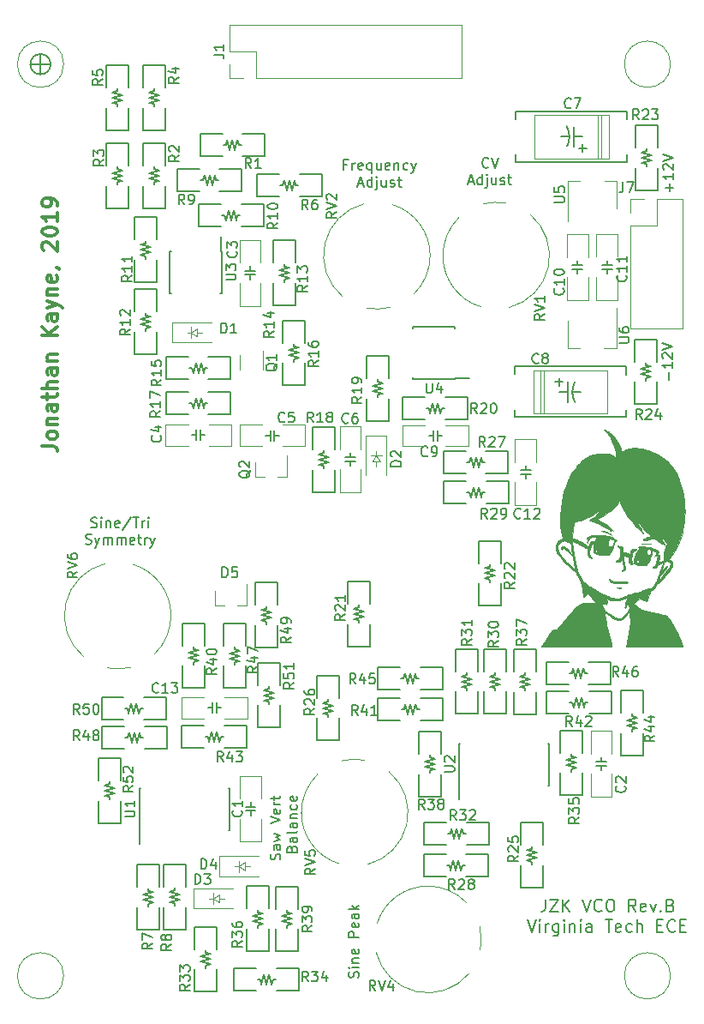
<source format=gto>
G04 #@! TF.GenerationSoftware,KiCad,Pcbnew,(5.1.0)-1*
G04 #@! TF.CreationDate,2019-05-25T13:24:55-04:00*
G04 #@! TF.ProjectId,VCO_2_RevB,56434f5f-325f-4526-9576-422e6b696361,A*
G04 #@! TF.SameCoordinates,Original*
G04 #@! TF.FileFunction,Legend,Top*
G04 #@! TF.FilePolarity,Positive*
%FSLAX46Y46*%
G04 Gerber Fmt 4.6, Leading zero omitted, Abs format (unit mm)*
G04 Created by KiCad (PCBNEW (5.1.0)-1) date 2019-05-25 13:24:55*
%MOMM*%
%LPD*%
G04 APERTURE LIST*
%ADD10C,0.375000*%
%ADD11C,0.200000*%
%ADD12C,0.150000*%
%ADD13C,0.120000*%
%ADD14C,0.100000*%
%ADD15C,0.050000*%
%ADD16C,0.010000*%
G04 APERTURE END LIST*
D10*
X55160171Y-92660085D02*
X56231600Y-92660085D01*
X56445885Y-92731514D01*
X56588742Y-92874371D01*
X56660171Y-93088657D01*
X56660171Y-93231514D01*
X56660171Y-91731514D02*
X56588742Y-91874371D01*
X56517314Y-91945800D01*
X56374457Y-92017228D01*
X55945885Y-92017228D01*
X55803028Y-91945800D01*
X55731600Y-91874371D01*
X55660171Y-91731514D01*
X55660171Y-91517228D01*
X55731600Y-91374371D01*
X55803028Y-91302942D01*
X55945885Y-91231514D01*
X56374457Y-91231514D01*
X56517314Y-91302942D01*
X56588742Y-91374371D01*
X56660171Y-91517228D01*
X56660171Y-91731514D01*
X55660171Y-90588657D02*
X56660171Y-90588657D01*
X55803028Y-90588657D02*
X55731600Y-90517228D01*
X55660171Y-90374371D01*
X55660171Y-90160085D01*
X55731600Y-90017228D01*
X55874457Y-89945800D01*
X56660171Y-89945800D01*
X56660171Y-88588657D02*
X55874457Y-88588657D01*
X55731600Y-88660085D01*
X55660171Y-88802942D01*
X55660171Y-89088657D01*
X55731600Y-89231514D01*
X56588742Y-88588657D02*
X56660171Y-88731514D01*
X56660171Y-89088657D01*
X56588742Y-89231514D01*
X56445885Y-89302942D01*
X56303028Y-89302942D01*
X56160171Y-89231514D01*
X56088742Y-89088657D01*
X56088742Y-88731514D01*
X56017314Y-88588657D01*
X55660171Y-88088657D02*
X55660171Y-87517228D01*
X55160171Y-87874371D02*
X56445885Y-87874371D01*
X56588742Y-87802942D01*
X56660171Y-87660085D01*
X56660171Y-87517228D01*
X56660171Y-87017228D02*
X55160171Y-87017228D01*
X56660171Y-86374371D02*
X55874457Y-86374371D01*
X55731600Y-86445800D01*
X55660171Y-86588657D01*
X55660171Y-86802942D01*
X55731600Y-86945800D01*
X55803028Y-87017228D01*
X56660171Y-85017228D02*
X55874457Y-85017228D01*
X55731600Y-85088657D01*
X55660171Y-85231514D01*
X55660171Y-85517228D01*
X55731600Y-85660085D01*
X56588742Y-85017228D02*
X56660171Y-85160085D01*
X56660171Y-85517228D01*
X56588742Y-85660085D01*
X56445885Y-85731514D01*
X56303028Y-85731514D01*
X56160171Y-85660085D01*
X56088742Y-85517228D01*
X56088742Y-85160085D01*
X56017314Y-85017228D01*
X55660171Y-84302942D02*
X56660171Y-84302942D01*
X55803028Y-84302942D02*
X55731600Y-84231514D01*
X55660171Y-84088657D01*
X55660171Y-83874371D01*
X55731600Y-83731514D01*
X55874457Y-83660085D01*
X56660171Y-83660085D01*
X56660171Y-81802942D02*
X55160171Y-81802942D01*
X56660171Y-80945800D02*
X55803028Y-81588657D01*
X55160171Y-80945800D02*
X56017314Y-81802942D01*
X56660171Y-79660085D02*
X55874457Y-79660085D01*
X55731600Y-79731514D01*
X55660171Y-79874371D01*
X55660171Y-80160085D01*
X55731600Y-80302942D01*
X56588742Y-79660085D02*
X56660171Y-79802942D01*
X56660171Y-80160085D01*
X56588742Y-80302942D01*
X56445885Y-80374371D01*
X56303028Y-80374371D01*
X56160171Y-80302942D01*
X56088742Y-80160085D01*
X56088742Y-79802942D01*
X56017314Y-79660085D01*
X55660171Y-79088657D02*
X56660171Y-78731514D01*
X55660171Y-78374371D02*
X56660171Y-78731514D01*
X57017314Y-78874371D01*
X57088742Y-78945800D01*
X57160171Y-79088657D01*
X55660171Y-77802942D02*
X56660171Y-77802942D01*
X55803028Y-77802942D02*
X55731600Y-77731514D01*
X55660171Y-77588657D01*
X55660171Y-77374371D01*
X55731600Y-77231514D01*
X55874457Y-77160085D01*
X56660171Y-77160085D01*
X56588742Y-75874371D02*
X56660171Y-76017228D01*
X56660171Y-76302942D01*
X56588742Y-76445800D01*
X56445885Y-76517228D01*
X55874457Y-76517228D01*
X55731600Y-76445800D01*
X55660171Y-76302942D01*
X55660171Y-76017228D01*
X55731600Y-75874371D01*
X55874457Y-75802942D01*
X56017314Y-75802942D01*
X56160171Y-76517228D01*
X56588742Y-75088657D02*
X56660171Y-75088657D01*
X56803028Y-75160085D01*
X56874457Y-75231514D01*
X55303028Y-73374371D02*
X55231600Y-73302942D01*
X55160171Y-73160085D01*
X55160171Y-72802942D01*
X55231600Y-72660085D01*
X55303028Y-72588657D01*
X55445885Y-72517228D01*
X55588742Y-72517228D01*
X55803028Y-72588657D01*
X56660171Y-73445800D01*
X56660171Y-72517228D01*
X55160171Y-71588657D02*
X55160171Y-71445800D01*
X55231600Y-71302942D01*
X55303028Y-71231514D01*
X55445885Y-71160085D01*
X55731600Y-71088657D01*
X56088742Y-71088657D01*
X56374457Y-71160085D01*
X56517314Y-71231514D01*
X56588742Y-71302942D01*
X56660171Y-71445800D01*
X56660171Y-71588657D01*
X56588742Y-71731514D01*
X56517314Y-71802942D01*
X56374457Y-71874371D01*
X56088742Y-71945800D01*
X55731600Y-71945800D01*
X55445885Y-71874371D01*
X55303028Y-71802942D01*
X55231600Y-71731514D01*
X55160171Y-71588657D01*
X56660171Y-69660085D02*
X56660171Y-70517228D01*
X56660171Y-70088657D02*
X55160171Y-70088657D01*
X55374457Y-70231514D01*
X55517314Y-70374371D01*
X55588742Y-70517228D01*
X56660171Y-68945800D02*
X56660171Y-68660085D01*
X56588742Y-68517228D01*
X56517314Y-68445800D01*
X56303028Y-68302942D01*
X56017314Y-68231514D01*
X55445885Y-68231514D01*
X55303028Y-68302942D01*
X55231600Y-68374371D01*
X55160171Y-68517228D01*
X55160171Y-68802942D01*
X55231600Y-68945800D01*
X55303028Y-69017228D01*
X55445885Y-69088657D01*
X55803028Y-69088657D01*
X55945885Y-69017228D01*
X56017314Y-68945800D01*
X56088742Y-68802942D01*
X56088742Y-68517228D01*
X56017314Y-68374371D01*
X55945885Y-68302942D01*
X55803028Y-68231514D01*
D11*
X104934514Y-137458657D02*
X104934514Y-138315800D01*
X104877371Y-138487228D01*
X104763085Y-138601514D01*
X104591657Y-138658657D01*
X104477371Y-138658657D01*
X105391657Y-137458657D02*
X106191657Y-137458657D01*
X105391657Y-138658657D01*
X106191657Y-138658657D01*
X106648800Y-138658657D02*
X106648800Y-137458657D01*
X107334514Y-138658657D02*
X106820228Y-137972942D01*
X107334514Y-137458657D02*
X106648800Y-138144371D01*
X108591657Y-137458657D02*
X108991657Y-138658657D01*
X109391657Y-137458657D01*
X110477371Y-138544371D02*
X110420228Y-138601514D01*
X110248800Y-138658657D01*
X110134514Y-138658657D01*
X109963085Y-138601514D01*
X109848800Y-138487228D01*
X109791657Y-138372942D01*
X109734514Y-138144371D01*
X109734514Y-137972942D01*
X109791657Y-137744371D01*
X109848800Y-137630085D01*
X109963085Y-137515800D01*
X110134514Y-137458657D01*
X110248800Y-137458657D01*
X110420228Y-137515800D01*
X110477371Y-137572942D01*
X111220228Y-137458657D02*
X111448800Y-137458657D01*
X111563085Y-137515800D01*
X111677371Y-137630085D01*
X111734514Y-137858657D01*
X111734514Y-138258657D01*
X111677371Y-138487228D01*
X111563085Y-138601514D01*
X111448800Y-138658657D01*
X111220228Y-138658657D01*
X111105942Y-138601514D01*
X110991657Y-138487228D01*
X110934514Y-138258657D01*
X110934514Y-137858657D01*
X110991657Y-137630085D01*
X111105942Y-137515800D01*
X111220228Y-137458657D01*
X113848800Y-138658657D02*
X113448800Y-138087228D01*
X113163085Y-138658657D02*
X113163085Y-137458657D01*
X113620228Y-137458657D01*
X113734514Y-137515800D01*
X113791657Y-137572942D01*
X113848800Y-137687228D01*
X113848800Y-137858657D01*
X113791657Y-137972942D01*
X113734514Y-138030085D01*
X113620228Y-138087228D01*
X113163085Y-138087228D01*
X114820228Y-138601514D02*
X114705942Y-138658657D01*
X114477371Y-138658657D01*
X114363085Y-138601514D01*
X114305942Y-138487228D01*
X114305942Y-138030085D01*
X114363085Y-137915800D01*
X114477371Y-137858657D01*
X114705942Y-137858657D01*
X114820228Y-137915800D01*
X114877371Y-138030085D01*
X114877371Y-138144371D01*
X114305942Y-138258657D01*
X115277371Y-137858657D02*
X115563085Y-138658657D01*
X115848800Y-137858657D01*
X116305942Y-138544371D02*
X116363085Y-138601514D01*
X116305942Y-138658657D01*
X116248800Y-138601514D01*
X116305942Y-138544371D01*
X116305942Y-138658657D01*
X117277371Y-138030085D02*
X117448800Y-138087228D01*
X117505942Y-138144371D01*
X117563085Y-138258657D01*
X117563085Y-138430085D01*
X117505942Y-138544371D01*
X117448800Y-138601514D01*
X117334514Y-138658657D01*
X116877371Y-138658657D01*
X116877371Y-137458657D01*
X117277371Y-137458657D01*
X117391657Y-137515800D01*
X117448800Y-137572942D01*
X117505942Y-137687228D01*
X117505942Y-137801514D01*
X117448800Y-137915800D01*
X117391657Y-137972942D01*
X117277371Y-138030085D01*
X116877371Y-138030085D01*
X103163085Y-139458657D02*
X103563085Y-140658657D01*
X103963085Y-139458657D01*
X104363085Y-140658657D02*
X104363085Y-139858657D01*
X104363085Y-139458657D02*
X104305942Y-139515800D01*
X104363085Y-139572942D01*
X104420228Y-139515800D01*
X104363085Y-139458657D01*
X104363085Y-139572942D01*
X104934514Y-140658657D02*
X104934514Y-139858657D01*
X104934514Y-140087228D02*
X104991657Y-139972942D01*
X105048800Y-139915800D01*
X105163085Y-139858657D01*
X105277371Y-139858657D01*
X106191657Y-139858657D02*
X106191657Y-140830085D01*
X106134514Y-140944371D01*
X106077371Y-141001514D01*
X105963085Y-141058657D01*
X105791657Y-141058657D01*
X105677371Y-141001514D01*
X106191657Y-140601514D02*
X106077371Y-140658657D01*
X105848800Y-140658657D01*
X105734514Y-140601514D01*
X105677371Y-140544371D01*
X105620228Y-140430085D01*
X105620228Y-140087228D01*
X105677371Y-139972942D01*
X105734514Y-139915800D01*
X105848800Y-139858657D01*
X106077371Y-139858657D01*
X106191657Y-139915800D01*
X106763085Y-140658657D02*
X106763085Y-139858657D01*
X106763085Y-139458657D02*
X106705942Y-139515800D01*
X106763085Y-139572942D01*
X106820228Y-139515800D01*
X106763085Y-139458657D01*
X106763085Y-139572942D01*
X107334514Y-139858657D02*
X107334514Y-140658657D01*
X107334514Y-139972942D02*
X107391657Y-139915800D01*
X107505942Y-139858657D01*
X107677371Y-139858657D01*
X107791657Y-139915800D01*
X107848800Y-140030085D01*
X107848800Y-140658657D01*
X108420228Y-140658657D02*
X108420228Y-139858657D01*
X108420228Y-139458657D02*
X108363085Y-139515800D01*
X108420228Y-139572942D01*
X108477371Y-139515800D01*
X108420228Y-139458657D01*
X108420228Y-139572942D01*
X109505942Y-140658657D02*
X109505942Y-140030085D01*
X109448800Y-139915800D01*
X109334514Y-139858657D01*
X109105942Y-139858657D01*
X108991657Y-139915800D01*
X109505942Y-140601514D02*
X109391657Y-140658657D01*
X109105942Y-140658657D01*
X108991657Y-140601514D01*
X108934514Y-140487228D01*
X108934514Y-140372942D01*
X108991657Y-140258657D01*
X109105942Y-140201514D01*
X109391657Y-140201514D01*
X109505942Y-140144371D01*
X110820228Y-139458657D02*
X111505942Y-139458657D01*
X111163085Y-140658657D02*
X111163085Y-139458657D01*
X112363085Y-140601514D02*
X112248800Y-140658657D01*
X112020228Y-140658657D01*
X111905942Y-140601514D01*
X111848800Y-140487228D01*
X111848800Y-140030085D01*
X111905942Y-139915800D01*
X112020228Y-139858657D01*
X112248800Y-139858657D01*
X112363085Y-139915800D01*
X112420228Y-140030085D01*
X112420228Y-140144371D01*
X111848800Y-140258657D01*
X113448800Y-140601514D02*
X113334514Y-140658657D01*
X113105942Y-140658657D01*
X112991657Y-140601514D01*
X112934514Y-140544371D01*
X112877371Y-140430085D01*
X112877371Y-140087228D01*
X112934514Y-139972942D01*
X112991657Y-139915800D01*
X113105942Y-139858657D01*
X113334514Y-139858657D01*
X113448800Y-139915800D01*
X113963085Y-140658657D02*
X113963085Y-139458657D01*
X114477371Y-140658657D02*
X114477371Y-140030085D01*
X114420228Y-139915800D01*
X114305942Y-139858657D01*
X114134514Y-139858657D01*
X114020228Y-139915800D01*
X113963085Y-139972942D01*
X115963085Y-140030085D02*
X116363085Y-140030085D01*
X116534514Y-140658657D02*
X115963085Y-140658657D01*
X115963085Y-139458657D01*
X116534514Y-139458657D01*
X117734514Y-140544371D02*
X117677371Y-140601514D01*
X117505942Y-140658657D01*
X117391657Y-140658657D01*
X117220228Y-140601514D01*
X117105942Y-140487228D01*
X117048800Y-140372942D01*
X116991657Y-140144371D01*
X116991657Y-139972942D01*
X117048800Y-139744371D01*
X117105942Y-139630085D01*
X117220228Y-139515800D01*
X117391657Y-139458657D01*
X117505942Y-139458657D01*
X117677371Y-139515800D01*
X117734514Y-139572942D01*
X118248800Y-140030085D02*
X118648800Y-140030085D01*
X118820228Y-140658657D02*
X118248800Y-140658657D01*
X118248800Y-139458657D01*
X118820228Y-139458657D01*
D12*
X78675361Y-133524190D02*
X78722980Y-133381333D01*
X78722980Y-133143238D01*
X78675361Y-133048000D01*
X78627742Y-133000380D01*
X78532504Y-132952761D01*
X78437266Y-132952761D01*
X78342028Y-133000380D01*
X78294409Y-133048000D01*
X78246790Y-133143238D01*
X78199171Y-133333714D01*
X78151552Y-133428952D01*
X78103933Y-133476571D01*
X78008695Y-133524190D01*
X77913457Y-133524190D01*
X77818219Y-133476571D01*
X77770600Y-133428952D01*
X77722980Y-133333714D01*
X77722980Y-133095619D01*
X77770600Y-132952761D01*
X78722980Y-132095619D02*
X78199171Y-132095619D01*
X78103933Y-132143238D01*
X78056314Y-132238476D01*
X78056314Y-132428952D01*
X78103933Y-132524190D01*
X78675361Y-132095619D02*
X78722980Y-132190857D01*
X78722980Y-132428952D01*
X78675361Y-132524190D01*
X78580123Y-132571809D01*
X78484885Y-132571809D01*
X78389647Y-132524190D01*
X78342028Y-132428952D01*
X78342028Y-132190857D01*
X78294409Y-132095619D01*
X78056314Y-131714666D02*
X78722980Y-131524190D01*
X78246790Y-131333714D01*
X78722980Y-131143238D01*
X78056314Y-130952761D01*
X77722980Y-129952761D02*
X78722980Y-129619428D01*
X77722980Y-129286095D01*
X78675361Y-128571809D02*
X78722980Y-128667047D01*
X78722980Y-128857523D01*
X78675361Y-128952761D01*
X78580123Y-129000380D01*
X78199171Y-129000380D01*
X78103933Y-128952761D01*
X78056314Y-128857523D01*
X78056314Y-128667047D01*
X78103933Y-128571809D01*
X78199171Y-128524190D01*
X78294409Y-128524190D01*
X78389647Y-129000380D01*
X78722980Y-128095619D02*
X78056314Y-128095619D01*
X78246790Y-128095619D02*
X78151552Y-128048000D01*
X78103933Y-128000380D01*
X78056314Y-127905142D01*
X78056314Y-127809904D01*
X78056314Y-127619428D02*
X78056314Y-127238476D01*
X77722980Y-127476571D02*
X78580123Y-127476571D01*
X78675361Y-127428952D01*
X78722980Y-127333714D01*
X78722980Y-127238476D01*
X79849171Y-132452761D02*
X79896790Y-132309904D01*
X79944409Y-132262285D01*
X80039647Y-132214666D01*
X80182504Y-132214666D01*
X80277742Y-132262285D01*
X80325361Y-132309904D01*
X80372980Y-132405142D01*
X80372980Y-132786095D01*
X79372980Y-132786095D01*
X79372980Y-132452761D01*
X79420600Y-132357523D01*
X79468219Y-132309904D01*
X79563457Y-132262285D01*
X79658695Y-132262285D01*
X79753933Y-132309904D01*
X79801552Y-132357523D01*
X79849171Y-132452761D01*
X79849171Y-132786095D01*
X80372980Y-131357523D02*
X79849171Y-131357523D01*
X79753933Y-131405142D01*
X79706314Y-131500380D01*
X79706314Y-131690857D01*
X79753933Y-131786095D01*
X80325361Y-131357523D02*
X80372980Y-131452761D01*
X80372980Y-131690857D01*
X80325361Y-131786095D01*
X80230123Y-131833714D01*
X80134885Y-131833714D01*
X80039647Y-131786095D01*
X79992028Y-131690857D01*
X79992028Y-131452761D01*
X79944409Y-131357523D01*
X80372980Y-130738476D02*
X80325361Y-130833714D01*
X80230123Y-130881333D01*
X79372980Y-130881333D01*
X80372980Y-129928952D02*
X79849171Y-129928952D01*
X79753933Y-129976571D01*
X79706314Y-130071809D01*
X79706314Y-130262285D01*
X79753933Y-130357523D01*
X80325361Y-129928952D02*
X80372980Y-130024190D01*
X80372980Y-130262285D01*
X80325361Y-130357523D01*
X80230123Y-130405142D01*
X80134885Y-130405142D01*
X80039647Y-130357523D01*
X79992028Y-130262285D01*
X79992028Y-130024190D01*
X79944409Y-129928952D01*
X79706314Y-129452761D02*
X80372980Y-129452761D01*
X79801552Y-129452761D02*
X79753933Y-129405142D01*
X79706314Y-129309904D01*
X79706314Y-129167047D01*
X79753933Y-129071809D01*
X79849171Y-129024190D01*
X80372980Y-129024190D01*
X80325361Y-128119428D02*
X80372980Y-128214666D01*
X80372980Y-128405142D01*
X80325361Y-128500380D01*
X80277742Y-128548000D01*
X80182504Y-128595619D01*
X79896790Y-128595619D01*
X79801552Y-128548000D01*
X79753933Y-128500380D01*
X79706314Y-128405142D01*
X79706314Y-128214666D01*
X79753933Y-128119428D01*
X80325361Y-127309904D02*
X80372980Y-127405142D01*
X80372980Y-127595619D01*
X80325361Y-127690857D01*
X80230123Y-127738476D01*
X79849171Y-127738476D01*
X79753933Y-127690857D01*
X79706314Y-127595619D01*
X79706314Y-127405142D01*
X79753933Y-127309904D01*
X79849171Y-127262285D01*
X79944409Y-127262285D01*
X80039647Y-127738476D01*
X86409161Y-145176428D02*
X86456780Y-145033571D01*
X86456780Y-144795476D01*
X86409161Y-144700238D01*
X86361542Y-144652619D01*
X86266304Y-144605000D01*
X86171066Y-144605000D01*
X86075828Y-144652619D01*
X86028209Y-144700238D01*
X85980590Y-144795476D01*
X85932971Y-144985952D01*
X85885352Y-145081190D01*
X85837733Y-145128809D01*
X85742495Y-145176428D01*
X85647257Y-145176428D01*
X85552019Y-145128809D01*
X85504400Y-145081190D01*
X85456780Y-144985952D01*
X85456780Y-144747857D01*
X85504400Y-144605000D01*
X86456780Y-144176428D02*
X85790114Y-144176428D01*
X85456780Y-144176428D02*
X85504400Y-144224047D01*
X85552019Y-144176428D01*
X85504400Y-144128809D01*
X85456780Y-144176428D01*
X85552019Y-144176428D01*
X85790114Y-143700238D02*
X86456780Y-143700238D01*
X85885352Y-143700238D02*
X85837733Y-143652619D01*
X85790114Y-143557380D01*
X85790114Y-143414523D01*
X85837733Y-143319285D01*
X85932971Y-143271666D01*
X86456780Y-143271666D01*
X86409161Y-142414523D02*
X86456780Y-142509761D01*
X86456780Y-142700238D01*
X86409161Y-142795476D01*
X86313923Y-142843095D01*
X85932971Y-142843095D01*
X85837733Y-142795476D01*
X85790114Y-142700238D01*
X85790114Y-142509761D01*
X85837733Y-142414523D01*
X85932971Y-142366904D01*
X86028209Y-142366904D01*
X86123447Y-142843095D01*
X86456780Y-141176428D02*
X85456780Y-141176428D01*
X85456780Y-140795476D01*
X85504400Y-140700238D01*
X85552019Y-140652619D01*
X85647257Y-140605000D01*
X85790114Y-140605000D01*
X85885352Y-140652619D01*
X85932971Y-140700238D01*
X85980590Y-140795476D01*
X85980590Y-141176428D01*
X86409161Y-139795476D02*
X86456780Y-139890714D01*
X86456780Y-140081190D01*
X86409161Y-140176428D01*
X86313923Y-140224047D01*
X85932971Y-140224047D01*
X85837733Y-140176428D01*
X85790114Y-140081190D01*
X85790114Y-139890714D01*
X85837733Y-139795476D01*
X85932971Y-139747857D01*
X86028209Y-139747857D01*
X86123447Y-140224047D01*
X86456780Y-138890714D02*
X85932971Y-138890714D01*
X85837733Y-138938333D01*
X85790114Y-139033571D01*
X85790114Y-139224047D01*
X85837733Y-139319285D01*
X86409161Y-138890714D02*
X86456780Y-138985952D01*
X86456780Y-139224047D01*
X86409161Y-139319285D01*
X86313923Y-139366904D01*
X86218685Y-139366904D01*
X86123447Y-139319285D01*
X86075828Y-139224047D01*
X86075828Y-138985952D01*
X86028209Y-138890714D01*
X86456780Y-138414523D02*
X85456780Y-138414523D01*
X86075828Y-138319285D02*
X86456780Y-138033571D01*
X85790114Y-138033571D02*
X86171066Y-138414523D01*
X60007857Y-100697161D02*
X60150714Y-100744780D01*
X60388809Y-100744780D01*
X60484047Y-100697161D01*
X60531666Y-100649542D01*
X60579285Y-100554304D01*
X60579285Y-100459066D01*
X60531666Y-100363828D01*
X60484047Y-100316209D01*
X60388809Y-100268590D01*
X60198333Y-100220971D01*
X60103095Y-100173352D01*
X60055476Y-100125733D01*
X60007857Y-100030495D01*
X60007857Y-99935257D01*
X60055476Y-99840019D01*
X60103095Y-99792400D01*
X60198333Y-99744780D01*
X60436428Y-99744780D01*
X60579285Y-99792400D01*
X61007857Y-100744780D02*
X61007857Y-100078114D01*
X61007857Y-99744780D02*
X60960238Y-99792400D01*
X61007857Y-99840019D01*
X61055476Y-99792400D01*
X61007857Y-99744780D01*
X61007857Y-99840019D01*
X61484047Y-100078114D02*
X61484047Y-100744780D01*
X61484047Y-100173352D02*
X61531666Y-100125733D01*
X61626904Y-100078114D01*
X61769761Y-100078114D01*
X61865000Y-100125733D01*
X61912619Y-100220971D01*
X61912619Y-100744780D01*
X62769761Y-100697161D02*
X62674523Y-100744780D01*
X62484047Y-100744780D01*
X62388809Y-100697161D01*
X62341190Y-100601923D01*
X62341190Y-100220971D01*
X62388809Y-100125733D01*
X62484047Y-100078114D01*
X62674523Y-100078114D01*
X62769761Y-100125733D01*
X62817380Y-100220971D01*
X62817380Y-100316209D01*
X62341190Y-100411447D01*
X63960238Y-99697161D02*
X63103095Y-100982876D01*
X64150714Y-99744780D02*
X64722142Y-99744780D01*
X64436428Y-100744780D02*
X64436428Y-99744780D01*
X65055476Y-100744780D02*
X65055476Y-100078114D01*
X65055476Y-100268590D02*
X65103095Y-100173352D01*
X65150714Y-100125733D01*
X65245952Y-100078114D01*
X65341190Y-100078114D01*
X65674523Y-100744780D02*
X65674523Y-100078114D01*
X65674523Y-99744780D02*
X65626904Y-99792400D01*
X65674523Y-99840019D01*
X65722142Y-99792400D01*
X65674523Y-99744780D01*
X65674523Y-99840019D01*
X59460238Y-102347161D02*
X59603095Y-102394780D01*
X59841190Y-102394780D01*
X59936428Y-102347161D01*
X59984047Y-102299542D01*
X60031666Y-102204304D01*
X60031666Y-102109066D01*
X59984047Y-102013828D01*
X59936428Y-101966209D01*
X59841190Y-101918590D01*
X59650714Y-101870971D01*
X59555476Y-101823352D01*
X59507857Y-101775733D01*
X59460238Y-101680495D01*
X59460238Y-101585257D01*
X59507857Y-101490019D01*
X59555476Y-101442400D01*
X59650714Y-101394780D01*
X59888809Y-101394780D01*
X60031666Y-101442400D01*
X60365000Y-101728114D02*
X60603095Y-102394780D01*
X60841190Y-101728114D02*
X60603095Y-102394780D01*
X60507857Y-102632876D01*
X60460238Y-102680495D01*
X60365000Y-102728114D01*
X61222142Y-102394780D02*
X61222142Y-101728114D01*
X61222142Y-101823352D02*
X61269761Y-101775733D01*
X61365000Y-101728114D01*
X61507857Y-101728114D01*
X61603095Y-101775733D01*
X61650714Y-101870971D01*
X61650714Y-102394780D01*
X61650714Y-101870971D02*
X61698333Y-101775733D01*
X61793571Y-101728114D01*
X61936428Y-101728114D01*
X62031666Y-101775733D01*
X62079285Y-101870971D01*
X62079285Y-102394780D01*
X62555476Y-102394780D02*
X62555476Y-101728114D01*
X62555476Y-101823352D02*
X62603095Y-101775733D01*
X62698333Y-101728114D01*
X62841190Y-101728114D01*
X62936428Y-101775733D01*
X62984047Y-101870971D01*
X62984047Y-102394780D01*
X62984047Y-101870971D02*
X63031666Y-101775733D01*
X63126904Y-101728114D01*
X63269761Y-101728114D01*
X63365000Y-101775733D01*
X63412619Y-101870971D01*
X63412619Y-102394780D01*
X64269761Y-102347161D02*
X64174523Y-102394780D01*
X63984047Y-102394780D01*
X63888809Y-102347161D01*
X63841190Y-102251923D01*
X63841190Y-101870971D01*
X63888809Y-101775733D01*
X63984047Y-101728114D01*
X64174523Y-101728114D01*
X64269761Y-101775733D01*
X64317380Y-101870971D01*
X64317380Y-101966209D01*
X63841190Y-102061447D01*
X64603095Y-101728114D02*
X64984047Y-101728114D01*
X64745952Y-101394780D02*
X64745952Y-102251923D01*
X64793571Y-102347161D01*
X64888809Y-102394780D01*
X64984047Y-102394780D01*
X65317380Y-102394780D02*
X65317380Y-101728114D01*
X65317380Y-101918590D02*
X65365000Y-101823352D01*
X65412619Y-101775733D01*
X65507857Y-101728114D01*
X65603095Y-101728114D01*
X65841190Y-101728114D02*
X66079285Y-102394780D01*
X66317380Y-101728114D02*
X66079285Y-102394780D01*
X65984047Y-102632876D01*
X65936428Y-102680495D01*
X65841190Y-102728114D01*
X85309523Y-64903571D02*
X84976190Y-64903571D01*
X84976190Y-65427380D02*
X84976190Y-64427380D01*
X85452380Y-64427380D01*
X85833333Y-65427380D02*
X85833333Y-64760714D01*
X85833333Y-64951190D02*
X85880952Y-64855952D01*
X85928571Y-64808333D01*
X86023809Y-64760714D01*
X86119047Y-64760714D01*
X86833333Y-65379761D02*
X86738095Y-65427380D01*
X86547619Y-65427380D01*
X86452380Y-65379761D01*
X86404761Y-65284523D01*
X86404761Y-64903571D01*
X86452380Y-64808333D01*
X86547619Y-64760714D01*
X86738095Y-64760714D01*
X86833333Y-64808333D01*
X86880952Y-64903571D01*
X86880952Y-64998809D01*
X86404761Y-65094047D01*
X87738095Y-64760714D02*
X87738095Y-65760714D01*
X87738095Y-65379761D02*
X87642857Y-65427380D01*
X87452380Y-65427380D01*
X87357142Y-65379761D01*
X87309523Y-65332142D01*
X87261904Y-65236904D01*
X87261904Y-64951190D01*
X87309523Y-64855952D01*
X87357142Y-64808333D01*
X87452380Y-64760714D01*
X87642857Y-64760714D01*
X87738095Y-64808333D01*
X88642857Y-64760714D02*
X88642857Y-65427380D01*
X88214285Y-64760714D02*
X88214285Y-65284523D01*
X88261904Y-65379761D01*
X88357142Y-65427380D01*
X88500000Y-65427380D01*
X88595238Y-65379761D01*
X88642857Y-65332142D01*
X89500000Y-65379761D02*
X89404761Y-65427380D01*
X89214285Y-65427380D01*
X89119047Y-65379761D01*
X89071428Y-65284523D01*
X89071428Y-64903571D01*
X89119047Y-64808333D01*
X89214285Y-64760714D01*
X89404761Y-64760714D01*
X89500000Y-64808333D01*
X89547619Y-64903571D01*
X89547619Y-64998809D01*
X89071428Y-65094047D01*
X89976190Y-64760714D02*
X89976190Y-65427380D01*
X89976190Y-64855952D02*
X90023809Y-64808333D01*
X90119047Y-64760714D01*
X90261904Y-64760714D01*
X90357142Y-64808333D01*
X90404761Y-64903571D01*
X90404761Y-65427380D01*
X91309523Y-65379761D02*
X91214285Y-65427380D01*
X91023809Y-65427380D01*
X90928571Y-65379761D01*
X90880952Y-65332142D01*
X90833333Y-65236904D01*
X90833333Y-64951190D01*
X90880952Y-64855952D01*
X90928571Y-64808333D01*
X91023809Y-64760714D01*
X91214285Y-64760714D01*
X91309523Y-64808333D01*
X91642857Y-64760714D02*
X91880952Y-65427380D01*
X92119047Y-64760714D02*
X91880952Y-65427380D01*
X91785714Y-65665476D01*
X91738095Y-65713095D01*
X91642857Y-65760714D01*
X86428571Y-66791666D02*
X86904761Y-66791666D01*
X86333333Y-67077380D02*
X86666666Y-66077380D01*
X87000000Y-67077380D01*
X87761904Y-67077380D02*
X87761904Y-66077380D01*
X87761904Y-67029761D02*
X87666666Y-67077380D01*
X87476190Y-67077380D01*
X87380952Y-67029761D01*
X87333333Y-66982142D01*
X87285714Y-66886904D01*
X87285714Y-66601190D01*
X87333333Y-66505952D01*
X87380952Y-66458333D01*
X87476190Y-66410714D01*
X87666666Y-66410714D01*
X87761904Y-66458333D01*
X88238095Y-66410714D02*
X88238095Y-67267857D01*
X88190476Y-67363095D01*
X88095238Y-67410714D01*
X88047619Y-67410714D01*
X88238095Y-66077380D02*
X88190476Y-66125000D01*
X88238095Y-66172619D01*
X88285714Y-66125000D01*
X88238095Y-66077380D01*
X88238095Y-66172619D01*
X89142857Y-66410714D02*
X89142857Y-67077380D01*
X88714285Y-66410714D02*
X88714285Y-66934523D01*
X88761904Y-67029761D01*
X88857142Y-67077380D01*
X89000000Y-67077380D01*
X89095238Y-67029761D01*
X89142857Y-66982142D01*
X89571428Y-67029761D02*
X89666666Y-67077380D01*
X89857142Y-67077380D01*
X89952380Y-67029761D01*
X90000000Y-66934523D01*
X90000000Y-66886904D01*
X89952380Y-66791666D01*
X89857142Y-66744047D01*
X89714285Y-66744047D01*
X89619047Y-66696428D01*
X89571428Y-66601190D01*
X89571428Y-66553571D01*
X89619047Y-66458333D01*
X89714285Y-66410714D01*
X89857142Y-66410714D01*
X89952380Y-66458333D01*
X90285714Y-66410714D02*
X90666666Y-66410714D01*
X90428571Y-66077380D02*
X90428571Y-66934523D01*
X90476190Y-67029761D01*
X90571428Y-67077380D01*
X90666666Y-67077380D01*
X99280952Y-65132142D02*
X99233333Y-65179761D01*
X99090476Y-65227380D01*
X98995238Y-65227380D01*
X98852380Y-65179761D01*
X98757142Y-65084523D01*
X98709523Y-64989285D01*
X98661904Y-64798809D01*
X98661904Y-64655952D01*
X98709523Y-64465476D01*
X98757142Y-64370238D01*
X98852380Y-64275000D01*
X98995238Y-64227380D01*
X99090476Y-64227380D01*
X99233333Y-64275000D01*
X99280952Y-64322619D01*
X99566666Y-64227380D02*
X99900000Y-65227380D01*
X100233333Y-64227380D01*
X97328571Y-66591666D02*
X97804761Y-66591666D01*
X97233333Y-66877380D02*
X97566666Y-65877380D01*
X97900000Y-66877380D01*
X98661904Y-66877380D02*
X98661904Y-65877380D01*
X98661904Y-66829761D02*
X98566666Y-66877380D01*
X98376190Y-66877380D01*
X98280952Y-66829761D01*
X98233333Y-66782142D01*
X98185714Y-66686904D01*
X98185714Y-66401190D01*
X98233333Y-66305952D01*
X98280952Y-66258333D01*
X98376190Y-66210714D01*
X98566666Y-66210714D01*
X98661904Y-66258333D01*
X99138095Y-66210714D02*
X99138095Y-67067857D01*
X99090476Y-67163095D01*
X98995238Y-67210714D01*
X98947619Y-67210714D01*
X99138095Y-65877380D02*
X99090476Y-65925000D01*
X99138095Y-65972619D01*
X99185714Y-65925000D01*
X99138095Y-65877380D01*
X99138095Y-65972619D01*
X100042857Y-66210714D02*
X100042857Y-66877380D01*
X99614285Y-66210714D02*
X99614285Y-66734523D01*
X99661904Y-66829761D01*
X99757142Y-66877380D01*
X99900000Y-66877380D01*
X99995238Y-66829761D01*
X100042857Y-66782142D01*
X100471428Y-66829761D02*
X100566666Y-66877380D01*
X100757142Y-66877380D01*
X100852380Y-66829761D01*
X100900000Y-66734523D01*
X100900000Y-66686904D01*
X100852380Y-66591666D01*
X100757142Y-66544047D01*
X100614285Y-66544047D01*
X100519047Y-66496428D01*
X100471428Y-66401190D01*
X100471428Y-66353571D01*
X100519047Y-66258333D01*
X100614285Y-66210714D01*
X100757142Y-66210714D01*
X100852380Y-66258333D01*
X101185714Y-66210714D02*
X101566666Y-66210714D01*
X101328571Y-65877380D02*
X101328571Y-66734523D01*
X101376190Y-66829761D01*
X101471428Y-66877380D01*
X101566666Y-66877380D01*
X117089228Y-86191504D02*
X117089228Y-85429600D01*
X117470180Y-84429600D02*
X117470180Y-85001028D01*
X117470180Y-84715314D02*
X116470180Y-84715314D01*
X116613038Y-84810552D01*
X116708276Y-84905790D01*
X116755895Y-85001028D01*
X116565419Y-84048647D02*
X116517800Y-84001028D01*
X116470180Y-83905790D01*
X116470180Y-83667695D01*
X116517800Y-83572457D01*
X116565419Y-83524838D01*
X116660657Y-83477219D01*
X116755895Y-83477219D01*
X116898752Y-83524838D01*
X117470180Y-84096266D01*
X117470180Y-83477219D01*
X116470180Y-83191504D02*
X117470180Y-82858171D01*
X116470180Y-82524838D01*
X117165428Y-67547904D02*
X117165428Y-66786000D01*
X117546380Y-67166952D02*
X116784476Y-67166952D01*
X117546380Y-65786000D02*
X117546380Y-66357428D01*
X117546380Y-66071714D02*
X116546380Y-66071714D01*
X116689238Y-66166952D01*
X116784476Y-66262190D01*
X116832095Y-66357428D01*
X116641619Y-65405047D02*
X116594000Y-65357428D01*
X116546380Y-65262190D01*
X116546380Y-65024095D01*
X116594000Y-64928857D01*
X116641619Y-64881238D01*
X116736857Y-64833619D01*
X116832095Y-64833619D01*
X116974952Y-64881238D01*
X117546380Y-65452666D01*
X117546380Y-64833619D01*
X116546380Y-64547904D02*
X117546380Y-64214571D01*
X116546380Y-63881238D01*
X56000000Y-55000000D02*
X55950000Y-55000000D01*
X54000000Y-55000000D02*
X56000000Y-55000000D01*
X55000000Y-56050000D02*
X55000000Y-56000000D01*
X55000000Y-54000000D02*
X55000000Y-56050000D01*
X56000000Y-55000000D02*
G75*
G03X56000000Y-55000000I-1000000J0D01*
G01*
D13*
X98509201Y-78939726D02*
G75*
G02X94780000Y-73900000I1540799J5039726D01*
G01*
X103438475Y-69863379D02*
G75*
G02X101324000Y-79014000I-3388475J-4036621D01*
G01*
X98775119Y-68785609D02*
G75*
G02X101056000Y-68726000I1274881J-5114391D01*
G01*
X94780643Y-73992030D02*
G75*
G02X96389000Y-70109000I5269357J92030D01*
G01*
X89790799Y-68860274D02*
G75*
G02X93520000Y-73900000I-1540799J-5039726D01*
G01*
X84861525Y-77936621D02*
G75*
G02X86976000Y-68786000I3388475J4036621D01*
G01*
X89524881Y-79014391D02*
G75*
G02X87244000Y-79074000I-1274881J5114391D01*
G01*
X93519357Y-73807970D02*
G75*
G02X91911000Y-77691000I-5269357J-92030D01*
G01*
X88258274Y-139869401D02*
G75*
G02X93298000Y-136140200I5039726J-1540799D01*
G01*
X97334621Y-144798675D02*
G75*
G02X88184000Y-142684200I-4036621J3388475D01*
G01*
X98412391Y-140135319D02*
G75*
G02X98472000Y-142416200I-5114391J-1274881D01*
G01*
X93205970Y-136140843D02*
G75*
G02X97089000Y-137749200I92030J-5269357D01*
G01*
X84522801Y-133923126D02*
G75*
G02X80793600Y-128883400I1540799J5039726D01*
G01*
X89452075Y-124846779D02*
G75*
G02X87337600Y-133997400I-3388475J-4036621D01*
G01*
X84788719Y-123769009D02*
G75*
G02X87069600Y-123709400I1274881J-5114391D01*
G01*
X80794243Y-128975430D02*
G75*
G02X82402600Y-125092400I5269357J92030D01*
G01*
X64168799Y-104387274D02*
G75*
G02X67898000Y-109427000I-1540799J-5039726D01*
G01*
X59239525Y-113463621D02*
G75*
G02X61354000Y-104313000I3388475J4036621D01*
G01*
X63902881Y-114541391D02*
G75*
G02X61622000Y-114601000I-1274881J5114391D01*
G01*
X67897357Y-109334970D02*
G75*
G02X66289000Y-113218000I-5269357J-92030D01*
G01*
X74690000Y-83750000D02*
X74690000Y-85150000D01*
X77010000Y-85150000D02*
X77010000Y-83250000D01*
X68006400Y-80483200D02*
X68006400Y-82483200D01*
D14*
X70506400Y-81483200D02*
X71006400Y-81483200D01*
X70506400Y-81883200D02*
X69906400Y-81483200D01*
X70506400Y-81083200D02*
X70506400Y-81883200D01*
X69906400Y-81483200D02*
X70506400Y-81083200D01*
X69906400Y-81483200D02*
X69906400Y-82033200D01*
X69906400Y-81483200D02*
X69906400Y-80933200D01*
X69506400Y-81483200D02*
X69906400Y-81483200D01*
D13*
X68006400Y-82483200D02*
X71906400Y-82483200D01*
X68006400Y-80483200D02*
X71906400Y-80483200D01*
X89188800Y-91705600D02*
X87188800Y-91705600D01*
D14*
X88188800Y-94205600D02*
X88188800Y-94705600D01*
X87788800Y-94205600D02*
X88188800Y-93605600D01*
X88588800Y-94205600D02*
X87788800Y-94205600D01*
X88188800Y-93605600D02*
X88588800Y-94205600D01*
X88188800Y-93605600D02*
X87638800Y-93605600D01*
X88188800Y-93605600D02*
X88738800Y-93605600D01*
X88188800Y-93205600D02*
X88188800Y-93605600D01*
D13*
X87188800Y-91705600D02*
X87188800Y-95605600D01*
X89188800Y-91705600D02*
X89188800Y-95605600D01*
X70164400Y-136363200D02*
X70164400Y-138363200D01*
D14*
X72664400Y-137363200D02*
X73164400Y-137363200D01*
X72664400Y-137763200D02*
X72064400Y-137363200D01*
X72664400Y-136963200D02*
X72664400Y-137763200D01*
X72064400Y-137363200D02*
X72664400Y-136963200D01*
X72064400Y-137363200D02*
X72064400Y-137913200D01*
X72064400Y-137363200D02*
X72064400Y-136813200D01*
X71664400Y-137363200D02*
X72064400Y-137363200D01*
D13*
X70164400Y-138363200D02*
X74064400Y-138363200D01*
X70164400Y-136363200D02*
X74064400Y-136363200D01*
X72704400Y-133188200D02*
X72704400Y-135188200D01*
D14*
X75204400Y-134188200D02*
X75704400Y-134188200D01*
X75204400Y-134588200D02*
X74604400Y-134188200D01*
X75204400Y-133788200D02*
X75204400Y-134588200D01*
X74604400Y-134188200D02*
X75204400Y-133788200D01*
X74604400Y-134188200D02*
X74604400Y-134738200D01*
X74604400Y-134188200D02*
X74604400Y-133638200D01*
X74204400Y-134188200D02*
X74604400Y-134188200D01*
D13*
X72704400Y-135188200D02*
X76604400Y-135188200D01*
X72704400Y-133188200D02*
X76604400Y-133188200D01*
D15*
X76818200Y-125255200D02*
X74718200Y-125255200D01*
X74718200Y-131755200D02*
X76818200Y-131755200D01*
X74718200Y-131755200D02*
X74718200Y-129505200D01*
X76818200Y-131755200D02*
X76818200Y-129505200D01*
X74718200Y-127505200D02*
X74718200Y-125255200D01*
X76818200Y-127505200D02*
X76818200Y-125255200D01*
D12*
X75268200Y-128305200D02*
X76268200Y-128305200D01*
X75268200Y-128705200D02*
X76268200Y-128705200D01*
X75768200Y-128705200D02*
X75768200Y-129155200D01*
X75768200Y-127855200D02*
X75768200Y-128305200D01*
D15*
X111489200Y-120822400D02*
X109389200Y-120822400D01*
X109389200Y-127322400D02*
X111489200Y-127322400D01*
X109389200Y-127322400D02*
X109389200Y-125072400D01*
X111489200Y-127322400D02*
X111489200Y-125072400D01*
X109389200Y-123072400D02*
X109389200Y-120822400D01*
X111489200Y-123072400D02*
X111489200Y-120822400D01*
D12*
X109939200Y-123872400D02*
X110939200Y-123872400D01*
X109939200Y-124272400D02*
X110939200Y-124272400D01*
X110439200Y-124272400D02*
X110439200Y-124722400D01*
X110439200Y-123422400D02*
X110439200Y-123872400D01*
D15*
X76767400Y-72347000D02*
X74667400Y-72347000D01*
X74667400Y-78847000D02*
X76767400Y-78847000D01*
X74667400Y-78847000D02*
X74667400Y-76597000D01*
X76767400Y-78847000D02*
X76767400Y-76597000D01*
X74667400Y-74597000D02*
X74667400Y-72347000D01*
X76767400Y-74597000D02*
X76767400Y-72347000D01*
D12*
X75217400Y-75397000D02*
X76217400Y-75397000D01*
X75217400Y-75797000D02*
X76217400Y-75797000D01*
X75717400Y-75797000D02*
X75717400Y-76247000D01*
X75717400Y-74947000D02*
X75717400Y-75397000D01*
D15*
X73868600Y-92667800D02*
X73868600Y-90567800D01*
X67368600Y-90567800D02*
X67368600Y-92667800D01*
X67368600Y-90567800D02*
X69618600Y-90567800D01*
X67368600Y-92667800D02*
X69618600Y-92667800D01*
X71618600Y-90567800D02*
X73868600Y-90567800D01*
X71618600Y-92667800D02*
X73868600Y-92667800D01*
D12*
X70818600Y-91117800D02*
X70818600Y-92117800D01*
X70418600Y-91117800D02*
X70418600Y-92117800D01*
X70418600Y-91617800D02*
X69968600Y-91617800D01*
X71268600Y-91617800D02*
X70818600Y-91617800D01*
D15*
X74670600Y-90593200D02*
X74670600Y-92693200D01*
X81170600Y-92693200D02*
X81170600Y-90593200D01*
X81170600Y-92693200D02*
X78920600Y-92693200D01*
X81170600Y-90593200D02*
X78920600Y-90593200D01*
X76920600Y-92693200D02*
X74670600Y-92693200D01*
X76920600Y-90593200D02*
X74670600Y-90593200D01*
D12*
X77720600Y-92143200D02*
X77720600Y-91143200D01*
X78120600Y-92143200D02*
X78120600Y-91143200D01*
X78120600Y-91643200D02*
X78570600Y-91643200D01*
X77270600Y-91643200D02*
X77720600Y-91643200D01*
D15*
X84573400Y-97236600D02*
X86673400Y-97236600D01*
X86673400Y-90736600D02*
X84573400Y-90736600D01*
X86673400Y-90736600D02*
X86673400Y-92986600D01*
X84573400Y-90736600D02*
X84573400Y-92986600D01*
X86673400Y-94986600D02*
X86673400Y-97236600D01*
X84573400Y-94986600D02*
X84573400Y-97236600D01*
D12*
X86123400Y-94186600D02*
X85123400Y-94186600D01*
X86123400Y-93786600D02*
X85123400Y-93786600D01*
X85623400Y-93786600D02*
X85623400Y-93336600D01*
X85623400Y-94636600D02*
X85623400Y-94186600D01*
D14*
X110057400Y-64303800D02*
X110057400Y-60003800D01*
X110422400Y-64303800D02*
X110422400Y-60003800D01*
X103852400Y-64303800D02*
X111152400Y-64303800D01*
X103852400Y-60003800D02*
X103852400Y-64303800D01*
X111152400Y-60003800D02*
X103852400Y-60003800D01*
X111152400Y-64303800D02*
X111152400Y-60003800D01*
D12*
X102002400Y-64653800D02*
X113002400Y-64653800D01*
X102002400Y-59653800D02*
X113002400Y-59653800D01*
X113002400Y-64653800D02*
X113002400Y-63903800D01*
X113002400Y-60403800D02*
X113002400Y-59653800D01*
X102002400Y-60403800D02*
X102002400Y-59653800D01*
X102002400Y-64628800D02*
X102002400Y-63878800D01*
X107752400Y-63153800D02*
X107752400Y-61153800D01*
X107011900Y-61130737D02*
G75*
G02X107052400Y-63103800I-1759500J-1023063D01*
G01*
X108552400Y-62153800D02*
X107752400Y-62153800D01*
X107252400Y-62153800D02*
X106452400Y-62153800D01*
D14*
X104801200Y-85200600D02*
X104801200Y-89500600D01*
X104436200Y-85200600D02*
X104436200Y-89500600D01*
X111006200Y-85200600D02*
X103706200Y-85200600D01*
X111006200Y-89500600D02*
X111006200Y-85200600D01*
X103706200Y-89500600D02*
X111006200Y-89500600D01*
X103706200Y-85200600D02*
X103706200Y-89500600D01*
D12*
X112856200Y-84850600D02*
X101856200Y-84850600D01*
X112856200Y-89850600D02*
X101856200Y-89850600D01*
X101856200Y-84850600D02*
X101856200Y-85600600D01*
X101856200Y-89100600D02*
X101856200Y-89850600D01*
X112856200Y-89100600D02*
X112856200Y-89850600D01*
X112856200Y-84875600D02*
X112856200Y-85625600D01*
X107106200Y-86350600D02*
X107106200Y-88350600D01*
X107846700Y-88373663D02*
G75*
G02X107806200Y-86400600I1759500J1023063D01*
G01*
X106306200Y-87350600D02*
X107106200Y-87350600D01*
X107606200Y-87350600D02*
X108406200Y-87350600D01*
D15*
X90774200Y-90618600D02*
X90774200Y-92718600D01*
X97274200Y-92718600D02*
X97274200Y-90618600D01*
X97274200Y-92718600D02*
X95024200Y-92718600D01*
X97274200Y-90618600D02*
X95024200Y-90618600D01*
X93024200Y-92718600D02*
X90774200Y-92718600D01*
X93024200Y-90618600D02*
X90774200Y-90618600D01*
D12*
X93824200Y-92168600D02*
X93824200Y-91168600D01*
X94224200Y-92168600D02*
X94224200Y-91168600D01*
X94224200Y-91668600D02*
X94674200Y-91668600D01*
X93374200Y-91668600D02*
X93824200Y-91668600D01*
D15*
X107027000Y-78288200D02*
X109127000Y-78288200D01*
X109127000Y-71788200D02*
X107027000Y-71788200D01*
X109127000Y-71788200D02*
X109127000Y-74038200D01*
X107027000Y-71788200D02*
X107027000Y-74038200D01*
X109127000Y-76038200D02*
X109127000Y-78288200D01*
X107027000Y-76038200D02*
X107027000Y-78288200D01*
D12*
X108577000Y-75238200D02*
X107577000Y-75238200D01*
X108577000Y-74838200D02*
X107577000Y-74838200D01*
X108077000Y-74838200D02*
X108077000Y-74388200D01*
X108077000Y-75688200D02*
X108077000Y-75238200D01*
D15*
X109948000Y-78262800D02*
X112048000Y-78262800D01*
X112048000Y-71762800D02*
X109948000Y-71762800D01*
X112048000Y-71762800D02*
X112048000Y-74012800D01*
X109948000Y-71762800D02*
X109948000Y-74012800D01*
X112048000Y-76012800D02*
X112048000Y-78262800D01*
X109948000Y-76012800D02*
X109948000Y-78262800D01*
D12*
X111498000Y-75212800D02*
X110498000Y-75212800D01*
X111498000Y-74812800D02*
X110498000Y-74812800D01*
X110998000Y-74812800D02*
X110998000Y-74362800D01*
X110998000Y-75662800D02*
X110998000Y-75212800D01*
D15*
X101921600Y-98532000D02*
X104021600Y-98532000D01*
X104021600Y-92032000D02*
X101921600Y-92032000D01*
X104021600Y-92032000D02*
X104021600Y-94282000D01*
X101921600Y-92032000D02*
X101921600Y-94282000D01*
X104021600Y-96282000D02*
X104021600Y-98532000D01*
X101921600Y-96282000D02*
X101921600Y-98532000D01*
D12*
X103471600Y-95482000D02*
X102471600Y-95482000D01*
X103471600Y-95082000D02*
X102471600Y-95082000D01*
X102971600Y-95082000D02*
X102971600Y-94632000D01*
X102971600Y-95932000D02*
X102971600Y-95482000D01*
D15*
X68930200Y-117491800D02*
X68930200Y-119591800D01*
X75430200Y-119591800D02*
X75430200Y-117491800D01*
X75430200Y-119591800D02*
X73180200Y-119591800D01*
X75430200Y-117491800D02*
X73180200Y-117491800D01*
X71180200Y-119591800D02*
X68930200Y-119591800D01*
X71180200Y-117491800D02*
X68930200Y-117491800D01*
D12*
X71980200Y-119041800D02*
X71980200Y-118041800D01*
X72380200Y-119041800D02*
X72380200Y-118041800D01*
X72380200Y-118541800D02*
X72830200Y-118541800D01*
X71530200Y-118541800D02*
X71980200Y-118541800D01*
D13*
X72247600Y-108440000D02*
X72247600Y-106980000D01*
X75407600Y-108440000D02*
X75407600Y-106280000D01*
X75407600Y-108440000D02*
X74477600Y-108440000D01*
X72247600Y-108440000D02*
X73177600Y-108440000D01*
X76235400Y-95740000D02*
X76235400Y-94280000D01*
X79395400Y-95740000D02*
X79395400Y-93580000D01*
X79395400Y-95740000D02*
X78465400Y-95740000D01*
X76235400Y-95740000D02*
X77165400Y-95740000D01*
D12*
X74606400Y-62966600D02*
X74479400Y-62458600D01*
X74479400Y-62458600D02*
X74225400Y-63474600D01*
X74225400Y-63474600D02*
X73971400Y-62458600D01*
X73971400Y-62458600D02*
X73717400Y-63474600D01*
X73717400Y-63474600D02*
X73463400Y-62458600D01*
X73463400Y-62458600D02*
X73336400Y-62966600D01*
X74606400Y-62966600D02*
X74860400Y-62966600D01*
X73336400Y-62966600D02*
X73082400Y-62966600D01*
X74971400Y-61866600D02*
X77171400Y-61866600D01*
X77171400Y-61866600D02*
X77171400Y-64066600D01*
X77171400Y-64066600D02*
X74971400Y-64066600D01*
X72971400Y-61866600D02*
X70771400Y-61866600D01*
X70771400Y-61866600D02*
X70771400Y-64066600D01*
X70771400Y-64066600D02*
X72971400Y-64066600D01*
X66200000Y-66635000D02*
X66708000Y-66508000D01*
X66708000Y-66508000D02*
X65692000Y-66254000D01*
X65692000Y-66254000D02*
X66708000Y-66000000D01*
X66708000Y-66000000D02*
X65692000Y-65746000D01*
X65692000Y-65746000D02*
X66708000Y-65492000D01*
X66708000Y-65492000D02*
X66200000Y-65365000D01*
X66200000Y-66635000D02*
X66200000Y-66889000D01*
X66200000Y-65365000D02*
X66200000Y-65111000D01*
X67300000Y-67000000D02*
X67300000Y-69200000D01*
X67300000Y-69200000D02*
X65100000Y-69200000D01*
X65100000Y-69200000D02*
X65100000Y-67000000D01*
X67300000Y-65000000D02*
X67300000Y-62800000D01*
X67300000Y-62800000D02*
X65100000Y-62800000D01*
X65100000Y-62800000D02*
X65100000Y-65000000D01*
X62600000Y-66635000D02*
X63108000Y-66508000D01*
X63108000Y-66508000D02*
X62092000Y-66254000D01*
X62092000Y-66254000D02*
X63108000Y-66000000D01*
X63108000Y-66000000D02*
X62092000Y-65746000D01*
X62092000Y-65746000D02*
X63108000Y-65492000D01*
X63108000Y-65492000D02*
X62600000Y-65365000D01*
X62600000Y-66635000D02*
X62600000Y-66889000D01*
X62600000Y-65365000D02*
X62600000Y-65111000D01*
X63700000Y-67000000D02*
X63700000Y-69200000D01*
X63700000Y-69200000D02*
X61500000Y-69200000D01*
X61500000Y-69200000D02*
X61500000Y-67000000D01*
X63700000Y-65000000D02*
X63700000Y-62800000D01*
X63700000Y-62800000D02*
X61500000Y-62800000D01*
X61500000Y-62800000D02*
X61500000Y-65000000D01*
X66200000Y-57665000D02*
X65692000Y-57792000D01*
X65692000Y-57792000D02*
X66708000Y-58046000D01*
X66708000Y-58046000D02*
X65692000Y-58300000D01*
X65692000Y-58300000D02*
X66708000Y-58554000D01*
X66708000Y-58554000D02*
X65692000Y-58808000D01*
X65692000Y-58808000D02*
X66200000Y-58935000D01*
X66200000Y-57665000D02*
X66200000Y-57411000D01*
X66200000Y-58935000D02*
X66200000Y-59189000D01*
X65100000Y-57300000D02*
X65100000Y-55100000D01*
X65100000Y-55100000D02*
X67300000Y-55100000D01*
X67300000Y-55100000D02*
X67300000Y-57300000D01*
X65100000Y-59300000D02*
X65100000Y-61500000D01*
X65100000Y-61500000D02*
X67300000Y-61500000D01*
X67300000Y-61500000D02*
X67300000Y-59300000D01*
X62600000Y-57665000D02*
X62092000Y-57792000D01*
X62092000Y-57792000D02*
X63108000Y-58046000D01*
X63108000Y-58046000D02*
X62092000Y-58300000D01*
X62092000Y-58300000D02*
X63108000Y-58554000D01*
X63108000Y-58554000D02*
X62092000Y-58808000D01*
X62092000Y-58808000D02*
X62600000Y-58935000D01*
X62600000Y-57665000D02*
X62600000Y-57411000D01*
X62600000Y-58935000D02*
X62600000Y-59189000D01*
X61500000Y-57300000D02*
X61500000Y-55100000D01*
X61500000Y-55100000D02*
X63700000Y-55100000D01*
X63700000Y-55100000D02*
X63700000Y-57300000D01*
X61500000Y-59300000D02*
X61500000Y-61500000D01*
X61500000Y-61500000D02*
X63700000Y-61500000D01*
X63700000Y-61500000D02*
X63700000Y-59300000D01*
X80245200Y-66929000D02*
X80118200Y-66421000D01*
X80118200Y-66421000D02*
X79864200Y-67437000D01*
X79864200Y-67437000D02*
X79610200Y-66421000D01*
X79610200Y-66421000D02*
X79356200Y-67437000D01*
X79356200Y-67437000D02*
X79102200Y-66421000D01*
X79102200Y-66421000D02*
X78975200Y-66929000D01*
X80245200Y-66929000D02*
X80499200Y-66929000D01*
X78975200Y-66929000D02*
X78721200Y-66929000D01*
X80610200Y-65829000D02*
X82810200Y-65829000D01*
X82810200Y-65829000D02*
X82810200Y-68029000D01*
X82810200Y-68029000D02*
X80610200Y-68029000D01*
X78610200Y-65829000D02*
X76410200Y-65829000D01*
X76410200Y-65829000D02*
X76410200Y-68029000D01*
X76410200Y-68029000D02*
X78610200Y-68029000D01*
X68275200Y-136569200D02*
X67767200Y-136696200D01*
X67767200Y-136696200D02*
X68783200Y-136950200D01*
X68783200Y-136950200D02*
X67767200Y-137204200D01*
X67767200Y-137204200D02*
X68783200Y-137458200D01*
X68783200Y-137458200D02*
X67767200Y-137712200D01*
X67767200Y-137712200D02*
X68275200Y-137839200D01*
X68275200Y-136569200D02*
X68275200Y-136315200D01*
X68275200Y-137839200D02*
X68275200Y-138093200D01*
X67175200Y-136204200D02*
X67175200Y-134004200D01*
X67175200Y-134004200D02*
X69375200Y-134004200D01*
X69375200Y-134004200D02*
X69375200Y-136204200D01*
X67175200Y-138204200D02*
X67175200Y-140404200D01*
X67175200Y-140404200D02*
X69375200Y-140404200D01*
X69375200Y-140404200D02*
X69375200Y-138204200D01*
X65684400Y-137864600D02*
X66192400Y-137737600D01*
X66192400Y-137737600D02*
X65176400Y-137483600D01*
X65176400Y-137483600D02*
X66192400Y-137229600D01*
X66192400Y-137229600D02*
X65176400Y-136975600D01*
X65176400Y-136975600D02*
X66192400Y-136721600D01*
X66192400Y-136721600D02*
X65684400Y-136594600D01*
X65684400Y-137864600D02*
X65684400Y-138118600D01*
X65684400Y-136594600D02*
X65684400Y-136340600D01*
X66784400Y-138229600D02*
X66784400Y-140429600D01*
X66784400Y-140429600D02*
X64584400Y-140429600D01*
X64584400Y-140429600D02*
X64584400Y-138229600D01*
X66784400Y-136229600D02*
X66784400Y-134029600D01*
X66784400Y-134029600D02*
X64584400Y-134029600D01*
X64584400Y-134029600D02*
X64584400Y-136229600D01*
X72345800Y-66421000D02*
X72218800Y-65913000D01*
X72218800Y-65913000D02*
X71964800Y-66929000D01*
X71964800Y-66929000D02*
X71710800Y-65913000D01*
X71710800Y-65913000D02*
X71456800Y-66929000D01*
X71456800Y-66929000D02*
X71202800Y-65913000D01*
X71202800Y-65913000D02*
X71075800Y-66421000D01*
X72345800Y-66421000D02*
X72599800Y-66421000D01*
X71075800Y-66421000D02*
X70821800Y-66421000D01*
X72710800Y-65321000D02*
X74910800Y-65321000D01*
X74910800Y-65321000D02*
X74910800Y-67521000D01*
X74910800Y-67521000D02*
X72710800Y-67521000D01*
X70710800Y-65321000D02*
X68510800Y-65321000D01*
X68510800Y-65321000D02*
X68510800Y-67521000D01*
X68510800Y-67521000D02*
X70710800Y-67521000D01*
X73209400Y-69900800D02*
X73336400Y-70408800D01*
X73336400Y-70408800D02*
X73590400Y-69392800D01*
X73590400Y-69392800D02*
X73844400Y-70408800D01*
X73844400Y-70408800D02*
X74098400Y-69392800D01*
X74098400Y-69392800D02*
X74352400Y-70408800D01*
X74352400Y-70408800D02*
X74479400Y-69900800D01*
X73209400Y-69900800D02*
X72955400Y-69900800D01*
X74479400Y-69900800D02*
X74733400Y-69900800D01*
X72844400Y-71000800D02*
X70644400Y-71000800D01*
X70644400Y-71000800D02*
X70644400Y-68800800D01*
X70644400Y-68800800D02*
X72844400Y-68800800D01*
X74844400Y-71000800D02*
X77044400Y-71000800D01*
X77044400Y-71000800D02*
X77044400Y-68800800D01*
X77044400Y-68800800D02*
X74844400Y-68800800D01*
X65430400Y-72688200D02*
X64922400Y-72815200D01*
X64922400Y-72815200D02*
X65938400Y-73069200D01*
X65938400Y-73069200D02*
X64922400Y-73323200D01*
X64922400Y-73323200D02*
X65938400Y-73577200D01*
X65938400Y-73577200D02*
X64922400Y-73831200D01*
X64922400Y-73831200D02*
X65430400Y-73958200D01*
X65430400Y-72688200D02*
X65430400Y-72434200D01*
X65430400Y-73958200D02*
X65430400Y-74212200D01*
X64330400Y-72323200D02*
X64330400Y-70123200D01*
X64330400Y-70123200D02*
X66530400Y-70123200D01*
X66530400Y-70123200D02*
X66530400Y-72323200D01*
X64330400Y-74323200D02*
X64330400Y-76523200D01*
X64330400Y-76523200D02*
X66530400Y-76523200D01*
X66530400Y-76523200D02*
X66530400Y-74323200D01*
X65379600Y-81058000D02*
X65887600Y-80931000D01*
X65887600Y-80931000D02*
X64871600Y-80677000D01*
X64871600Y-80677000D02*
X65887600Y-80423000D01*
X65887600Y-80423000D02*
X64871600Y-80169000D01*
X64871600Y-80169000D02*
X65887600Y-79915000D01*
X65887600Y-79915000D02*
X65379600Y-79788000D01*
X65379600Y-81058000D02*
X65379600Y-81312000D01*
X65379600Y-79788000D02*
X65379600Y-79534000D01*
X66479600Y-81423000D02*
X66479600Y-83623000D01*
X66479600Y-83623000D02*
X64279600Y-83623000D01*
X64279600Y-83623000D02*
X64279600Y-81423000D01*
X66479600Y-79423000D02*
X66479600Y-77223000D01*
X66479600Y-77223000D02*
X64279600Y-77223000D01*
X64279600Y-77223000D02*
X64279600Y-79423000D01*
X79121000Y-76232000D02*
X79629000Y-76105000D01*
X79629000Y-76105000D02*
X78613000Y-75851000D01*
X78613000Y-75851000D02*
X79629000Y-75597000D01*
X79629000Y-75597000D02*
X78613000Y-75343000D01*
X78613000Y-75343000D02*
X79629000Y-75089000D01*
X79629000Y-75089000D02*
X79121000Y-74962000D01*
X79121000Y-76232000D02*
X79121000Y-76486000D01*
X79121000Y-74962000D02*
X79121000Y-74708000D01*
X80221000Y-76597000D02*
X80221000Y-78797000D01*
X80221000Y-78797000D02*
X78021000Y-78797000D01*
X78021000Y-78797000D02*
X78021000Y-76597000D01*
X80221000Y-74597000D02*
X80221000Y-72397000D01*
X80221000Y-72397000D02*
X78021000Y-72397000D01*
X78021000Y-72397000D02*
X78021000Y-74597000D01*
X69970400Y-85013800D02*
X70097400Y-85521800D01*
X70097400Y-85521800D02*
X70351400Y-84505800D01*
X70351400Y-84505800D02*
X70605400Y-85521800D01*
X70605400Y-85521800D02*
X70859400Y-84505800D01*
X70859400Y-84505800D02*
X71113400Y-85521800D01*
X71113400Y-85521800D02*
X71240400Y-85013800D01*
X69970400Y-85013800D02*
X69716400Y-85013800D01*
X71240400Y-85013800D02*
X71494400Y-85013800D01*
X69605400Y-86113800D02*
X67405400Y-86113800D01*
X67405400Y-86113800D02*
X67405400Y-83913800D01*
X67405400Y-83913800D02*
X69605400Y-83913800D01*
X71605400Y-86113800D02*
X73805400Y-86113800D01*
X73805400Y-86113800D02*
X73805400Y-83913800D01*
X73805400Y-83913800D02*
X71605400Y-83913800D01*
X80010000Y-84131400D02*
X80518000Y-84004400D01*
X80518000Y-84004400D02*
X79502000Y-83750400D01*
X79502000Y-83750400D02*
X80518000Y-83496400D01*
X80518000Y-83496400D02*
X79502000Y-83242400D01*
X79502000Y-83242400D02*
X80518000Y-82988400D01*
X80518000Y-82988400D02*
X80010000Y-82861400D01*
X80010000Y-84131400D02*
X80010000Y-84385400D01*
X80010000Y-82861400D02*
X80010000Y-82607400D01*
X81110000Y-84496400D02*
X81110000Y-86696400D01*
X81110000Y-86696400D02*
X78910000Y-86696400D01*
X78910000Y-86696400D02*
X78910000Y-84496400D01*
X81110000Y-82496400D02*
X81110000Y-80296400D01*
X81110000Y-80296400D02*
X78910000Y-80296400D01*
X78910000Y-80296400D02*
X78910000Y-82496400D01*
X69970400Y-88442800D02*
X70097400Y-88950800D01*
X70097400Y-88950800D02*
X70351400Y-87934800D01*
X70351400Y-87934800D02*
X70605400Y-88950800D01*
X70605400Y-88950800D02*
X70859400Y-87934800D01*
X70859400Y-87934800D02*
X71113400Y-88950800D01*
X71113400Y-88950800D02*
X71240400Y-88442800D01*
X69970400Y-88442800D02*
X69716400Y-88442800D01*
X71240400Y-88442800D02*
X71494400Y-88442800D01*
X69605400Y-89542800D02*
X67405400Y-89542800D01*
X67405400Y-89542800D02*
X67405400Y-87342800D01*
X67405400Y-87342800D02*
X69605400Y-87342800D01*
X71605400Y-89542800D02*
X73805400Y-89542800D01*
X73805400Y-89542800D02*
X73805400Y-87342800D01*
X73805400Y-87342800D02*
X71605400Y-87342800D01*
X83032600Y-93389200D02*
X82524600Y-93516200D01*
X82524600Y-93516200D02*
X83540600Y-93770200D01*
X83540600Y-93770200D02*
X82524600Y-94024200D01*
X82524600Y-94024200D02*
X83540600Y-94278200D01*
X83540600Y-94278200D02*
X82524600Y-94532200D01*
X82524600Y-94532200D02*
X83032600Y-94659200D01*
X83032600Y-93389200D02*
X83032600Y-93135200D01*
X83032600Y-94659200D02*
X83032600Y-94913200D01*
X81932600Y-93024200D02*
X81932600Y-90824200D01*
X81932600Y-90824200D02*
X84132600Y-90824200D01*
X84132600Y-90824200D02*
X84132600Y-93024200D01*
X81932600Y-95024200D02*
X81932600Y-97224200D01*
X81932600Y-97224200D02*
X84132600Y-97224200D01*
X84132600Y-97224200D02*
X84132600Y-95024200D01*
X88315800Y-87636600D02*
X88823800Y-87509600D01*
X88823800Y-87509600D02*
X87807800Y-87255600D01*
X87807800Y-87255600D02*
X88823800Y-87001600D01*
X88823800Y-87001600D02*
X87807800Y-86747600D01*
X87807800Y-86747600D02*
X88823800Y-86493600D01*
X88823800Y-86493600D02*
X88315800Y-86366600D01*
X88315800Y-87636600D02*
X88315800Y-87890600D01*
X88315800Y-86366600D02*
X88315800Y-86112600D01*
X89415800Y-88001600D02*
X89415800Y-90201600D01*
X89415800Y-90201600D02*
X87215800Y-90201600D01*
X87215800Y-90201600D02*
X87215800Y-88001600D01*
X89415800Y-86001600D02*
X89415800Y-83801600D01*
X89415800Y-83801600D02*
X87215800Y-83801600D01*
X87215800Y-83801600D02*
X87215800Y-86001600D01*
X93389200Y-88976200D02*
X93516200Y-89484200D01*
X93516200Y-89484200D02*
X93770200Y-88468200D01*
X93770200Y-88468200D02*
X94024200Y-89484200D01*
X94024200Y-89484200D02*
X94278200Y-88468200D01*
X94278200Y-88468200D02*
X94532200Y-89484200D01*
X94532200Y-89484200D02*
X94659200Y-88976200D01*
X93389200Y-88976200D02*
X93135200Y-88976200D01*
X94659200Y-88976200D02*
X94913200Y-88976200D01*
X93024200Y-90076200D02*
X90824200Y-90076200D01*
X90824200Y-90076200D02*
X90824200Y-87876200D01*
X90824200Y-87876200D02*
X93024200Y-87876200D01*
X95024200Y-90076200D02*
X97224200Y-90076200D01*
X97224200Y-90076200D02*
X97224200Y-87876200D01*
X97224200Y-87876200D02*
X95024200Y-87876200D01*
X86461600Y-108629200D02*
X85953600Y-108756200D01*
X85953600Y-108756200D02*
X86969600Y-109010200D01*
X86969600Y-109010200D02*
X85953600Y-109264200D01*
X85953600Y-109264200D02*
X86969600Y-109518200D01*
X86969600Y-109518200D02*
X85953600Y-109772200D01*
X85953600Y-109772200D02*
X86461600Y-109899200D01*
X86461600Y-108629200D02*
X86461600Y-108375200D01*
X86461600Y-109899200D02*
X86461600Y-110153200D01*
X85361600Y-108264200D02*
X85361600Y-106064200D01*
X85361600Y-106064200D02*
X87561600Y-106064200D01*
X87561600Y-106064200D02*
X87561600Y-108264200D01*
X85361600Y-110264200D02*
X85361600Y-112464200D01*
X85361600Y-112464200D02*
X87561600Y-112464200D01*
X87561600Y-112464200D02*
X87561600Y-110264200D01*
X99466400Y-104616000D02*
X98958400Y-104743000D01*
X98958400Y-104743000D02*
X99974400Y-104997000D01*
X99974400Y-104997000D02*
X98958400Y-105251000D01*
X98958400Y-105251000D02*
X99974400Y-105505000D01*
X99974400Y-105505000D02*
X98958400Y-105759000D01*
X98958400Y-105759000D02*
X99466400Y-105886000D01*
X99466400Y-104616000D02*
X99466400Y-104362000D01*
X99466400Y-105886000D02*
X99466400Y-106140000D01*
X98366400Y-104251000D02*
X98366400Y-102051000D01*
X98366400Y-102051000D02*
X100566400Y-102051000D01*
X100566400Y-102051000D02*
X100566400Y-104251000D01*
X98366400Y-106251000D02*
X98366400Y-108451000D01*
X98366400Y-108451000D02*
X100566400Y-108451000D01*
X100566400Y-108451000D02*
X100566400Y-106251000D01*
X114960400Y-63582800D02*
X114452400Y-63709800D01*
X114452400Y-63709800D02*
X115468400Y-63963800D01*
X115468400Y-63963800D02*
X114452400Y-64217800D01*
X114452400Y-64217800D02*
X115468400Y-64471800D01*
X115468400Y-64471800D02*
X114452400Y-64725800D01*
X114452400Y-64725800D02*
X114960400Y-64852800D01*
X114960400Y-63582800D02*
X114960400Y-63328800D01*
X114960400Y-64852800D02*
X114960400Y-65106800D01*
X113860400Y-63217800D02*
X113860400Y-61017800D01*
X113860400Y-61017800D02*
X116060400Y-61017800D01*
X116060400Y-61017800D02*
X116060400Y-63217800D01*
X113860400Y-65217800D02*
X113860400Y-67417800D01*
X113860400Y-67417800D02*
X116060400Y-67417800D01*
X116060400Y-67417800D02*
X116060400Y-65217800D01*
X114833400Y-85997800D02*
X115341400Y-85870800D01*
X115341400Y-85870800D02*
X114325400Y-85616800D01*
X114325400Y-85616800D02*
X115341400Y-85362800D01*
X115341400Y-85362800D02*
X114325400Y-85108800D01*
X114325400Y-85108800D02*
X115341400Y-84854800D01*
X115341400Y-84854800D02*
X114833400Y-84727800D01*
X114833400Y-85997800D02*
X114833400Y-86251800D01*
X114833400Y-84727800D02*
X114833400Y-84473800D01*
X115933400Y-86362800D02*
X115933400Y-88562800D01*
X115933400Y-88562800D02*
X113733400Y-88562800D01*
X113733400Y-88562800D02*
X113733400Y-86362800D01*
X115933400Y-84362800D02*
X115933400Y-82162800D01*
X115933400Y-82162800D02*
X113733400Y-82162800D01*
X113733400Y-82162800D02*
X113733400Y-84362800D01*
X103581200Y-132454400D02*
X103073200Y-132581400D01*
X103073200Y-132581400D02*
X104089200Y-132835400D01*
X104089200Y-132835400D02*
X103073200Y-133089400D01*
X103073200Y-133089400D02*
X104089200Y-133343400D01*
X104089200Y-133343400D02*
X103073200Y-133597400D01*
X103073200Y-133597400D02*
X103581200Y-133724400D01*
X103581200Y-132454400D02*
X103581200Y-132200400D01*
X103581200Y-133724400D02*
X103581200Y-133978400D01*
X102481200Y-132089400D02*
X102481200Y-129889400D01*
X102481200Y-129889400D02*
X104681200Y-129889400D01*
X104681200Y-129889400D02*
X104681200Y-132089400D01*
X102481200Y-134089400D02*
X102481200Y-136289400D01*
X102481200Y-136289400D02*
X104681200Y-136289400D01*
X104681200Y-136289400D02*
X104681200Y-134089400D01*
X83439000Y-117925600D02*
X82931000Y-118052600D01*
X82931000Y-118052600D02*
X83947000Y-118306600D01*
X83947000Y-118306600D02*
X82931000Y-118560600D01*
X82931000Y-118560600D02*
X83947000Y-118814600D01*
X83947000Y-118814600D02*
X82931000Y-119068600D01*
X82931000Y-119068600D02*
X83439000Y-119195600D01*
X83439000Y-117925600D02*
X83439000Y-117671600D01*
X83439000Y-119195600D02*
X83439000Y-119449600D01*
X82339000Y-117560600D02*
X82339000Y-115360600D01*
X82339000Y-115360600D02*
X84539000Y-115360600D01*
X84539000Y-115360600D02*
X84539000Y-117560600D01*
X82339000Y-119560600D02*
X82339000Y-121760600D01*
X82339000Y-121760600D02*
X84539000Y-121760600D01*
X84539000Y-121760600D02*
X84539000Y-119560600D01*
X98672400Y-94284800D02*
X98545400Y-93776800D01*
X98545400Y-93776800D02*
X98291400Y-94792800D01*
X98291400Y-94792800D02*
X98037400Y-93776800D01*
X98037400Y-93776800D02*
X97783400Y-94792800D01*
X97783400Y-94792800D02*
X97529400Y-93776800D01*
X97529400Y-93776800D02*
X97402400Y-94284800D01*
X98672400Y-94284800D02*
X98926400Y-94284800D01*
X97402400Y-94284800D02*
X97148400Y-94284800D01*
X99037400Y-93184800D02*
X101237400Y-93184800D01*
X101237400Y-93184800D02*
X101237400Y-95384800D01*
X101237400Y-95384800D02*
X99037400Y-95384800D01*
X97037400Y-93184800D02*
X94837400Y-93184800D01*
X94837400Y-93184800D02*
X94837400Y-95384800D01*
X94837400Y-95384800D02*
X97037400Y-95384800D01*
X95434400Y-134086600D02*
X95561400Y-134594600D01*
X95561400Y-134594600D02*
X95815400Y-133578600D01*
X95815400Y-133578600D02*
X96069400Y-134594600D01*
X96069400Y-134594600D02*
X96323400Y-133578600D01*
X96323400Y-133578600D02*
X96577400Y-134594600D01*
X96577400Y-134594600D02*
X96704400Y-134086600D01*
X95434400Y-134086600D02*
X95180400Y-134086600D01*
X96704400Y-134086600D02*
X96958400Y-134086600D01*
X95069400Y-135186600D02*
X92869400Y-135186600D01*
X92869400Y-135186600D02*
X92869400Y-132986600D01*
X92869400Y-132986600D02*
X95069400Y-132986600D01*
X97069400Y-135186600D02*
X99269400Y-135186600D01*
X99269400Y-135186600D02*
X99269400Y-132986600D01*
X99269400Y-132986600D02*
X97069400Y-132986600D01*
X97427800Y-97282000D02*
X97554800Y-97790000D01*
X97554800Y-97790000D02*
X97808800Y-96774000D01*
X97808800Y-96774000D02*
X98062800Y-97790000D01*
X98062800Y-97790000D02*
X98316800Y-96774000D01*
X98316800Y-96774000D02*
X98570800Y-97790000D01*
X98570800Y-97790000D02*
X98697800Y-97282000D01*
X97427800Y-97282000D02*
X97173800Y-97282000D01*
X98697800Y-97282000D02*
X98951800Y-97282000D01*
X97062800Y-98382000D02*
X94862800Y-98382000D01*
X94862800Y-98382000D02*
X94862800Y-96182000D01*
X94862800Y-96182000D02*
X97062800Y-96182000D01*
X99062800Y-98382000D02*
X101262800Y-98382000D01*
X101262800Y-98382000D02*
X101262800Y-96182000D01*
X101262800Y-96182000D02*
X99062800Y-96182000D01*
X99923600Y-115309400D02*
X99415600Y-115436400D01*
X99415600Y-115436400D02*
X100431600Y-115690400D01*
X100431600Y-115690400D02*
X99415600Y-115944400D01*
X99415600Y-115944400D02*
X100431600Y-116198400D01*
X100431600Y-116198400D02*
X99415600Y-116452400D01*
X99415600Y-116452400D02*
X99923600Y-116579400D01*
X99923600Y-115309400D02*
X99923600Y-115055400D01*
X99923600Y-116579400D02*
X99923600Y-116833400D01*
X98823600Y-114944400D02*
X98823600Y-112744400D01*
X98823600Y-112744400D02*
X101023600Y-112744400D01*
X101023600Y-112744400D02*
X101023600Y-114944400D01*
X98823600Y-116944400D02*
X98823600Y-119144400D01*
X98823600Y-119144400D02*
X101023600Y-119144400D01*
X101023600Y-119144400D02*
X101023600Y-116944400D01*
X97155000Y-115309400D02*
X96647000Y-115436400D01*
X96647000Y-115436400D02*
X97663000Y-115690400D01*
X97663000Y-115690400D02*
X96647000Y-115944400D01*
X96647000Y-115944400D02*
X97663000Y-116198400D01*
X97663000Y-116198400D02*
X96647000Y-116452400D01*
X96647000Y-116452400D02*
X97155000Y-116579400D01*
X97155000Y-115309400D02*
X97155000Y-115055400D01*
X97155000Y-116579400D02*
X97155000Y-116833400D01*
X96055000Y-114944400D02*
X96055000Y-112744400D01*
X96055000Y-112744400D02*
X98255000Y-112744400D01*
X98255000Y-112744400D02*
X98255000Y-114944400D01*
X96055000Y-116944400D02*
X96055000Y-119144400D01*
X96055000Y-119144400D02*
X98255000Y-119144400D01*
X98255000Y-119144400D02*
X98255000Y-116944400D01*
X96780600Y-130962400D02*
X96653600Y-130454400D01*
X96653600Y-130454400D02*
X96399600Y-131470400D01*
X96399600Y-131470400D02*
X96145600Y-130454400D01*
X96145600Y-130454400D02*
X95891600Y-131470400D01*
X95891600Y-131470400D02*
X95637600Y-130454400D01*
X95637600Y-130454400D02*
X95510600Y-130962400D01*
X96780600Y-130962400D02*
X97034600Y-130962400D01*
X95510600Y-130962400D02*
X95256600Y-130962400D01*
X97145600Y-129862400D02*
X99345600Y-129862400D01*
X99345600Y-129862400D02*
X99345600Y-132062400D01*
X99345600Y-132062400D02*
X97145600Y-132062400D01*
X95145600Y-129862400D02*
X92945600Y-129862400D01*
X92945600Y-129862400D02*
X92945600Y-132062400D01*
X92945600Y-132062400D02*
X95145600Y-132062400D01*
X71323200Y-143986000D02*
X71831200Y-143859000D01*
X71831200Y-143859000D02*
X70815200Y-143605000D01*
X70815200Y-143605000D02*
X71831200Y-143351000D01*
X71831200Y-143351000D02*
X70815200Y-143097000D01*
X70815200Y-143097000D02*
X71831200Y-142843000D01*
X71831200Y-142843000D02*
X71323200Y-142716000D01*
X71323200Y-143986000D02*
X71323200Y-144240000D01*
X71323200Y-142716000D02*
X71323200Y-142462000D01*
X72423200Y-144351000D02*
X72423200Y-146551000D01*
X72423200Y-146551000D02*
X70223200Y-146551000D01*
X70223200Y-146551000D02*
X70223200Y-144351000D01*
X72423200Y-142351000D02*
X72423200Y-140151000D01*
X72423200Y-140151000D02*
X70223200Y-140151000D01*
X70223200Y-140151000D02*
X70223200Y-142351000D01*
X76714600Y-145338800D02*
X76841600Y-145846800D01*
X76841600Y-145846800D02*
X77095600Y-144830800D01*
X77095600Y-144830800D02*
X77349600Y-145846800D01*
X77349600Y-145846800D02*
X77603600Y-144830800D01*
X77603600Y-144830800D02*
X77857600Y-145846800D01*
X77857600Y-145846800D02*
X77984600Y-145338800D01*
X76714600Y-145338800D02*
X76460600Y-145338800D01*
X77984600Y-145338800D02*
X78238600Y-145338800D01*
X76349600Y-146438800D02*
X74149600Y-146438800D01*
X74149600Y-146438800D02*
X74149600Y-144238800D01*
X74149600Y-144238800D02*
X76349600Y-144238800D01*
X78349600Y-146438800D02*
X80549600Y-146438800D01*
X80549600Y-146438800D02*
X80549600Y-144238800D01*
X80549600Y-144238800D02*
X78349600Y-144238800D01*
X107492800Y-124605800D02*
X108000800Y-124478800D01*
X108000800Y-124478800D02*
X106984800Y-124224800D01*
X106984800Y-124224800D02*
X108000800Y-123970800D01*
X108000800Y-123970800D02*
X106984800Y-123716800D01*
X106984800Y-123716800D02*
X108000800Y-123462800D01*
X108000800Y-123462800D02*
X107492800Y-123335800D01*
X107492800Y-124605800D02*
X107492800Y-124859800D01*
X107492800Y-123335800D02*
X107492800Y-123081800D01*
X108592800Y-124970800D02*
X108592800Y-127170800D01*
X108592800Y-127170800D02*
X106392800Y-127170800D01*
X106392800Y-127170800D02*
X106392800Y-124970800D01*
X108592800Y-122970800D02*
X108592800Y-120770800D01*
X108592800Y-120770800D02*
X106392800Y-120770800D01*
X106392800Y-120770800D02*
X106392800Y-122970800D01*
X76504800Y-139986000D02*
X77012800Y-139859000D01*
X77012800Y-139859000D02*
X75996800Y-139605000D01*
X75996800Y-139605000D02*
X77012800Y-139351000D01*
X77012800Y-139351000D02*
X75996800Y-139097000D01*
X75996800Y-139097000D02*
X77012800Y-138843000D01*
X77012800Y-138843000D02*
X76504800Y-138716000D01*
X76504800Y-139986000D02*
X76504800Y-140240000D01*
X76504800Y-138716000D02*
X76504800Y-138462000D01*
X77604800Y-140351000D02*
X77604800Y-142551000D01*
X77604800Y-142551000D02*
X75404800Y-142551000D01*
X75404800Y-142551000D02*
X75404800Y-140351000D01*
X77604800Y-138351000D02*
X77604800Y-136151000D01*
X77604800Y-136151000D02*
X75404800Y-136151000D01*
X75404800Y-136151000D02*
X75404800Y-138351000D01*
X102870000Y-115322600D02*
X102362000Y-115449600D01*
X102362000Y-115449600D02*
X103378000Y-115703600D01*
X103378000Y-115703600D02*
X102362000Y-115957600D01*
X102362000Y-115957600D02*
X103378000Y-116211600D01*
X103378000Y-116211600D02*
X102362000Y-116465600D01*
X102362000Y-116465600D02*
X102870000Y-116592600D01*
X102870000Y-115322600D02*
X102870000Y-115068600D01*
X102870000Y-116592600D02*
X102870000Y-116846600D01*
X101770000Y-114957600D02*
X101770000Y-112757600D01*
X101770000Y-112757600D02*
X103970000Y-112757600D01*
X103970000Y-112757600D02*
X103970000Y-114957600D01*
X101770000Y-116957600D02*
X101770000Y-119157600D01*
X101770000Y-119157600D02*
X103970000Y-119157600D01*
X103970000Y-119157600D02*
X103970000Y-116957600D01*
X93472000Y-124720600D02*
X93980000Y-124593600D01*
X93980000Y-124593600D02*
X92964000Y-124339600D01*
X92964000Y-124339600D02*
X93980000Y-124085600D01*
X93980000Y-124085600D02*
X92964000Y-123831600D01*
X92964000Y-123831600D02*
X93980000Y-123577600D01*
X93980000Y-123577600D02*
X93472000Y-123450600D01*
X93472000Y-124720600D02*
X93472000Y-124974600D01*
X93472000Y-123450600D02*
X93472000Y-123196600D01*
X94572000Y-125085600D02*
X94572000Y-127285600D01*
X94572000Y-127285600D02*
X92372000Y-127285600D01*
X92372000Y-127285600D02*
X92372000Y-125085600D01*
X94572000Y-123085600D02*
X94572000Y-120885600D01*
X94572000Y-120885600D02*
X92372000Y-120885600D01*
X92372000Y-120885600D02*
X92372000Y-123085600D01*
X79349600Y-140011400D02*
X79857600Y-139884400D01*
X79857600Y-139884400D02*
X78841600Y-139630400D01*
X78841600Y-139630400D02*
X79857600Y-139376400D01*
X79857600Y-139376400D02*
X78841600Y-139122400D01*
X78841600Y-139122400D02*
X79857600Y-138868400D01*
X79857600Y-138868400D02*
X79349600Y-138741400D01*
X79349600Y-140011400D02*
X79349600Y-140265400D01*
X79349600Y-138741400D02*
X79349600Y-138487400D01*
X80449600Y-140376400D02*
X80449600Y-142576400D01*
X80449600Y-142576400D02*
X78249600Y-142576400D01*
X78249600Y-142576400D02*
X78249600Y-140376400D01*
X80449600Y-138376400D02*
X80449600Y-136176400D01*
X80449600Y-136176400D02*
X78249600Y-136176400D01*
X78249600Y-136176400D02*
X78249600Y-138376400D01*
X70154800Y-114014000D02*
X70662800Y-113887000D01*
X70662800Y-113887000D02*
X69646800Y-113633000D01*
X69646800Y-113633000D02*
X70662800Y-113379000D01*
X70662800Y-113379000D02*
X69646800Y-113125000D01*
X69646800Y-113125000D02*
X70662800Y-112871000D01*
X70662800Y-112871000D02*
X70154800Y-112744000D01*
X70154800Y-114014000D02*
X70154800Y-114268000D01*
X70154800Y-112744000D02*
X70154800Y-112490000D01*
X71254800Y-114379000D02*
X71254800Y-116579000D01*
X71254800Y-116579000D02*
X69054800Y-116579000D01*
X69054800Y-116579000D02*
X69054800Y-114379000D01*
X71254800Y-112379000D02*
X71254800Y-110179000D01*
X71254800Y-110179000D02*
X69054800Y-110179000D01*
X69054800Y-110179000D02*
X69054800Y-112379000D01*
X92195400Y-118643400D02*
X92068400Y-118135400D01*
X92068400Y-118135400D02*
X91814400Y-119151400D01*
X91814400Y-119151400D02*
X91560400Y-118135400D01*
X91560400Y-118135400D02*
X91306400Y-119151400D01*
X91306400Y-119151400D02*
X91052400Y-118135400D01*
X91052400Y-118135400D02*
X90925400Y-118643400D01*
X92195400Y-118643400D02*
X92449400Y-118643400D01*
X90925400Y-118643400D02*
X90671400Y-118643400D01*
X92560400Y-117543400D02*
X94760400Y-117543400D01*
X94760400Y-117543400D02*
X94760400Y-119743400D01*
X94760400Y-119743400D02*
X92560400Y-119743400D01*
X90560400Y-117543400D02*
X88360400Y-117543400D01*
X88360400Y-117543400D02*
X88360400Y-119743400D01*
X88360400Y-119743400D02*
X90560400Y-119743400D01*
X107587800Y-118008400D02*
X107714800Y-118516400D01*
X107714800Y-118516400D02*
X107968800Y-117500400D01*
X107968800Y-117500400D02*
X108222800Y-118516400D01*
X108222800Y-118516400D02*
X108476800Y-117500400D01*
X108476800Y-117500400D02*
X108730800Y-118516400D01*
X108730800Y-118516400D02*
X108857800Y-118008400D01*
X107587800Y-118008400D02*
X107333800Y-118008400D01*
X108857800Y-118008400D02*
X109111800Y-118008400D01*
X107222800Y-119108400D02*
X105022800Y-119108400D01*
X105022800Y-119108400D02*
X105022800Y-116908400D01*
X105022800Y-116908400D02*
X107222800Y-116908400D01*
X109222800Y-119108400D02*
X111422800Y-119108400D01*
X111422800Y-119108400D02*
X111422800Y-116908400D01*
X111422800Y-116908400D02*
X109222800Y-116908400D01*
X71533000Y-121412000D02*
X71660000Y-121920000D01*
X71660000Y-121920000D02*
X71914000Y-120904000D01*
X71914000Y-120904000D02*
X72168000Y-121920000D01*
X72168000Y-121920000D02*
X72422000Y-120904000D01*
X72422000Y-120904000D02*
X72676000Y-121920000D01*
X72676000Y-121920000D02*
X72803000Y-121412000D01*
X71533000Y-121412000D02*
X71279000Y-121412000D01*
X72803000Y-121412000D02*
X73057000Y-121412000D01*
X71168000Y-122512000D02*
X68968000Y-122512000D01*
X68968000Y-122512000D02*
X68968000Y-120312000D01*
X68968000Y-120312000D02*
X71168000Y-120312000D01*
X73168000Y-122512000D02*
X75368000Y-122512000D01*
X75368000Y-122512000D02*
X75368000Y-120312000D01*
X75368000Y-120312000D02*
X73168000Y-120312000D01*
X113461800Y-120656600D02*
X113969800Y-120529600D01*
X113969800Y-120529600D02*
X112953800Y-120275600D01*
X112953800Y-120275600D02*
X113969800Y-120021600D01*
X113969800Y-120021600D02*
X112953800Y-119767600D01*
X112953800Y-119767600D02*
X113969800Y-119513600D01*
X113969800Y-119513600D02*
X113461800Y-119386600D01*
X113461800Y-120656600D02*
X113461800Y-120910600D01*
X113461800Y-119386600D02*
X113461800Y-119132600D01*
X114561800Y-121021600D02*
X114561800Y-123221600D01*
X114561800Y-123221600D02*
X112361800Y-123221600D01*
X112361800Y-123221600D02*
X112361800Y-121021600D01*
X114561800Y-119021600D02*
X114561800Y-116821600D01*
X114561800Y-116821600D02*
X112361800Y-116821600D01*
X112361800Y-116821600D02*
X112361800Y-119021600D01*
X92183200Y-115646200D02*
X92056200Y-115138200D01*
X92056200Y-115138200D02*
X91802200Y-116154200D01*
X91802200Y-116154200D02*
X91548200Y-115138200D01*
X91548200Y-115138200D02*
X91294200Y-116154200D01*
X91294200Y-116154200D02*
X91040200Y-115138200D01*
X91040200Y-115138200D02*
X90913200Y-115646200D01*
X92183200Y-115646200D02*
X92437200Y-115646200D01*
X90913200Y-115646200D02*
X90659200Y-115646200D01*
X92548200Y-114546200D02*
X94748200Y-114546200D01*
X94748200Y-114546200D02*
X94748200Y-116746200D01*
X94748200Y-116746200D02*
X92548200Y-116746200D01*
X90548200Y-114546200D02*
X88348200Y-114546200D01*
X88348200Y-114546200D02*
X88348200Y-116746200D01*
X88348200Y-116746200D02*
X90548200Y-116746200D01*
X108820200Y-115112800D02*
X108693200Y-114604800D01*
X108693200Y-114604800D02*
X108439200Y-115620800D01*
X108439200Y-115620800D02*
X108185200Y-114604800D01*
X108185200Y-114604800D02*
X107931200Y-115620800D01*
X107931200Y-115620800D02*
X107677200Y-114604800D01*
X107677200Y-114604800D02*
X107550200Y-115112800D01*
X108820200Y-115112800D02*
X109074200Y-115112800D01*
X107550200Y-115112800D02*
X107296200Y-115112800D01*
X109185200Y-114012800D02*
X111385200Y-114012800D01*
X111385200Y-114012800D02*
X111385200Y-116212800D01*
X111385200Y-116212800D02*
X109185200Y-116212800D01*
X107185200Y-114012800D02*
X104985200Y-114012800D01*
X104985200Y-114012800D02*
X104985200Y-116212800D01*
X104985200Y-116212800D02*
X107185200Y-116212800D01*
X74193400Y-114039400D02*
X74701400Y-113912400D01*
X74701400Y-113912400D02*
X73685400Y-113658400D01*
X73685400Y-113658400D02*
X74701400Y-113404400D01*
X74701400Y-113404400D02*
X73685400Y-113150400D01*
X73685400Y-113150400D02*
X74701400Y-112896400D01*
X74701400Y-112896400D02*
X74193400Y-112769400D01*
X74193400Y-114039400D02*
X74193400Y-114293400D01*
X74193400Y-112769400D02*
X74193400Y-112515400D01*
X75293400Y-114404400D02*
X75293400Y-116604400D01*
X75293400Y-116604400D02*
X73093400Y-116604400D01*
X73093400Y-116604400D02*
X73093400Y-114404400D01*
X75293400Y-112404400D02*
X75293400Y-110204400D01*
X75293400Y-110204400D02*
X73093400Y-110204400D01*
X73093400Y-110204400D02*
X73093400Y-112404400D01*
X63595000Y-118592600D02*
X63722000Y-119100600D01*
X63722000Y-119100600D02*
X63976000Y-118084600D01*
X63976000Y-118084600D02*
X64230000Y-119100600D01*
X64230000Y-119100600D02*
X64484000Y-118084600D01*
X64484000Y-118084600D02*
X64738000Y-119100600D01*
X64738000Y-119100600D02*
X64865000Y-118592600D01*
X63595000Y-118592600D02*
X63341000Y-118592600D01*
X64865000Y-118592600D02*
X65119000Y-118592600D01*
X63230000Y-119692600D02*
X61030000Y-119692600D01*
X61030000Y-119692600D02*
X61030000Y-117492600D01*
X61030000Y-117492600D02*
X63230000Y-117492600D01*
X65230000Y-119692600D02*
X67430000Y-119692600D01*
X67430000Y-119692600D02*
X67430000Y-117492600D01*
X67430000Y-117492600D02*
X65230000Y-117492600D01*
X77317600Y-108756200D02*
X76809600Y-108883200D01*
X76809600Y-108883200D02*
X77825600Y-109137200D01*
X77825600Y-109137200D02*
X76809600Y-109391200D01*
X76809600Y-109391200D02*
X77825600Y-109645200D01*
X77825600Y-109645200D02*
X76809600Y-109899200D01*
X76809600Y-109899200D02*
X77317600Y-110026200D01*
X77317600Y-108756200D02*
X77317600Y-108502200D01*
X77317600Y-110026200D02*
X77317600Y-110280200D01*
X76217600Y-108391200D02*
X76217600Y-106191200D01*
X76217600Y-106191200D02*
X78417600Y-106191200D01*
X78417600Y-106191200D02*
X78417600Y-108391200D01*
X76217600Y-110391200D02*
X76217600Y-112591200D01*
X76217600Y-112591200D02*
X78417600Y-112591200D01*
X78417600Y-112591200D02*
X78417600Y-110391200D01*
X64903600Y-121462800D02*
X64776600Y-120954800D01*
X64776600Y-120954800D02*
X64522600Y-121970800D01*
X64522600Y-121970800D02*
X64268600Y-120954800D01*
X64268600Y-120954800D02*
X64014600Y-121970800D01*
X64014600Y-121970800D02*
X63760600Y-120954800D01*
X63760600Y-120954800D02*
X63633600Y-121462800D01*
X64903600Y-121462800D02*
X65157600Y-121462800D01*
X63633600Y-121462800D02*
X63379600Y-121462800D01*
X65268600Y-120362800D02*
X67468600Y-120362800D01*
X67468600Y-120362800D02*
X67468600Y-122562800D01*
X67468600Y-122562800D02*
X65268600Y-122562800D01*
X63268600Y-120362800D02*
X61068600Y-120362800D01*
X61068600Y-120362800D02*
X61068600Y-122562800D01*
X61068600Y-122562800D02*
X63268600Y-122562800D01*
X77571600Y-116655600D02*
X77063600Y-116782600D01*
X77063600Y-116782600D02*
X78079600Y-117036600D01*
X78079600Y-117036600D02*
X77063600Y-117290600D01*
X77063600Y-117290600D02*
X78079600Y-117544600D01*
X78079600Y-117544600D02*
X77063600Y-117798600D01*
X77063600Y-117798600D02*
X77571600Y-117925600D01*
X77571600Y-116655600D02*
X77571600Y-116401600D01*
X77571600Y-117925600D02*
X77571600Y-118179600D01*
X76471600Y-116290600D02*
X76471600Y-114090600D01*
X76471600Y-114090600D02*
X78671600Y-114090600D01*
X78671600Y-114090600D02*
X78671600Y-116290600D01*
X76471600Y-118290600D02*
X76471600Y-120490600D01*
X76471600Y-120490600D02*
X78671600Y-120490600D01*
X78671600Y-120490600D02*
X78671600Y-118290600D01*
X61798200Y-126079000D02*
X61290200Y-126206000D01*
X61290200Y-126206000D02*
X62306200Y-126460000D01*
X62306200Y-126460000D02*
X61290200Y-126714000D01*
X61290200Y-126714000D02*
X62306200Y-126968000D01*
X62306200Y-126968000D02*
X61290200Y-127222000D01*
X61290200Y-127222000D02*
X61798200Y-127349000D01*
X61798200Y-126079000D02*
X61798200Y-125825000D01*
X61798200Y-127349000D02*
X61798200Y-127603000D01*
X60698200Y-125714000D02*
X60698200Y-123514000D01*
X60698200Y-123514000D02*
X62898200Y-123514000D01*
X62898200Y-123514000D02*
X62898200Y-125714000D01*
X60698200Y-127714000D02*
X60698200Y-129914000D01*
X60698200Y-129914000D02*
X62898200Y-129914000D01*
X62898200Y-129914000D02*
X62898200Y-127714000D01*
X64815400Y-130599000D02*
X64815400Y-131974000D01*
X73690400Y-130599000D02*
X73690400Y-126449000D01*
X64790400Y-130599000D02*
X64790400Y-126449000D01*
X73690400Y-130599000D02*
X73575400Y-130599000D01*
X73690400Y-126449000D02*
X73575400Y-126449000D01*
X64790400Y-126449000D02*
X64905400Y-126449000D01*
X64790400Y-130599000D02*
X64815400Y-130599000D01*
X96413000Y-126179400D02*
X96413000Y-127554400D01*
X105288000Y-126179400D02*
X105288000Y-122029400D01*
X96388000Y-126179400D02*
X96388000Y-122029400D01*
X105288000Y-126179400D02*
X105173000Y-126179400D01*
X105288000Y-122029400D02*
X105173000Y-122029400D01*
X96388000Y-122029400D02*
X96503000Y-122029400D01*
X96388000Y-126179400D02*
X96413000Y-126179400D01*
X72883000Y-73464600D02*
X72883000Y-72064600D01*
X67783000Y-73464600D02*
X67783000Y-77614600D01*
X72933000Y-73464600D02*
X72933000Y-77614600D01*
X67783000Y-73464600D02*
X67928000Y-73464600D01*
X67783000Y-77614600D02*
X67928000Y-77614600D01*
X72933000Y-77614600D02*
X72788000Y-77614600D01*
X72933000Y-73464600D02*
X72883000Y-73464600D01*
X95978800Y-86040200D02*
X97378800Y-86040200D01*
X95978800Y-80940200D02*
X91828800Y-80940200D01*
X95978800Y-86090200D02*
X91828800Y-86090200D01*
X95978800Y-80940200D02*
X95978800Y-81085200D01*
X91828800Y-80940200D02*
X91828800Y-81085200D01*
X91828800Y-86090200D02*
X91828800Y-85945200D01*
X95978800Y-86090200D02*
X95978800Y-86040200D01*
D13*
X107150200Y-66546000D02*
X108350200Y-66546000D01*
X107150200Y-70546000D02*
X107150200Y-66546000D01*
X111950200Y-66546000D02*
X111950200Y-69246000D01*
X110750200Y-66546000D02*
X111950200Y-66546000D01*
X111923400Y-83066800D02*
X110723400Y-83066800D01*
X111923400Y-79066800D02*
X111923400Y-83066800D01*
X107123400Y-83066800D02*
X107123400Y-80366800D01*
X108323400Y-83066800D02*
X107123400Y-83066800D01*
X73670000Y-56330000D02*
X73670000Y-55000000D01*
X75000000Y-56330000D02*
X73670000Y-56330000D01*
X73670000Y-53730000D02*
X73670000Y-51130000D01*
X76270000Y-53730000D02*
X73670000Y-53730000D01*
X76270000Y-56330000D02*
X76270000Y-53730000D01*
X73670000Y-51130000D02*
X96650000Y-51130000D01*
X76270000Y-56330000D02*
X96650000Y-56330000D01*
X96650000Y-56330000D02*
X96650000Y-51130000D01*
X113303000Y-68310000D02*
X114633000Y-68310000D01*
X113303000Y-69640000D02*
X113303000Y-68310000D01*
X115903000Y-68310000D02*
X118503000Y-68310000D01*
X115903000Y-70910000D02*
X115903000Y-68310000D01*
X113303000Y-70910000D02*
X115903000Y-70910000D01*
X118503000Y-68310000D02*
X118503000Y-81130000D01*
X113303000Y-70910000D02*
X113303000Y-81130000D01*
X113303000Y-81130000D02*
X118503000Y-81130000D01*
X57286000Y-55000000D02*
G75*
G03X57286000Y-55000000I-2286000J0D01*
G01*
X117286000Y-145000000D02*
G75*
G03X117286000Y-145000000I-2286000J0D01*
G01*
X117286000Y-55000000D02*
G75*
G03X117286000Y-55000000I-2286000J0D01*
G01*
X57286000Y-145000000D02*
G75*
G03X57286000Y-145000000I-2286000J0D01*
G01*
D16*
G36*
X110799481Y-91084656D02*
G01*
X110877406Y-91119399D01*
X110969252Y-91165236D01*
X111065068Y-91217274D01*
X111154901Y-91270618D01*
X111207800Y-91305354D01*
X111314015Y-91390377D01*
X111437830Y-91507717D01*
X111569581Y-91646829D01*
X111699602Y-91797168D01*
X111818229Y-91948187D01*
X111890107Y-92049846D01*
X112038713Y-92287082D01*
X112169321Y-92529806D01*
X112290809Y-92795348D01*
X112363013Y-92972819D01*
X112406267Y-93078619D01*
X112443834Y-93161826D01*
X112471694Y-93214116D01*
X112485824Y-93227164D01*
X112485842Y-93227135D01*
X112522623Y-93196350D01*
X112596642Y-93154180D01*
X112696977Y-93105411D01*
X112812710Y-93054829D01*
X112932920Y-93007221D01*
X113046688Y-92967372D01*
X113138200Y-92941218D01*
X113348450Y-92906849D01*
X113595162Y-92893164D01*
X113868816Y-92899254D01*
X114159889Y-92924211D01*
X114458863Y-92967127D01*
X114756214Y-93027093D01*
X115042424Y-93103200D01*
X115132100Y-93131471D01*
X115279978Y-93186655D01*
X115459094Y-93263935D01*
X115658164Y-93357610D01*
X115865903Y-93461983D01*
X116071027Y-93571355D01*
X116262250Y-93680028D01*
X116428289Y-93782303D01*
X116452900Y-93798444D01*
X116743502Y-94003947D01*
X117000606Y-94215046D01*
X117228915Y-94438000D01*
X117433137Y-94679071D01*
X117617976Y-94944518D01*
X117788137Y-95240600D01*
X117948327Y-95573579D01*
X118103250Y-95949713D01*
X118137208Y-96039182D01*
X118311855Y-96551899D01*
X118451390Y-97066661D01*
X118557981Y-97594025D01*
X118633797Y-98144548D01*
X118677620Y-98670338D01*
X118695271Y-99166864D01*
X118685243Y-99635699D01*
X118646335Y-100092504D01*
X118577351Y-100552937D01*
X118506700Y-100903100D01*
X118436069Y-101209984D01*
X118368350Y-101476680D01*
X118300004Y-101713386D01*
X118227492Y-101930304D01*
X118147273Y-102137631D01*
X118055809Y-102345569D01*
X117949560Y-102564317D01*
X117889698Y-102681100D01*
X117725628Y-102989011D01*
X117577351Y-103251289D01*
X117445132Y-103467529D01*
X117329235Y-103637326D01*
X117229925Y-103760278D01*
X117147467Y-103835980D01*
X117122449Y-103851336D01*
X117070999Y-103886185D01*
X117068056Y-103913736D01*
X117114437Y-103935512D01*
X117174271Y-103947749D01*
X117289992Y-103989024D01*
X117389526Y-104066336D01*
X117455962Y-104166426D01*
X117479133Y-104276407D01*
X117473658Y-104413334D01*
X117441276Y-104563445D01*
X117387995Y-104703982D01*
X117313025Y-104834617D01*
X117201582Y-104981981D01*
X117088702Y-105109935D01*
X116987215Y-105223484D01*
X116883133Y-105346782D01*
X116790019Y-105463412D01*
X116732084Y-105541535D01*
X116657387Y-105640356D01*
X116560090Y-105758473D01*
X116453908Y-105879661D01*
X116370774Y-105968964D01*
X116276333Y-106065853D01*
X116208455Y-106131247D01*
X116159168Y-106170902D01*
X116120497Y-106190577D01*
X116084470Y-106196028D01*
X116058243Y-106194628D01*
X116012883Y-106192648D01*
X115980594Y-106203393D01*
X115951859Y-106236084D01*
X115917156Y-106299944D01*
X115888585Y-106358993D01*
X115820890Y-106488528D01*
X115746297Y-106611398D01*
X115670043Y-106721033D01*
X115597367Y-106810866D01*
X115533507Y-106874327D01*
X115483702Y-106904848D01*
X115456784Y-106900451D01*
X115426328Y-106899664D01*
X115395259Y-106912094D01*
X115352063Y-106956647D01*
X115298986Y-107047906D01*
X115237297Y-107183017D01*
X115168264Y-107359126D01*
X115093155Y-107573379D01*
X115069379Y-107645427D01*
X115025292Y-107775023D01*
X114983405Y-107887746D01*
X114947369Y-107974504D01*
X114920839Y-108026202D01*
X114912490Y-108035936D01*
X114876611Y-108039184D01*
X114813128Y-108017273D01*
X114716426Y-107968040D01*
X114673403Y-107943786D01*
X114569594Y-107887492D01*
X114469017Y-107838488D01*
X114388838Y-107804973D01*
X114369375Y-107798592D01*
X114267050Y-107769129D01*
X113988375Y-107964021D01*
X113880836Y-108039895D01*
X113785251Y-108108566D01*
X113711040Y-108163179D01*
X113667624Y-108196881D01*
X113664057Y-108199972D01*
X113636046Y-108230174D01*
X113644218Y-108251317D01*
X113689457Y-108276844D01*
X113742466Y-108312910D01*
X113814445Y-108373750D01*
X113890238Y-108446509D01*
X113893638Y-108450004D01*
X114008066Y-108554563D01*
X114146959Y-108661277D01*
X114292848Y-108757957D01*
X114428261Y-108832413D01*
X114465862Y-108849276D01*
X114540202Y-108875425D01*
X114656381Y-108910195D01*
X114806544Y-108951673D01*
X114982837Y-108997942D01*
X115177403Y-109047087D01*
X115382387Y-109097191D01*
X115589933Y-109146338D01*
X115792188Y-109192614D01*
X115981294Y-109234102D01*
X116149397Y-109268886D01*
X116288642Y-109295050D01*
X116305482Y-109297933D01*
X116510260Y-109335054D01*
X116669885Y-109370470D01*
X116789873Y-109406163D01*
X116875735Y-109444114D01*
X116932986Y-109486305D01*
X116967139Y-109534719D01*
X116967713Y-109535956D01*
X116993904Y-109577092D01*
X117045306Y-109646001D01*
X117113806Y-109732111D01*
X117171646Y-109801768D01*
X117302963Y-109972455D01*
X117444616Y-110184224D01*
X117592642Y-110429408D01*
X117743078Y-110700343D01*
X117891961Y-110989365D01*
X118035328Y-111288807D01*
X118169214Y-111591006D01*
X118289657Y-111888296D01*
X118382983Y-112144441D01*
X118495454Y-112472800D01*
X112908632Y-112472800D01*
X112921700Y-112415650D01*
X112961098Y-112233954D01*
X113004806Y-112016437D01*
X113050596Y-111775618D01*
X113096239Y-111524016D01*
X113139507Y-111274153D01*
X113178170Y-111038548D01*
X113210000Y-110829721D01*
X113229518Y-110686603D01*
X113250488Y-110516543D01*
X113265880Y-110378367D01*
X113276131Y-110259769D01*
X113281680Y-110148442D01*
X113282966Y-110032081D01*
X113280427Y-109898380D01*
X113274500Y-109735032D01*
X113268444Y-109593578D01*
X113260722Y-109427288D01*
X113253035Y-109278691D01*
X113245823Y-109155062D01*
X113239528Y-109063673D01*
X113234590Y-109011799D01*
X113232626Y-109002759D01*
X113214856Y-109016562D01*
X113179581Y-109062930D01*
X113146226Y-109113380D01*
X113082876Y-109203675D01*
X112996307Y-109313122D01*
X112896112Y-109430957D01*
X112791888Y-109546415D01*
X112693228Y-109648731D01*
X112609727Y-109727141D01*
X112572515Y-109757067D01*
X112451637Y-109826362D01*
X112315339Y-109875695D01*
X112182369Y-109899588D01*
X112093274Y-109897082D01*
X112016899Y-109877177D01*
X111919616Y-109841675D01*
X111841918Y-109807357D01*
X111747428Y-109756652D01*
X111622859Y-109682701D01*
X111478952Y-109592497D01*
X111326451Y-109493034D01*
X111176096Y-109391302D01*
X111038629Y-109294295D01*
X110935295Y-109217186D01*
X110860094Y-109159675D01*
X110801946Y-109116631D01*
X110771040Y-109095556D01*
X110768766Y-109094600D01*
X110769011Y-109118386D01*
X110776977Y-109184869D01*
X110791477Y-109286731D01*
X110811326Y-109416654D01*
X110835337Y-109567322D01*
X110862323Y-109731417D01*
X110891099Y-109901623D01*
X110920478Y-110070621D01*
X110949273Y-110231096D01*
X110976299Y-110375730D01*
X110977418Y-110381559D01*
X111035721Y-110667529D01*
X111103369Y-110970144D01*
X111176910Y-111275468D01*
X111252894Y-111569566D01*
X111327866Y-111838504D01*
X111384982Y-112026758D01*
X111423096Y-112152050D01*
X111453825Y-112263517D01*
X111474448Y-112350476D01*
X111482248Y-112402246D01*
X111481986Y-112407758D01*
X111474500Y-112460100D01*
X108001050Y-112466540D01*
X107585372Y-112467200D01*
X107183891Y-112467621D01*
X106799515Y-112467810D01*
X106435151Y-112467776D01*
X106093708Y-112467525D01*
X105778094Y-112467065D01*
X105491216Y-112466403D01*
X105235983Y-112465548D01*
X105015302Y-112464506D01*
X104832081Y-112463286D01*
X104689229Y-112461894D01*
X104589653Y-112460338D01*
X104536261Y-112458626D01*
X104527600Y-112457551D01*
X104541202Y-112431986D01*
X104578406Y-112373028D01*
X104633812Y-112288987D01*
X104702015Y-112188174D01*
X104714940Y-112169317D01*
X104803891Y-112036867D01*
X104898888Y-111890633D01*
X104987199Y-111750444D01*
X105043510Y-111657606D01*
X105165493Y-111457825D01*
X105282275Y-111279164D01*
X105389754Y-111127354D01*
X105483825Y-111008127D01*
X105560383Y-110927212D01*
X105576294Y-110913650D01*
X105640307Y-110869179D01*
X105705331Y-110843652D01*
X105791649Y-110830466D01*
X105842994Y-110826789D01*
X105952221Y-110815418D01*
X106020590Y-110795206D01*
X106051600Y-110771798D01*
X106082805Y-110734779D01*
X106138404Y-110668668D01*
X106210140Y-110583288D01*
X106279019Y-110501252D01*
X106377488Y-110384884D01*
X106486148Y-110257974D01*
X106588328Y-110139934D01*
X106636278Y-110085200D01*
X106710606Y-109998408D01*
X106806110Y-109883234D01*
X106913054Y-109751614D01*
X107021706Y-109615479D01*
X107081713Y-109539100D01*
X107347573Y-109212759D01*
X107599264Y-108933600D01*
X107838109Y-108700426D01*
X108065430Y-108512038D01*
X108282549Y-108367238D01*
X108417388Y-108300644D01*
X110504659Y-108300644D01*
X110505310Y-108302775D01*
X110519808Y-108343742D01*
X110547842Y-108419718D01*
X110584795Y-108518266D01*
X110610675Y-108586600D01*
X110650325Y-108691261D01*
X110683490Y-108779482D01*
X110705787Y-108839568D01*
X110712392Y-108858044D01*
X110737917Y-108884893D01*
X110800346Y-108933410D01*
X110892936Y-108999271D01*
X111008943Y-109078152D01*
X111141624Y-109165727D01*
X111284237Y-109257674D01*
X111430038Y-109349667D01*
X111572284Y-109437384D01*
X111704232Y-109516499D01*
X111819139Y-109582688D01*
X111910262Y-109631628D01*
X111944400Y-109648097D01*
X112068840Y-109686491D01*
X112207202Y-109700988D01*
X112337913Y-109690579D01*
X112408765Y-109669888D01*
X112468674Y-109631699D01*
X112551485Y-109561138D01*
X112649526Y-109466401D01*
X112755126Y-109355685D01*
X112860614Y-109237188D01*
X112958320Y-109119107D01*
X113040572Y-109009640D01*
X113075793Y-108957102D01*
X113136262Y-108858092D01*
X113172572Y-108786208D01*
X113190044Y-108727203D01*
X113193999Y-108666831D01*
X113193176Y-108642775D01*
X113184148Y-108523625D01*
X113168059Y-108443090D01*
X113140233Y-108389040D01*
X113095998Y-108349346D01*
X113075008Y-108336147D01*
X112989787Y-108285866D01*
X112920449Y-108449013D01*
X112865039Y-108565812D01*
X112817922Y-108636720D01*
X112780211Y-108660285D01*
X112764305Y-108652972D01*
X112756714Y-108615845D01*
X112761504Y-108539928D01*
X112776793Y-108435186D01*
X112800698Y-108311585D01*
X112831335Y-108179092D01*
X112866822Y-108047670D01*
X112896719Y-107952135D01*
X112931666Y-107844920D01*
X112958203Y-107756791D01*
X112973401Y-107697943D01*
X112975290Y-107678624D01*
X112959019Y-107675983D01*
X112920860Y-107683291D01*
X112855575Y-107702175D01*
X112757927Y-107734265D01*
X112622680Y-107781188D01*
X112465100Y-107837225D01*
X112134900Y-107955468D01*
X111804700Y-107943563D01*
X111576226Y-107927290D01*
X111381726Y-107894184D01*
X111206153Y-107840728D01*
X111034863Y-107763615D01*
X110982095Y-107739261D01*
X110954826Y-107732408D01*
X110953800Y-107733797D01*
X110958699Y-107763453D01*
X110971265Y-107826434D01*
X110981874Y-107876806D01*
X110994836Y-107970572D01*
X110998020Y-108073620D01*
X110992571Y-108173623D01*
X110979631Y-108258255D01*
X110960347Y-108315188D01*
X110939562Y-108332600D01*
X110907236Y-108310969D01*
X110888313Y-108270229D01*
X110866506Y-108225048D01*
X110822334Y-108216269D01*
X110805279Y-108218439D01*
X110738651Y-108228128D01*
X110650311Y-108240054D01*
X110614790Y-108244635D01*
X110540600Y-108257371D01*
X110507217Y-108274274D01*
X110504659Y-108300644D01*
X108417388Y-108300644D01*
X108486059Y-108266729D01*
X108627555Y-108223691D01*
X108805504Y-108191068D01*
X109006478Y-108169652D01*
X109217051Y-108160232D01*
X109423796Y-108163598D01*
X109613287Y-108180541D01*
X109701618Y-108195193D01*
X109757851Y-108201189D01*
X109790556Y-108181692D01*
X109818931Y-108125971D01*
X109854993Y-108040500D01*
X109699546Y-107897884D01*
X109613706Y-107813329D01*
X109513373Y-107705733D01*
X109414625Y-107592627D01*
X109370686Y-107539258D01*
X109279860Y-107430777D01*
X109197316Y-107340828D01*
X109128267Y-107274263D01*
X109077926Y-107235938D01*
X109051508Y-107230706D01*
X109048800Y-107239566D01*
X109030511Y-107282654D01*
X108982480Y-107340367D01*
X108914958Y-107404548D01*
X108838193Y-107467041D01*
X108762438Y-107519690D01*
X108697943Y-107554337D01*
X108654958Y-107562825D01*
X108647569Y-107558835D01*
X108641371Y-107530414D01*
X108633199Y-107461920D01*
X108624169Y-107363987D01*
X108616304Y-107260561D01*
X108600710Y-107114375D01*
X108572916Y-106933133D01*
X108535631Y-106730342D01*
X108491563Y-106519509D01*
X108443420Y-106314142D01*
X108393911Y-106127747D01*
X108378914Y-106076609D01*
X108350465Y-106003954D01*
X108302595Y-105903743D01*
X108242962Y-105791399D01*
X108201435Y-105719038D01*
X108133065Y-105597895D01*
X108066551Y-105469851D01*
X108011851Y-105354501D01*
X107990647Y-105304178D01*
X107946488Y-105202464D01*
X107902757Y-105133045D01*
X107847218Y-105079017D01*
X107805709Y-105048713D01*
X107683781Y-104959493D01*
X107536373Y-104842558D01*
X107373429Y-104706600D01*
X107204895Y-104560315D01*
X107040716Y-104412396D01*
X106890837Y-104271537D01*
X106765203Y-104146431D01*
X106725575Y-104104490D01*
X106507307Y-103861508D01*
X106326920Y-103644984D01*
X106181969Y-103450485D01*
X106070006Y-103273581D01*
X105988585Y-103109837D01*
X105935259Y-102954821D01*
X105907582Y-102804100D01*
X105904666Y-102705791D01*
X106118865Y-102705791D01*
X106130504Y-102847222D01*
X106164195Y-102982971D01*
X106224331Y-103124644D01*
X106315306Y-103283843D01*
X106369218Y-103366900D01*
X106484033Y-103523934D01*
X106631519Y-103702619D01*
X106803554Y-103894327D01*
X106992018Y-104090431D01*
X107188790Y-104282303D01*
X107385749Y-104461315D01*
X107456851Y-104522399D01*
X107570388Y-104618219D01*
X107669438Y-104701691D01*
X107747928Y-104767706D01*
X107799785Y-104811157D01*
X107818936Y-104826934D01*
X107818938Y-104826934D01*
X107815121Y-104804134D01*
X107803187Y-104742697D01*
X107785318Y-104653732D01*
X107775404Y-104605150D01*
X107731543Y-104384222D01*
X107686803Y-104146098D01*
X107642599Y-103899398D01*
X107600349Y-103652743D01*
X107561468Y-103414754D01*
X107527373Y-103194051D01*
X107499481Y-102999254D01*
X107479208Y-102838986D01*
X107469687Y-102744600D01*
X107454217Y-102581833D01*
X107434765Y-102459953D01*
X107405565Y-102369077D01*
X107360853Y-102299323D01*
X107294861Y-102240809D01*
X107201825Y-102183653D01*
X107115980Y-102138370D01*
X106999199Y-102082349D01*
X106936483Y-102059671D01*
X107569624Y-102059671D01*
X107587245Y-102306885D01*
X107614087Y-102601488D01*
X107654481Y-102915546D01*
X107709864Y-103259179D01*
X107765004Y-103557400D01*
X107798215Y-103730530D01*
X107832829Y-103913850D01*
X107865659Y-104090292D01*
X107893516Y-104242791D01*
X107904933Y-104306700D01*
X107974815Y-104648212D01*
X108058352Y-104951264D01*
X108159507Y-105227265D01*
X108282247Y-105487622D01*
X108369990Y-105644609D01*
X108483382Y-105824348D01*
X108599496Y-105980590D01*
X108726834Y-106121730D01*
X108873896Y-106256164D01*
X109049182Y-106392285D01*
X109261195Y-106538491D01*
X109302800Y-106565799D01*
X109497310Y-106688804D01*
X109713934Y-106819032D01*
X109945402Y-106952634D01*
X110184445Y-107085762D01*
X110423792Y-107214569D01*
X110656174Y-107335206D01*
X110874321Y-107443826D01*
X111070964Y-107536580D01*
X111238832Y-107609621D01*
X111364371Y-107657024D01*
X111472139Y-107686143D01*
X111607165Y-107712729D01*
X111755071Y-107734998D01*
X111901479Y-107751169D01*
X112032011Y-107759457D01*
X112132287Y-107758079D01*
X112156179Y-107755217D01*
X112209730Y-107739603D01*
X112295152Y-107707225D01*
X112398627Y-107663529D01*
X112463943Y-107633995D01*
X112604560Y-107570466D01*
X112735958Y-107515529D01*
X112868495Y-107465639D01*
X113012525Y-107417254D01*
X113178404Y-107366829D01*
X113376489Y-107310820D01*
X113531969Y-107268517D01*
X113765175Y-107203481D01*
X114027146Y-107126593D01*
X114304832Y-107041959D01*
X114585180Y-106953687D01*
X114855140Y-106865886D01*
X115101661Y-106782661D01*
X115306632Y-106709978D01*
X115419761Y-106667572D01*
X115496824Y-106634021D01*
X115549667Y-106601299D01*
X115590137Y-106561378D01*
X115630079Y-106506230D01*
X115648372Y-106478400D01*
X115705066Y-106380112D01*
X115773982Y-106242611D01*
X115851293Y-106074879D01*
X115906795Y-105946779D01*
X116077937Y-105946779D01*
X116092747Y-105941544D01*
X116129706Y-105906930D01*
X116193808Y-105839838D01*
X116238110Y-105792600D01*
X116332992Y-105686032D01*
X116431444Y-105566899D01*
X116516736Y-105455696D01*
X116541210Y-105421245D01*
X116610029Y-105328484D01*
X116701674Y-105214703D01*
X116803479Y-105095229D01*
X116890296Y-104998761D01*
X117056185Y-104804531D01*
X117175527Y-104629280D01*
X117248246Y-104473171D01*
X117274266Y-104336368D01*
X117253510Y-104219035D01*
X117253206Y-104218298D01*
X117221320Y-104166322D01*
X117168001Y-104130329D01*
X117092940Y-104103578D01*
X116964414Y-104073135D01*
X116861991Y-104069672D01*
X116768399Y-104093729D01*
X116721606Y-104115176D01*
X116653453Y-104159136D01*
X116618461Y-104212770D01*
X116606069Y-104260729D01*
X116591483Y-104321697D01*
X116564830Y-104417995D01*
X116529834Y-104536668D01*
X116490214Y-104664763D01*
X116488026Y-104671662D01*
X116451562Y-104789922D01*
X116422838Y-104889752D01*
X116404401Y-104961776D01*
X116398797Y-104996615D01*
X116399355Y-104998222D01*
X116420259Y-104985327D01*
X116469994Y-104942142D01*
X116541941Y-104874762D01*
X116629479Y-104789283D01*
X116666826Y-104751943D01*
X116759789Y-104661113D01*
X116841315Y-104586548D01*
X116904397Y-104534276D01*
X116942026Y-104510321D01*
X116948246Y-104509928D01*
X116972322Y-104552376D01*
X116956124Y-104625221D01*
X116899601Y-104728658D01*
X116886392Y-104748684D01*
X116825212Y-104833015D01*
X116739538Y-104942529D01*
X116639443Y-105065183D01*
X116535000Y-105188932D01*
X116436283Y-105301733D01*
X116353363Y-105391542D01*
X116323814Y-105421318D01*
X116268738Y-105487424D01*
X116215117Y-105579997D01*
X116159125Y-105706726D01*
X116096937Y-105875297D01*
X116094791Y-105881500D01*
X116080283Y-105925731D01*
X116077937Y-105946779D01*
X115906795Y-105946779D01*
X115933172Y-105885901D01*
X116015789Y-105684660D01*
X116095317Y-105480141D01*
X116167927Y-105281326D01*
X116206750Y-105168001D01*
X116263027Y-105006331D01*
X116327415Y-104833320D01*
X116392752Y-104667556D01*
X116451874Y-104527626D01*
X116463427Y-104501954D01*
X116513236Y-104390897D01*
X116554128Y-104295854D01*
X116581961Y-104226734D01*
X116592590Y-104193445D01*
X116592600Y-104193102D01*
X116575412Y-104168536D01*
X116533464Y-104172733D01*
X116481175Y-104202126D01*
X116453410Y-104227548D01*
X116393639Y-104268255D01*
X116301777Y-104305411D01*
X116196476Y-104332989D01*
X116096386Y-104344963D01*
X116089699Y-104345064D01*
X116051673Y-104369402D01*
X116004765Y-104439632D01*
X115975814Y-104497244D01*
X115909118Y-104614398D01*
X115840986Y-104681814D01*
X115831025Y-104687479D01*
X115733438Y-104720005D01*
X115637552Y-104722023D01*
X115560271Y-104694163D01*
X115539948Y-104676600D01*
X115511291Y-104623824D01*
X115525685Y-104585913D01*
X115571749Y-104573305D01*
X115662672Y-104548573D01*
X115741898Y-104476802D01*
X115806485Y-104360993D01*
X115822889Y-104317162D01*
X115854281Y-104213105D01*
X115890157Y-104075862D01*
X115926556Y-103922342D01*
X115959519Y-103769450D01*
X115985085Y-103634096D01*
X115990148Y-103603122D01*
X115981843Y-103542192D01*
X115940587Y-103509725D01*
X115876808Y-103507743D01*
X115800929Y-103538267D01*
X115769187Y-103560295D01*
X115720929Y-103593588D01*
X115692322Y-103604654D01*
X115690799Y-103603866D01*
X115698757Y-103579388D01*
X115728786Y-103523055D01*
X115775083Y-103445482D01*
X115793076Y-103416820D01*
X115845224Y-103331682D01*
X115884693Y-103261427D01*
X115904850Y-103218064D01*
X115906139Y-103212155D01*
X115885143Y-103191113D01*
X115829921Y-103156452D01*
X115752986Y-103114455D01*
X115666852Y-103071402D01*
X115584031Y-103033576D01*
X115517038Y-103007256D01*
X115480705Y-102998600D01*
X115460906Y-103007009D01*
X115445161Y-103037934D01*
X115431007Y-103099915D01*
X115415978Y-103201494D01*
X115411064Y-103239900D01*
X115387360Y-103362864D01*
X115345553Y-103513608D01*
X115289981Y-103681174D01*
X115224984Y-103854602D01*
X115154898Y-104022934D01*
X115084063Y-104175212D01*
X115016817Y-104300477D01*
X114957498Y-104387769D01*
X114955865Y-104389713D01*
X114885504Y-104472726D01*
X114488102Y-104458913D01*
X114315408Y-104452378D01*
X114183794Y-104445464D01*
X114083554Y-104436719D01*
X114004977Y-104424690D01*
X113938357Y-104407925D01*
X113873985Y-104384974D01*
X113808774Y-104357309D01*
X113732681Y-104320244D01*
X113691076Y-104285798D01*
X113670549Y-104239665D01*
X113663004Y-104201839D01*
X113651494Y-104115330D01*
X113651393Y-104111783D01*
X113878397Y-104111783D01*
X113915769Y-104165195D01*
X113985181Y-104191601D01*
X114001800Y-104192400D01*
X114063742Y-104181311D01*
X114098319Y-104161919D01*
X114121790Y-104114423D01*
X114128800Y-104065400D01*
X114109637Y-103989214D01*
X114060541Y-103945977D01*
X113994099Y-103940840D01*
X113922900Y-103978958D01*
X113921250Y-103980436D01*
X113878435Y-104045488D01*
X113878397Y-104111783D01*
X113651393Y-104111783D01*
X113649235Y-104036288D01*
X113657851Y-103952261D01*
X113678965Y-103850797D01*
X113714202Y-103719442D01*
X113735510Y-103645859D01*
X113793019Y-103460376D01*
X113847800Y-103310971D01*
X113882173Y-103236445D01*
X114896130Y-103236445D01*
X114905351Y-103296460D01*
X114928586Y-103344157D01*
X114949468Y-103359642D01*
X114980493Y-103369627D01*
X115009149Y-103392720D01*
X115067518Y-103418030D01*
X115149397Y-103411824D01*
X115239959Y-103375919D01*
X115263695Y-103361553D01*
X115307525Y-103310456D01*
X115340044Y-103218623D01*
X115348366Y-103180734D01*
X115365958Y-103094704D01*
X115381119Y-103025315D01*
X115388066Y-102996957D01*
X115380238Y-102967982D01*
X115334732Y-102940053D01*
X115263435Y-102914407D01*
X115152811Y-102883578D01*
X115077369Y-102874738D01*
X115026140Y-102888645D01*
X114988155Y-102926060D01*
X114982860Y-102933841D01*
X114936188Y-103028462D01*
X114905858Y-103135971D01*
X114896130Y-103236445D01*
X113882173Y-103236445D01*
X113906460Y-103183788D01*
X113975609Y-103064970D01*
X114061854Y-102940660D01*
X114089522Y-102903572D01*
X114154493Y-102816684D01*
X114191993Y-102761855D01*
X114205245Y-102730663D01*
X114197469Y-102714684D01*
X114171887Y-102705496D01*
X114165856Y-102703968D01*
X114118758Y-102682873D01*
X114103400Y-102661413D01*
X114114384Y-102647154D01*
X114120112Y-102651246D01*
X114150383Y-102651349D01*
X114175036Y-102636429D01*
X114222987Y-102619988D01*
X114311261Y-102610840D01*
X114429957Y-102608622D01*
X114569179Y-102612967D01*
X114719029Y-102623511D01*
X114869608Y-102639889D01*
X115011018Y-102661736D01*
X115046523Y-102668561D01*
X115228972Y-102710307D01*
X115407790Y-102760249D01*
X115577604Y-102815925D01*
X115733041Y-102874877D01*
X115868731Y-102934643D01*
X115979302Y-102992764D01*
X116059380Y-103046779D01*
X116103596Y-103094229D01*
X116106576Y-103132653D01*
X116091713Y-103147213D01*
X116065540Y-103178380D01*
X116029070Y-103238109D01*
X116012105Y-103270062D01*
X115958187Y-103376425D01*
X116039651Y-103384362D01*
X116117500Y-103411056D01*
X116158444Y-103459130D01*
X116173561Y-103492679D01*
X116181027Y-103532619D01*
X116180571Y-103589148D01*
X116171920Y-103672461D01*
X116154806Y-103792754D01*
X116148462Y-103834436D01*
X116129562Y-103971837D01*
X116119551Y-104077318D01*
X116118900Y-104144343D01*
X116124625Y-104165254D01*
X116152749Y-104162280D01*
X116215564Y-104143379D01*
X116301294Y-104113149D01*
X116398161Y-104076187D01*
X116494387Y-104037089D01*
X116578195Y-104000452D01*
X116637807Y-103970875D01*
X116658983Y-103956682D01*
X116656007Y-103931266D01*
X116642455Y-103871394D01*
X116626943Y-103811365D01*
X116605029Y-103661827D01*
X116608131Y-103477195D01*
X116634902Y-103265799D01*
X116683995Y-103035967D01*
X116754061Y-102796030D01*
X116821335Y-102609940D01*
X116929195Y-102335581D01*
X116879003Y-102279740D01*
X116589913Y-101941178D01*
X116344371Y-101616557D01*
X116138779Y-101300912D01*
X116031175Y-101110143D01*
X115980498Y-101016510D01*
X115939812Y-100944808D01*
X115913985Y-100903396D01*
X115907287Y-100897384D01*
X115919500Y-100933757D01*
X115956844Y-101014270D01*
X116019318Y-101138917D01*
X116106917Y-101307693D01*
X116219639Y-101520591D01*
X116337821Y-101741104D01*
X116414127Y-101884107D01*
X116482821Y-102015198D01*
X116539939Y-102126619D01*
X116581513Y-102210612D01*
X116603577Y-102259416D01*
X116605379Y-102264526D01*
X116636499Y-102332070D01*
X116663041Y-102369950D01*
X116684607Y-102405258D01*
X116672385Y-102414400D01*
X116624474Y-102401434D01*
X116542358Y-102365674D01*
X116434545Y-102311825D01*
X116309542Y-102244592D01*
X116175857Y-102168679D01*
X116041998Y-102088793D01*
X115916473Y-102009639D01*
X115809851Y-101937388D01*
X115649402Y-101823316D01*
X115472377Y-101852551D01*
X115364043Y-101874412D01*
X115231521Y-101906857D01*
X115098652Y-101943923D01*
X115061326Y-101955356D01*
X114948166Y-101988927D01*
X114842721Y-102016718D01*
X114761427Y-102034534D01*
X114736580Y-102038233D01*
X114661712Y-102037037D01*
X114617763Y-102018943D01*
X114612103Y-101989239D01*
X114634268Y-101964821D01*
X114657721Y-101943918D01*
X114638420Y-101943815D01*
X114617750Y-101948725D01*
X114572773Y-101950157D01*
X114560600Y-101921159D01*
X114568622Y-101898357D01*
X114596339Y-101873425D01*
X114649220Y-101843753D01*
X114732740Y-101806731D01*
X114852368Y-101759750D01*
X115013578Y-101700199D01*
X115056355Y-101684724D01*
X115162774Y-101645272D01*
X115248928Y-101611311D01*
X115305164Y-101586784D01*
X115322238Y-101576200D01*
X115304341Y-101555728D01*
X115255034Y-101508269D01*
X115181192Y-101440229D01*
X115089689Y-101358012D01*
X115057135Y-101329168D01*
X114755588Y-101040234D01*
X114476551Y-100727839D01*
X114228181Y-100402120D01*
X114209284Y-100372458D01*
X115711161Y-100372458D01*
X115715133Y-100401912D01*
X115728374Y-100454730D01*
X115753608Y-100531491D01*
X115786143Y-100620334D01*
X115821286Y-100709396D01*
X115854345Y-100786814D01*
X115880628Y-100840727D01*
X115895441Y-100859271D01*
X115895922Y-100858944D01*
X115891683Y-100832908D01*
X115873035Y-100770488D01*
X115843446Y-100682849D01*
X115826475Y-100635378D01*
X115777235Y-100501369D01*
X115742826Y-100411726D01*
X115721506Y-100362796D01*
X115711532Y-100350924D01*
X115711161Y-100372458D01*
X114209284Y-100372458D01*
X114018634Y-100073212D01*
X113958125Y-99963300D01*
X113911254Y-99876487D01*
X113874605Y-99812398D01*
X113853369Y-99779921D01*
X113850141Y-99778488D01*
X113860737Y-99824757D01*
X113892912Y-99910524D01*
X113944252Y-100030514D01*
X114012342Y-100179449D01*
X114094768Y-100352052D01*
X114189116Y-100543045D01*
X114292971Y-100747152D01*
X114296100Y-100753214D01*
X114375900Y-100908907D01*
X114447295Y-101050470D01*
X114507113Y-101171423D01*
X114552178Y-101265286D01*
X114579316Y-101325579D01*
X114586000Y-101345026D01*
X114573242Y-101364912D01*
X114535283Y-101341388D01*
X114472594Y-101274879D01*
X114385646Y-101165811D01*
X114380972Y-101159647D01*
X114294403Y-101053463D01*
X114192846Y-100940824D01*
X114097699Y-100845418D01*
X114094169Y-100842147D01*
X113854881Y-100614224D01*
X113642509Y-100395274D01*
X113440627Y-100167774D01*
X113281785Y-99975491D01*
X113094476Y-99734700D01*
X113824000Y-99734700D01*
X113836700Y-99747400D01*
X113849400Y-99734700D01*
X113836700Y-99722000D01*
X113824000Y-99734700D01*
X113094476Y-99734700D01*
X113055207Y-99684220D01*
X112862867Y-99414355D01*
X112698955Y-99156046D01*
X112557662Y-98899443D01*
X112433178Y-98634697D01*
X112319694Y-98351957D01*
X112312053Y-98331350D01*
X112271878Y-98226187D01*
X112236860Y-98141378D01*
X112211183Y-98086638D01*
X112199949Y-98071000D01*
X112181651Y-98092037D01*
X112148624Y-98147383D01*
X112107782Y-98225386D01*
X112104899Y-98231210D01*
X112026858Y-98364773D01*
X111918055Y-98516742D01*
X111788419Y-98675108D01*
X111647879Y-98827864D01*
X111506363Y-98963004D01*
X111483117Y-98983196D01*
X111327044Y-99107713D01*
X111136796Y-99245229D01*
X110924483Y-99387807D01*
X110702214Y-99527508D01*
X110482099Y-99656394D01*
X110330952Y-99738454D01*
X110008986Y-99906509D01*
X110284543Y-100050124D01*
X110528891Y-100186424D01*
X110771101Y-100338232D01*
X111002153Y-100498928D01*
X111213027Y-100661894D01*
X111394701Y-100820510D01*
X111538154Y-100968155D01*
X111542524Y-100973220D01*
X111597204Y-101038269D01*
X111624213Y-101074977D01*
X111621309Y-101082464D01*
X111586250Y-101059852D01*
X111516793Y-101006260D01*
X111412347Y-100922150D01*
X111326770Y-100855391D01*
X111276948Y-100822503D01*
X111263679Y-100823140D01*
X111287762Y-100856954D01*
X111349998Y-100923598D01*
X111367759Y-100941502D01*
X111428087Y-101005967D01*
X111468027Y-101056808D01*
X111479690Y-101083862D01*
X111479049Y-101084816D01*
X111453537Y-101077427D01*
X111401028Y-101043120D01*
X111332237Y-100989014D01*
X111322719Y-100980950D01*
X111241497Y-100913776D01*
X111196591Y-100882050D01*
X111188018Y-100885772D01*
X111215798Y-100924943D01*
X111261231Y-100978416D01*
X111302354Y-101030342D01*
X111319431Y-101062763D01*
X111315967Y-101068200D01*
X111282512Y-101051130D01*
X111246089Y-101017609D01*
X111157780Y-100937398D01*
X111028335Y-100844023D01*
X110864504Y-100741271D01*
X110791391Y-100699900D01*
X110877600Y-100699900D01*
X110890300Y-100712600D01*
X110903000Y-100699900D01*
X110890300Y-100687200D01*
X110877600Y-100699900D01*
X110791391Y-100699900D01*
X110673039Y-100632931D01*
X110460691Y-100522790D01*
X110234212Y-100414636D01*
X110026096Y-100323526D01*
X110213234Y-100323526D01*
X110248485Y-100346092D01*
X110316681Y-100383986D01*
X110411553Y-100433564D01*
X110420400Y-100438074D01*
X110532322Y-100496046D01*
X110632980Y-100550015D01*
X110710474Y-100593490D01*
X110749901Y-100617804D01*
X110804597Y-100652561D01*
X110825550Y-100659058D01*
X110808913Y-100638344D01*
X110776000Y-100610691D01*
X110719513Y-100573101D01*
X110631816Y-100522256D01*
X110526559Y-100465259D01*
X110417392Y-100409212D01*
X110317967Y-100361219D01*
X110241932Y-100328381D01*
X110217200Y-100319933D01*
X110213234Y-100323526D01*
X110026096Y-100323526D01*
X110000354Y-100312257D01*
X109956850Y-100294264D01*
X109891415Y-100266659D01*
X110047556Y-100266659D01*
X110064800Y-100280800D01*
X110111104Y-100302293D01*
X110128300Y-100305422D01*
X110132843Y-100294940D01*
X110115600Y-100280800D01*
X110069295Y-100259306D01*
X110052100Y-100256177D01*
X110047556Y-100266659D01*
X109891415Y-100266659D01*
X109844357Y-100246807D01*
X109825819Y-100238466D01*
X109971666Y-100238466D01*
X109975153Y-100253566D01*
X109988600Y-100255400D01*
X110009507Y-100246106D01*
X110005533Y-100238466D01*
X109975389Y-100235426D01*
X109971666Y-100238466D01*
X109825819Y-100238466D01*
X109769364Y-100213066D01*
X109895466Y-100213066D01*
X109898953Y-100228166D01*
X109912400Y-100230000D01*
X109933307Y-100220706D01*
X109929333Y-100213066D01*
X109899189Y-100210026D01*
X109895466Y-100213066D01*
X109769364Y-100213066D01*
X109751254Y-100204918D01*
X109724990Y-100191900D01*
X109810800Y-100191900D01*
X109823500Y-100204600D01*
X109836200Y-100191900D01*
X109823500Y-100179200D01*
X109810800Y-100191900D01*
X109724990Y-100191900D01*
X109686437Y-100172792D01*
X109658798Y-100154624D01*
X109658400Y-100153503D01*
X109637969Y-100141100D01*
X110141000Y-100141100D01*
X110153700Y-100153800D01*
X110166400Y-100141100D01*
X110153700Y-100128400D01*
X110141000Y-100141100D01*
X109637969Y-100141100D01*
X109635557Y-100139636D01*
X109575918Y-100121632D01*
X109548950Y-100115700D01*
X110090200Y-100115700D01*
X110102900Y-100128400D01*
X110115600Y-100115700D01*
X110102900Y-100103000D01*
X110090200Y-100115700D01*
X109548950Y-100115700D01*
X109499650Y-100104856D01*
X109408313Y-100086766D01*
X109332075Y-100070360D01*
X109293893Y-100060928D01*
X109262965Y-100042022D01*
X109264256Y-100039500D01*
X109785400Y-100039500D01*
X109798100Y-100052200D01*
X109810800Y-100039500D01*
X109798100Y-100026800D01*
X109785400Y-100039500D01*
X109264256Y-100039500D01*
X109273660Y-100021130D01*
X109317391Y-100003993D01*
X109385573Y-99996351D01*
X109390541Y-99996320D01*
X109448667Y-99994426D01*
X109455055Y-99990317D01*
X109817203Y-99990317D01*
X109853934Y-100014761D01*
X109916909Y-100047227D01*
X109985500Y-100078067D01*
X110039083Y-100097636D01*
X110052100Y-100100171D01*
X110054998Y-100091275D01*
X110032810Y-100075431D01*
X109980237Y-100048208D01*
X109918426Y-100020630D01*
X109861441Y-99998248D01*
X109823345Y-99986615D01*
X109817203Y-99990317D01*
X109455055Y-99990317D01*
X109463105Y-99985140D01*
X109440926Y-99963050D01*
X109437531Y-99960370D01*
X109411071Y-99936785D01*
X109423276Y-99932448D01*
X109467900Y-99941083D01*
X109519373Y-99948697D01*
X109526515Y-99940874D01*
X109500107Y-99925200D01*
X109658400Y-99925200D01*
X109667693Y-99946107D01*
X109675333Y-99942133D01*
X109678373Y-99911989D01*
X109675333Y-99908266D01*
X109660233Y-99911753D01*
X109658400Y-99925200D01*
X109500107Y-99925200D01*
X109492339Y-99920590D01*
X109419862Y-99890817D01*
X109415191Y-99889097D01*
X109363833Y-99866974D01*
X109348576Y-99853009D01*
X109356159Y-99850789D01*
X109407975Y-99857610D01*
X109475790Y-99876529D01*
X109476269Y-99876696D01*
X109539473Y-99892548D01*
X109582877Y-99893177D01*
X109597204Y-99881416D01*
X109573178Y-99860095D01*
X109567777Y-99857466D01*
X109717666Y-99857466D01*
X109721153Y-99872566D01*
X109734600Y-99874400D01*
X109755507Y-99865106D01*
X109751533Y-99857466D01*
X109721389Y-99854426D01*
X109717666Y-99857466D01*
X109567777Y-99857466D01*
X109556800Y-99852123D01*
X109515006Y-99832611D01*
X109518245Y-99826835D01*
X109569322Y-99829884D01*
X109569500Y-99829898D01*
X109626146Y-99825521D01*
X109639349Y-99804272D01*
X109653160Y-99775988D01*
X109667682Y-99772800D01*
X109696440Y-99753204D01*
X109748531Y-99699335D01*
X109818203Y-99618569D01*
X109899706Y-99518283D01*
X109987289Y-99405855D01*
X110075199Y-99288661D01*
X110157686Y-99174078D01*
X110228999Y-99069483D01*
X110281560Y-98985400D01*
X110275688Y-98980308D01*
X110239089Y-99003291D01*
X110179627Y-99049389D01*
X110177932Y-99050781D01*
X110093381Y-99117394D01*
X109988117Y-99196268D01*
X109883603Y-99271353D01*
X109874300Y-99277840D01*
X109786511Y-99340475D01*
X109710683Y-99397479D01*
X109660010Y-99438849D01*
X109652067Y-99446328D01*
X109576305Y-99505590D01*
X109459680Y-99574861D01*
X109310370Y-99650882D01*
X109136547Y-99730396D01*
X108946389Y-99810143D01*
X108748069Y-99886865D01*
X108549763Y-99957304D01*
X108359647Y-100018201D01*
X108185895Y-100066299D01*
X108036683Y-100098338D01*
X108002905Y-100103637D01*
X107913108Y-100117059D01*
X107845919Y-100128399D01*
X107814416Y-100135429D01*
X107813653Y-100135879D01*
X107805203Y-100161336D01*
X107786333Y-100226890D01*
X107759569Y-100323519D01*
X107727435Y-100442196D01*
X107716115Y-100484536D01*
X107670067Y-100670684D01*
X107637880Y-100837736D01*
X107615685Y-101009495D01*
X107600561Y-101195200D01*
X107587792Y-101390608D01*
X107578562Y-101541175D01*
X107572966Y-101652740D01*
X107571097Y-101731143D01*
X107573051Y-101782227D01*
X107578920Y-101811831D01*
X107588800Y-101825797D01*
X107602785Y-101829964D01*
X107610810Y-101830200D01*
X107665972Y-101840035D01*
X107757039Y-101867003D01*
X107873632Y-101907299D01*
X108005372Y-101957118D01*
X108141880Y-102012652D01*
X108272778Y-102070098D01*
X108301892Y-102083599D01*
X108655097Y-102273281D01*
X108969581Y-102493013D01*
X108998000Y-102515877D01*
X109065187Y-102569499D01*
X109118745Y-102610286D01*
X109140764Y-102625453D01*
X109163345Y-102611003D01*
X109196576Y-102550369D01*
X109238843Y-102446659D01*
X109251178Y-102412839D01*
X109305598Y-102276407D01*
X109354726Y-102185369D01*
X109390951Y-102145854D01*
X109456801Y-102117340D01*
X109543738Y-102097655D01*
X109633510Y-102088836D01*
X109707860Y-102092919D01*
X109743592Y-102106522D01*
X109769554Y-102117516D01*
X109786481Y-102090419D01*
X109795420Y-102052857D01*
X109817446Y-101991821D01*
X109860536Y-101906404D01*
X109916059Y-101813440D01*
X109925879Y-101798450D01*
X110039804Y-101627000D01*
X109935642Y-101627000D01*
X109864590Y-101632267D01*
X109763105Y-101646315D01*
X109644741Y-101666509D01*
X109523051Y-101690215D01*
X109411589Y-101714800D01*
X109323907Y-101737630D01*
X109274728Y-101755429D01*
X109244715Y-101791681D01*
X109207342Y-101867302D01*
X109167360Y-101972326D01*
X109158226Y-101999803D01*
X109114359Y-102123750D01*
X109078618Y-102201612D01*
X109052145Y-102232800D01*
X109036085Y-102216726D01*
X109031578Y-102152802D01*
X109037537Y-102061909D01*
X109044182Y-101930696D01*
X109033458Y-101836541D01*
X109022151Y-101801784D01*
X109007032Y-101755637D01*
X109009770Y-101719587D01*
X109036791Y-101688579D01*
X109094526Y-101657562D01*
X109189401Y-101621483D01*
X109297812Y-101585103D01*
X109518700Y-101512700D01*
X110179100Y-101515560D01*
X110427966Y-101518045D01*
X110634557Y-101523964D01*
X110807349Y-101534558D01*
X110954821Y-101551069D01*
X111085449Y-101574737D01*
X111207711Y-101606804D01*
X111330083Y-101648511D01*
X111461044Y-101701099D01*
X111468767Y-101704375D01*
X111607344Y-101768452D01*
X111726526Y-101833437D01*
X111821138Y-101895392D01*
X111886006Y-101950377D01*
X111915956Y-101994454D01*
X111905813Y-102023684D01*
X111894895Y-102028734D01*
X111878995Y-102052644D01*
X111882240Y-102060969D01*
X111879976Y-102080651D01*
X111850156Y-102082165D01*
X111812240Y-102066580D01*
X111799789Y-102056429D01*
X111780983Y-102054570D01*
X111765628Y-102094636D01*
X111753875Y-102164379D01*
X111735343Y-102253161D01*
X111700452Y-102376959D01*
X111653216Y-102524252D01*
X111597647Y-102683519D01*
X111537758Y-102843239D01*
X111477561Y-102991891D01*
X111423491Y-103112900D01*
X111370674Y-103211482D01*
X111312353Y-103301839D01*
X111260788Y-103365054D01*
X111258883Y-103366900D01*
X111179087Y-103443100D01*
X110331500Y-103443100D01*
X110001319Y-103328800D01*
X109869353Y-103282582D01*
X109777783Y-103248189D01*
X109718842Y-103221290D01*
X109684763Y-103197556D01*
X109667778Y-103172660D01*
X109660120Y-103142273D01*
X109659496Y-103138300D01*
X109651464Y-103036700D01*
X109810800Y-103036700D01*
X109824555Y-103094988D01*
X109841280Y-103120520D01*
X109890799Y-103145967D01*
X109925100Y-103151000D01*
X109983388Y-103137244D01*
X110008920Y-103120520D01*
X110034367Y-103071000D01*
X110039400Y-103036700D01*
X110025644Y-102978411D01*
X110008920Y-102952880D01*
X109959400Y-102927432D01*
X109925100Y-102922400D01*
X109866811Y-102936155D01*
X109841280Y-102952880D01*
X109815832Y-103002399D01*
X109810800Y-103036700D01*
X109651464Y-103036700D01*
X109648556Y-102999920D01*
X109650740Y-102832493D01*
X109664793Y-102655692D01*
X109689456Y-102489190D01*
X109705759Y-102414400D01*
X109735392Y-102293218D01*
X109738565Y-102278649D01*
X111086865Y-102278649D01*
X111090798Y-102398839D01*
X111115744Y-102502117D01*
X111160996Y-102574917D01*
X111173158Y-102585169D01*
X111246672Y-102613317D01*
X111342752Y-102618468D01*
X111439494Y-102602177D01*
X111514989Y-102565997D01*
X111521519Y-102560450D01*
X111557661Y-102509695D01*
X111599830Y-102424563D01*
X111642378Y-102320117D01*
X111679654Y-102211420D01*
X111706010Y-102113534D01*
X111715800Y-102042460D01*
X111690507Y-101993241D01*
X111614876Y-101941160D01*
X111489271Y-101886436D01*
X111403057Y-101856593D01*
X111333327Y-101842228D01*
X111277618Y-101854812D01*
X111227377Y-101900480D01*
X111174051Y-101985368D01*
X111144865Y-102041812D01*
X111104652Y-102155118D01*
X111086865Y-102278649D01*
X109738565Y-102278649D01*
X109752276Y-102215716D01*
X109756823Y-102176509D01*
X109749443Y-102170210D01*
X109730545Y-102191435D01*
X109721821Y-102203604D01*
X109671385Y-102249174D01*
X109601215Y-102285267D01*
X109597022Y-102286699D01*
X109559687Y-102301468D01*
X109530392Y-102323169D01*
X109503967Y-102360543D01*
X109475239Y-102422331D01*
X109439034Y-102517275D01*
X109405943Y-102609641D01*
X109341582Y-102794777D01*
X109295369Y-102941493D01*
X109266905Y-103058662D01*
X109255791Y-103155158D01*
X109261629Y-103239855D01*
X109284022Y-103321625D01*
X109322569Y-103409342D01*
X109366300Y-103492566D01*
X109433917Y-103624291D01*
X109471008Y-103716350D01*
X109477369Y-103769838D01*
X109452797Y-103785846D01*
X109397088Y-103765467D01*
X109323991Y-103719583D01*
X109255300Y-103659346D01*
X109183128Y-103576949D01*
X109145045Y-103523656D01*
X109097290Y-103440571D01*
X109070058Y-103363890D01*
X109056479Y-103270533D01*
X109052837Y-103213917D01*
X109051880Y-103107313D01*
X109058359Y-103006852D01*
X109069620Y-102939944D01*
X109082023Y-102880420D01*
X109080904Y-102848122D01*
X109077887Y-102846200D01*
X109049512Y-102834237D01*
X108988165Y-102802175D01*
X108904614Y-102755752D01*
X108857684Y-102728837D01*
X108743582Y-102662721D01*
X108623849Y-102593317D01*
X108520831Y-102533581D01*
X108502700Y-102523063D01*
X108426752Y-102481373D01*
X108316737Y-102424088D01*
X108184549Y-102357255D01*
X108042080Y-102286919D01*
X107959962Y-102247161D01*
X107569624Y-102059671D01*
X106936483Y-102059671D01*
X106908758Y-102049646D01*
X106828806Y-102035285D01*
X106781543Y-102033400D01*
X106626166Y-102057300D01*
X106472944Y-102124472D01*
X106332649Y-102228126D01*
X106216051Y-102361468D01*
X106185555Y-102409211D01*
X106146719Y-102484364D01*
X106126116Y-102555039D01*
X106118895Y-102642806D01*
X106118865Y-102705791D01*
X105904666Y-102705791D01*
X105903107Y-102653243D01*
X105905105Y-102618017D01*
X105932756Y-102454010D01*
X105994460Y-102306381D01*
X106096367Y-102162063D01*
X106145901Y-102106453D01*
X106224414Y-102035195D01*
X106322499Y-101964071D01*
X106426667Y-101901054D01*
X106523427Y-101854115D01*
X106599290Y-101831229D01*
X106613330Y-101830200D01*
X106639988Y-101826326D01*
X106646217Y-101806202D01*
X106632922Y-101757078D01*
X106620979Y-101722590D01*
X106525142Y-101399700D01*
X106451486Y-101041348D01*
X106401683Y-100658548D01*
X106377404Y-100262315D01*
X106375214Y-100103000D01*
X106381842Y-99784763D01*
X106400706Y-99432764D01*
X106430314Y-99062152D01*
X106469177Y-98688073D01*
X106515806Y-98325678D01*
X106568710Y-97990114D01*
X106599076Y-97826847D01*
X106656287Y-97573623D01*
X106731881Y-97293815D01*
X106822404Y-96996903D01*
X106924400Y-96692369D01*
X107034414Y-96389693D01*
X107148991Y-96098357D01*
X107264675Y-95827840D01*
X107378012Y-95587624D01*
X107485545Y-95387191D01*
X107492535Y-95375286D01*
X107573395Y-95250821D01*
X107681736Y-95102094D01*
X107810587Y-94937176D01*
X107952977Y-94764142D01*
X108101937Y-94591065D01*
X108250495Y-94426017D01*
X108391682Y-94277072D01*
X108518527Y-94152303D01*
X108624059Y-94059783D01*
X108637249Y-94049470D01*
X108847821Y-93907439D01*
X109094609Y-93773415D01*
X109363049Y-93653994D01*
X109638576Y-93555777D01*
X109859643Y-93495674D01*
X110018254Y-93467602D01*
X110217474Y-93446046D01*
X110447406Y-93432050D01*
X110471200Y-93431125D01*
X110745630Y-93428208D01*
X110979633Y-93442758D01*
X111181163Y-93476755D01*
X111358174Y-93532178D01*
X111518619Y-93611005D01*
X111670453Y-93715216D01*
X111696440Y-93735973D01*
X111841874Y-93854430D01*
X111858666Y-93787525D01*
X111866108Y-93719547D01*
X111866415Y-93615320D01*
X111860610Y-93488738D01*
X111849715Y-93353693D01*
X111834755Y-93224077D01*
X111816751Y-93113783D01*
X111805433Y-93064564D01*
X111779686Y-92982416D01*
X111737840Y-92863781D01*
X111683910Y-92718822D01*
X111621910Y-92557700D01*
X111555852Y-92390579D01*
X111489752Y-92227619D01*
X111427624Y-92078983D01*
X111373481Y-91954834D01*
X111333206Y-91869044D01*
X111199362Y-91630755D01*
X111052967Y-91422354D01*
X110900925Y-91253489D01*
X110876260Y-91230535D01*
X110805589Y-91163564D01*
X110752605Y-91107607D01*
X110726468Y-91072516D01*
X110725200Y-91068028D01*
X110745429Y-91065902D01*
X110799481Y-91084656D01*
X110799481Y-91084656D01*
G37*
X110799481Y-91084656D02*
X110877406Y-91119399D01*
X110969252Y-91165236D01*
X111065068Y-91217274D01*
X111154901Y-91270618D01*
X111207800Y-91305354D01*
X111314015Y-91390377D01*
X111437830Y-91507717D01*
X111569581Y-91646829D01*
X111699602Y-91797168D01*
X111818229Y-91948187D01*
X111890107Y-92049846D01*
X112038713Y-92287082D01*
X112169321Y-92529806D01*
X112290809Y-92795348D01*
X112363013Y-92972819D01*
X112406267Y-93078619D01*
X112443834Y-93161826D01*
X112471694Y-93214116D01*
X112485824Y-93227164D01*
X112485842Y-93227135D01*
X112522623Y-93196350D01*
X112596642Y-93154180D01*
X112696977Y-93105411D01*
X112812710Y-93054829D01*
X112932920Y-93007221D01*
X113046688Y-92967372D01*
X113138200Y-92941218D01*
X113348450Y-92906849D01*
X113595162Y-92893164D01*
X113868816Y-92899254D01*
X114159889Y-92924211D01*
X114458863Y-92967127D01*
X114756214Y-93027093D01*
X115042424Y-93103200D01*
X115132100Y-93131471D01*
X115279978Y-93186655D01*
X115459094Y-93263935D01*
X115658164Y-93357610D01*
X115865903Y-93461983D01*
X116071027Y-93571355D01*
X116262250Y-93680028D01*
X116428289Y-93782303D01*
X116452900Y-93798444D01*
X116743502Y-94003947D01*
X117000606Y-94215046D01*
X117228915Y-94438000D01*
X117433137Y-94679071D01*
X117617976Y-94944518D01*
X117788137Y-95240600D01*
X117948327Y-95573579D01*
X118103250Y-95949713D01*
X118137208Y-96039182D01*
X118311855Y-96551899D01*
X118451390Y-97066661D01*
X118557981Y-97594025D01*
X118633797Y-98144548D01*
X118677620Y-98670338D01*
X118695271Y-99166864D01*
X118685243Y-99635699D01*
X118646335Y-100092504D01*
X118577351Y-100552937D01*
X118506700Y-100903100D01*
X118436069Y-101209984D01*
X118368350Y-101476680D01*
X118300004Y-101713386D01*
X118227492Y-101930304D01*
X118147273Y-102137631D01*
X118055809Y-102345569D01*
X117949560Y-102564317D01*
X117889698Y-102681100D01*
X117725628Y-102989011D01*
X117577351Y-103251289D01*
X117445132Y-103467529D01*
X117329235Y-103637326D01*
X117229925Y-103760278D01*
X117147467Y-103835980D01*
X117122449Y-103851336D01*
X117070999Y-103886185D01*
X117068056Y-103913736D01*
X117114437Y-103935512D01*
X117174271Y-103947749D01*
X117289992Y-103989024D01*
X117389526Y-104066336D01*
X117455962Y-104166426D01*
X117479133Y-104276407D01*
X117473658Y-104413334D01*
X117441276Y-104563445D01*
X117387995Y-104703982D01*
X117313025Y-104834617D01*
X117201582Y-104981981D01*
X117088702Y-105109935D01*
X116987215Y-105223484D01*
X116883133Y-105346782D01*
X116790019Y-105463412D01*
X116732084Y-105541535D01*
X116657387Y-105640356D01*
X116560090Y-105758473D01*
X116453908Y-105879661D01*
X116370774Y-105968964D01*
X116276333Y-106065853D01*
X116208455Y-106131247D01*
X116159168Y-106170902D01*
X116120497Y-106190577D01*
X116084470Y-106196028D01*
X116058243Y-106194628D01*
X116012883Y-106192648D01*
X115980594Y-106203393D01*
X115951859Y-106236084D01*
X115917156Y-106299944D01*
X115888585Y-106358993D01*
X115820890Y-106488528D01*
X115746297Y-106611398D01*
X115670043Y-106721033D01*
X115597367Y-106810866D01*
X115533507Y-106874327D01*
X115483702Y-106904848D01*
X115456784Y-106900451D01*
X115426328Y-106899664D01*
X115395259Y-106912094D01*
X115352063Y-106956647D01*
X115298986Y-107047906D01*
X115237297Y-107183017D01*
X115168264Y-107359126D01*
X115093155Y-107573379D01*
X115069379Y-107645427D01*
X115025292Y-107775023D01*
X114983405Y-107887746D01*
X114947369Y-107974504D01*
X114920839Y-108026202D01*
X114912490Y-108035936D01*
X114876611Y-108039184D01*
X114813128Y-108017273D01*
X114716426Y-107968040D01*
X114673403Y-107943786D01*
X114569594Y-107887492D01*
X114469017Y-107838488D01*
X114388838Y-107804973D01*
X114369375Y-107798592D01*
X114267050Y-107769129D01*
X113988375Y-107964021D01*
X113880836Y-108039895D01*
X113785251Y-108108566D01*
X113711040Y-108163179D01*
X113667624Y-108196881D01*
X113664057Y-108199972D01*
X113636046Y-108230174D01*
X113644218Y-108251317D01*
X113689457Y-108276844D01*
X113742466Y-108312910D01*
X113814445Y-108373750D01*
X113890238Y-108446509D01*
X113893638Y-108450004D01*
X114008066Y-108554563D01*
X114146959Y-108661277D01*
X114292848Y-108757957D01*
X114428261Y-108832413D01*
X114465862Y-108849276D01*
X114540202Y-108875425D01*
X114656381Y-108910195D01*
X114806544Y-108951673D01*
X114982837Y-108997942D01*
X115177403Y-109047087D01*
X115382387Y-109097191D01*
X115589933Y-109146338D01*
X115792188Y-109192614D01*
X115981294Y-109234102D01*
X116149397Y-109268886D01*
X116288642Y-109295050D01*
X116305482Y-109297933D01*
X116510260Y-109335054D01*
X116669885Y-109370470D01*
X116789873Y-109406163D01*
X116875735Y-109444114D01*
X116932986Y-109486305D01*
X116967139Y-109534719D01*
X116967713Y-109535956D01*
X116993904Y-109577092D01*
X117045306Y-109646001D01*
X117113806Y-109732111D01*
X117171646Y-109801768D01*
X117302963Y-109972455D01*
X117444616Y-110184224D01*
X117592642Y-110429408D01*
X117743078Y-110700343D01*
X117891961Y-110989365D01*
X118035328Y-111288807D01*
X118169214Y-111591006D01*
X118289657Y-111888296D01*
X118382983Y-112144441D01*
X118495454Y-112472800D01*
X112908632Y-112472800D01*
X112921700Y-112415650D01*
X112961098Y-112233954D01*
X113004806Y-112016437D01*
X113050596Y-111775618D01*
X113096239Y-111524016D01*
X113139507Y-111274153D01*
X113178170Y-111038548D01*
X113210000Y-110829721D01*
X113229518Y-110686603D01*
X113250488Y-110516543D01*
X113265880Y-110378367D01*
X113276131Y-110259769D01*
X113281680Y-110148442D01*
X113282966Y-110032081D01*
X113280427Y-109898380D01*
X113274500Y-109735032D01*
X113268444Y-109593578D01*
X113260722Y-109427288D01*
X113253035Y-109278691D01*
X113245823Y-109155062D01*
X113239528Y-109063673D01*
X113234590Y-109011799D01*
X113232626Y-109002759D01*
X113214856Y-109016562D01*
X113179581Y-109062930D01*
X113146226Y-109113380D01*
X113082876Y-109203675D01*
X112996307Y-109313122D01*
X112896112Y-109430957D01*
X112791888Y-109546415D01*
X112693228Y-109648731D01*
X112609727Y-109727141D01*
X112572515Y-109757067D01*
X112451637Y-109826362D01*
X112315339Y-109875695D01*
X112182369Y-109899588D01*
X112093274Y-109897082D01*
X112016899Y-109877177D01*
X111919616Y-109841675D01*
X111841918Y-109807357D01*
X111747428Y-109756652D01*
X111622859Y-109682701D01*
X111478952Y-109592497D01*
X111326451Y-109493034D01*
X111176096Y-109391302D01*
X111038629Y-109294295D01*
X110935295Y-109217186D01*
X110860094Y-109159675D01*
X110801946Y-109116631D01*
X110771040Y-109095556D01*
X110768766Y-109094600D01*
X110769011Y-109118386D01*
X110776977Y-109184869D01*
X110791477Y-109286731D01*
X110811326Y-109416654D01*
X110835337Y-109567322D01*
X110862323Y-109731417D01*
X110891099Y-109901623D01*
X110920478Y-110070621D01*
X110949273Y-110231096D01*
X110976299Y-110375730D01*
X110977418Y-110381559D01*
X111035721Y-110667529D01*
X111103369Y-110970144D01*
X111176910Y-111275468D01*
X111252894Y-111569566D01*
X111327866Y-111838504D01*
X111384982Y-112026758D01*
X111423096Y-112152050D01*
X111453825Y-112263517D01*
X111474448Y-112350476D01*
X111482248Y-112402246D01*
X111481986Y-112407758D01*
X111474500Y-112460100D01*
X108001050Y-112466540D01*
X107585372Y-112467200D01*
X107183891Y-112467621D01*
X106799515Y-112467810D01*
X106435151Y-112467776D01*
X106093708Y-112467525D01*
X105778094Y-112467065D01*
X105491216Y-112466403D01*
X105235983Y-112465548D01*
X105015302Y-112464506D01*
X104832081Y-112463286D01*
X104689229Y-112461894D01*
X104589653Y-112460338D01*
X104536261Y-112458626D01*
X104527600Y-112457551D01*
X104541202Y-112431986D01*
X104578406Y-112373028D01*
X104633812Y-112288987D01*
X104702015Y-112188174D01*
X104714940Y-112169317D01*
X104803891Y-112036867D01*
X104898888Y-111890633D01*
X104987199Y-111750444D01*
X105043510Y-111657606D01*
X105165493Y-111457825D01*
X105282275Y-111279164D01*
X105389754Y-111127354D01*
X105483825Y-111008127D01*
X105560383Y-110927212D01*
X105576294Y-110913650D01*
X105640307Y-110869179D01*
X105705331Y-110843652D01*
X105791649Y-110830466D01*
X105842994Y-110826789D01*
X105952221Y-110815418D01*
X106020590Y-110795206D01*
X106051600Y-110771798D01*
X106082805Y-110734779D01*
X106138404Y-110668668D01*
X106210140Y-110583288D01*
X106279019Y-110501252D01*
X106377488Y-110384884D01*
X106486148Y-110257974D01*
X106588328Y-110139934D01*
X106636278Y-110085200D01*
X106710606Y-109998408D01*
X106806110Y-109883234D01*
X106913054Y-109751614D01*
X107021706Y-109615479D01*
X107081713Y-109539100D01*
X107347573Y-109212759D01*
X107599264Y-108933600D01*
X107838109Y-108700426D01*
X108065430Y-108512038D01*
X108282549Y-108367238D01*
X108417388Y-108300644D01*
X110504659Y-108300644D01*
X110505310Y-108302775D01*
X110519808Y-108343742D01*
X110547842Y-108419718D01*
X110584795Y-108518266D01*
X110610675Y-108586600D01*
X110650325Y-108691261D01*
X110683490Y-108779482D01*
X110705787Y-108839568D01*
X110712392Y-108858044D01*
X110737917Y-108884893D01*
X110800346Y-108933410D01*
X110892936Y-108999271D01*
X111008943Y-109078152D01*
X111141624Y-109165727D01*
X111284237Y-109257674D01*
X111430038Y-109349667D01*
X111572284Y-109437384D01*
X111704232Y-109516499D01*
X111819139Y-109582688D01*
X111910262Y-109631628D01*
X111944400Y-109648097D01*
X112068840Y-109686491D01*
X112207202Y-109700988D01*
X112337913Y-109690579D01*
X112408765Y-109669888D01*
X112468674Y-109631699D01*
X112551485Y-109561138D01*
X112649526Y-109466401D01*
X112755126Y-109355685D01*
X112860614Y-109237188D01*
X112958320Y-109119107D01*
X113040572Y-109009640D01*
X113075793Y-108957102D01*
X113136262Y-108858092D01*
X113172572Y-108786208D01*
X113190044Y-108727203D01*
X113193999Y-108666831D01*
X113193176Y-108642775D01*
X113184148Y-108523625D01*
X113168059Y-108443090D01*
X113140233Y-108389040D01*
X113095998Y-108349346D01*
X113075008Y-108336147D01*
X112989787Y-108285866D01*
X112920449Y-108449013D01*
X112865039Y-108565812D01*
X112817922Y-108636720D01*
X112780211Y-108660285D01*
X112764305Y-108652972D01*
X112756714Y-108615845D01*
X112761504Y-108539928D01*
X112776793Y-108435186D01*
X112800698Y-108311585D01*
X112831335Y-108179092D01*
X112866822Y-108047670D01*
X112896719Y-107952135D01*
X112931666Y-107844920D01*
X112958203Y-107756791D01*
X112973401Y-107697943D01*
X112975290Y-107678624D01*
X112959019Y-107675983D01*
X112920860Y-107683291D01*
X112855575Y-107702175D01*
X112757927Y-107734265D01*
X112622680Y-107781188D01*
X112465100Y-107837225D01*
X112134900Y-107955468D01*
X111804700Y-107943563D01*
X111576226Y-107927290D01*
X111381726Y-107894184D01*
X111206153Y-107840728D01*
X111034863Y-107763615D01*
X110982095Y-107739261D01*
X110954826Y-107732408D01*
X110953800Y-107733797D01*
X110958699Y-107763453D01*
X110971265Y-107826434D01*
X110981874Y-107876806D01*
X110994836Y-107970572D01*
X110998020Y-108073620D01*
X110992571Y-108173623D01*
X110979631Y-108258255D01*
X110960347Y-108315188D01*
X110939562Y-108332600D01*
X110907236Y-108310969D01*
X110888313Y-108270229D01*
X110866506Y-108225048D01*
X110822334Y-108216269D01*
X110805279Y-108218439D01*
X110738651Y-108228128D01*
X110650311Y-108240054D01*
X110614790Y-108244635D01*
X110540600Y-108257371D01*
X110507217Y-108274274D01*
X110504659Y-108300644D01*
X108417388Y-108300644D01*
X108486059Y-108266729D01*
X108627555Y-108223691D01*
X108805504Y-108191068D01*
X109006478Y-108169652D01*
X109217051Y-108160232D01*
X109423796Y-108163598D01*
X109613287Y-108180541D01*
X109701618Y-108195193D01*
X109757851Y-108201189D01*
X109790556Y-108181692D01*
X109818931Y-108125971D01*
X109854993Y-108040500D01*
X109699546Y-107897884D01*
X109613706Y-107813329D01*
X109513373Y-107705733D01*
X109414625Y-107592627D01*
X109370686Y-107539258D01*
X109279860Y-107430777D01*
X109197316Y-107340828D01*
X109128267Y-107274263D01*
X109077926Y-107235938D01*
X109051508Y-107230706D01*
X109048800Y-107239566D01*
X109030511Y-107282654D01*
X108982480Y-107340367D01*
X108914958Y-107404548D01*
X108838193Y-107467041D01*
X108762438Y-107519690D01*
X108697943Y-107554337D01*
X108654958Y-107562825D01*
X108647569Y-107558835D01*
X108641371Y-107530414D01*
X108633199Y-107461920D01*
X108624169Y-107363987D01*
X108616304Y-107260561D01*
X108600710Y-107114375D01*
X108572916Y-106933133D01*
X108535631Y-106730342D01*
X108491563Y-106519509D01*
X108443420Y-106314142D01*
X108393911Y-106127747D01*
X108378914Y-106076609D01*
X108350465Y-106003954D01*
X108302595Y-105903743D01*
X108242962Y-105791399D01*
X108201435Y-105719038D01*
X108133065Y-105597895D01*
X108066551Y-105469851D01*
X108011851Y-105354501D01*
X107990647Y-105304178D01*
X107946488Y-105202464D01*
X107902757Y-105133045D01*
X107847218Y-105079017D01*
X107805709Y-105048713D01*
X107683781Y-104959493D01*
X107536373Y-104842558D01*
X107373429Y-104706600D01*
X107204895Y-104560315D01*
X107040716Y-104412396D01*
X106890837Y-104271537D01*
X106765203Y-104146431D01*
X106725575Y-104104490D01*
X106507307Y-103861508D01*
X106326920Y-103644984D01*
X106181969Y-103450485D01*
X106070006Y-103273581D01*
X105988585Y-103109837D01*
X105935259Y-102954821D01*
X105907582Y-102804100D01*
X105904666Y-102705791D01*
X106118865Y-102705791D01*
X106130504Y-102847222D01*
X106164195Y-102982971D01*
X106224331Y-103124644D01*
X106315306Y-103283843D01*
X106369218Y-103366900D01*
X106484033Y-103523934D01*
X106631519Y-103702619D01*
X106803554Y-103894327D01*
X106992018Y-104090431D01*
X107188790Y-104282303D01*
X107385749Y-104461315D01*
X107456851Y-104522399D01*
X107570388Y-104618219D01*
X107669438Y-104701691D01*
X107747928Y-104767706D01*
X107799785Y-104811157D01*
X107818936Y-104826934D01*
X107818938Y-104826934D01*
X107815121Y-104804134D01*
X107803187Y-104742697D01*
X107785318Y-104653732D01*
X107775404Y-104605150D01*
X107731543Y-104384222D01*
X107686803Y-104146098D01*
X107642599Y-103899398D01*
X107600349Y-103652743D01*
X107561468Y-103414754D01*
X107527373Y-103194051D01*
X107499481Y-102999254D01*
X107479208Y-102838986D01*
X107469687Y-102744600D01*
X107454217Y-102581833D01*
X107434765Y-102459953D01*
X107405565Y-102369077D01*
X107360853Y-102299323D01*
X107294861Y-102240809D01*
X107201825Y-102183653D01*
X107115980Y-102138370D01*
X106999199Y-102082349D01*
X106936483Y-102059671D01*
X107569624Y-102059671D01*
X107587245Y-102306885D01*
X107614087Y-102601488D01*
X107654481Y-102915546D01*
X107709864Y-103259179D01*
X107765004Y-103557400D01*
X107798215Y-103730530D01*
X107832829Y-103913850D01*
X107865659Y-104090292D01*
X107893516Y-104242791D01*
X107904933Y-104306700D01*
X107974815Y-104648212D01*
X108058352Y-104951264D01*
X108159507Y-105227265D01*
X108282247Y-105487622D01*
X108369990Y-105644609D01*
X108483382Y-105824348D01*
X108599496Y-105980590D01*
X108726834Y-106121730D01*
X108873896Y-106256164D01*
X109049182Y-106392285D01*
X109261195Y-106538491D01*
X109302800Y-106565799D01*
X109497310Y-106688804D01*
X109713934Y-106819032D01*
X109945402Y-106952634D01*
X110184445Y-107085762D01*
X110423792Y-107214569D01*
X110656174Y-107335206D01*
X110874321Y-107443826D01*
X111070964Y-107536580D01*
X111238832Y-107609621D01*
X111364371Y-107657024D01*
X111472139Y-107686143D01*
X111607165Y-107712729D01*
X111755071Y-107734998D01*
X111901479Y-107751169D01*
X112032011Y-107759457D01*
X112132287Y-107758079D01*
X112156179Y-107755217D01*
X112209730Y-107739603D01*
X112295152Y-107707225D01*
X112398627Y-107663529D01*
X112463943Y-107633995D01*
X112604560Y-107570466D01*
X112735958Y-107515529D01*
X112868495Y-107465639D01*
X113012525Y-107417254D01*
X113178404Y-107366829D01*
X113376489Y-107310820D01*
X113531969Y-107268517D01*
X113765175Y-107203481D01*
X114027146Y-107126593D01*
X114304832Y-107041959D01*
X114585180Y-106953687D01*
X114855140Y-106865886D01*
X115101661Y-106782661D01*
X115306632Y-106709978D01*
X115419761Y-106667572D01*
X115496824Y-106634021D01*
X115549667Y-106601299D01*
X115590137Y-106561378D01*
X115630079Y-106506230D01*
X115648372Y-106478400D01*
X115705066Y-106380112D01*
X115773982Y-106242611D01*
X115851293Y-106074879D01*
X115906795Y-105946779D01*
X116077937Y-105946779D01*
X116092747Y-105941544D01*
X116129706Y-105906930D01*
X116193808Y-105839838D01*
X116238110Y-105792600D01*
X116332992Y-105686032D01*
X116431444Y-105566899D01*
X116516736Y-105455696D01*
X116541210Y-105421245D01*
X116610029Y-105328484D01*
X116701674Y-105214703D01*
X116803479Y-105095229D01*
X116890296Y-104998761D01*
X117056185Y-104804531D01*
X117175527Y-104629280D01*
X117248246Y-104473171D01*
X117274266Y-104336368D01*
X117253510Y-104219035D01*
X117253206Y-104218298D01*
X117221320Y-104166322D01*
X117168001Y-104130329D01*
X117092940Y-104103578D01*
X116964414Y-104073135D01*
X116861991Y-104069672D01*
X116768399Y-104093729D01*
X116721606Y-104115176D01*
X116653453Y-104159136D01*
X116618461Y-104212770D01*
X116606069Y-104260729D01*
X116591483Y-104321697D01*
X116564830Y-104417995D01*
X116529834Y-104536668D01*
X116490214Y-104664763D01*
X116488026Y-104671662D01*
X116451562Y-104789922D01*
X116422838Y-104889752D01*
X116404401Y-104961776D01*
X116398797Y-104996615D01*
X116399355Y-104998222D01*
X116420259Y-104985327D01*
X116469994Y-104942142D01*
X116541941Y-104874762D01*
X116629479Y-104789283D01*
X116666826Y-104751943D01*
X116759789Y-104661113D01*
X116841315Y-104586548D01*
X116904397Y-104534276D01*
X116942026Y-104510321D01*
X116948246Y-104509928D01*
X116972322Y-104552376D01*
X116956124Y-104625221D01*
X116899601Y-104728658D01*
X116886392Y-104748684D01*
X116825212Y-104833015D01*
X116739538Y-104942529D01*
X116639443Y-105065183D01*
X116535000Y-105188932D01*
X116436283Y-105301733D01*
X116353363Y-105391542D01*
X116323814Y-105421318D01*
X116268738Y-105487424D01*
X116215117Y-105579997D01*
X116159125Y-105706726D01*
X116096937Y-105875297D01*
X116094791Y-105881500D01*
X116080283Y-105925731D01*
X116077937Y-105946779D01*
X115906795Y-105946779D01*
X115933172Y-105885901D01*
X116015789Y-105684660D01*
X116095317Y-105480141D01*
X116167927Y-105281326D01*
X116206750Y-105168001D01*
X116263027Y-105006331D01*
X116327415Y-104833320D01*
X116392752Y-104667556D01*
X116451874Y-104527626D01*
X116463427Y-104501954D01*
X116513236Y-104390897D01*
X116554128Y-104295854D01*
X116581961Y-104226734D01*
X116592590Y-104193445D01*
X116592600Y-104193102D01*
X116575412Y-104168536D01*
X116533464Y-104172733D01*
X116481175Y-104202126D01*
X116453410Y-104227548D01*
X116393639Y-104268255D01*
X116301777Y-104305411D01*
X116196476Y-104332989D01*
X116096386Y-104344963D01*
X116089699Y-104345064D01*
X116051673Y-104369402D01*
X116004765Y-104439632D01*
X115975814Y-104497244D01*
X115909118Y-104614398D01*
X115840986Y-104681814D01*
X115831025Y-104687479D01*
X115733438Y-104720005D01*
X115637552Y-104722023D01*
X115560271Y-104694163D01*
X115539948Y-104676600D01*
X115511291Y-104623824D01*
X115525685Y-104585913D01*
X115571749Y-104573305D01*
X115662672Y-104548573D01*
X115741898Y-104476802D01*
X115806485Y-104360993D01*
X115822889Y-104317162D01*
X115854281Y-104213105D01*
X115890157Y-104075862D01*
X115926556Y-103922342D01*
X115959519Y-103769450D01*
X115985085Y-103634096D01*
X115990148Y-103603122D01*
X115981843Y-103542192D01*
X115940587Y-103509725D01*
X115876808Y-103507743D01*
X115800929Y-103538267D01*
X115769187Y-103560295D01*
X115720929Y-103593588D01*
X115692322Y-103604654D01*
X115690799Y-103603866D01*
X115698757Y-103579388D01*
X115728786Y-103523055D01*
X115775083Y-103445482D01*
X115793076Y-103416820D01*
X115845224Y-103331682D01*
X115884693Y-103261427D01*
X115904850Y-103218064D01*
X115906139Y-103212155D01*
X115885143Y-103191113D01*
X115829921Y-103156452D01*
X115752986Y-103114455D01*
X115666852Y-103071402D01*
X115584031Y-103033576D01*
X115517038Y-103007256D01*
X115480705Y-102998600D01*
X115460906Y-103007009D01*
X115445161Y-103037934D01*
X115431007Y-103099915D01*
X115415978Y-103201494D01*
X115411064Y-103239900D01*
X115387360Y-103362864D01*
X115345553Y-103513608D01*
X115289981Y-103681174D01*
X115224984Y-103854602D01*
X115154898Y-104022934D01*
X115084063Y-104175212D01*
X115016817Y-104300477D01*
X114957498Y-104387769D01*
X114955865Y-104389713D01*
X114885504Y-104472726D01*
X114488102Y-104458913D01*
X114315408Y-104452378D01*
X114183794Y-104445464D01*
X114083554Y-104436719D01*
X114004977Y-104424690D01*
X113938357Y-104407925D01*
X113873985Y-104384974D01*
X113808774Y-104357309D01*
X113732681Y-104320244D01*
X113691076Y-104285798D01*
X113670549Y-104239665D01*
X113663004Y-104201839D01*
X113651494Y-104115330D01*
X113651393Y-104111783D01*
X113878397Y-104111783D01*
X113915769Y-104165195D01*
X113985181Y-104191601D01*
X114001800Y-104192400D01*
X114063742Y-104181311D01*
X114098319Y-104161919D01*
X114121790Y-104114423D01*
X114128800Y-104065400D01*
X114109637Y-103989214D01*
X114060541Y-103945977D01*
X113994099Y-103940840D01*
X113922900Y-103978958D01*
X113921250Y-103980436D01*
X113878435Y-104045488D01*
X113878397Y-104111783D01*
X113651393Y-104111783D01*
X113649235Y-104036288D01*
X113657851Y-103952261D01*
X113678965Y-103850797D01*
X113714202Y-103719442D01*
X113735510Y-103645859D01*
X113793019Y-103460376D01*
X113847800Y-103310971D01*
X113882173Y-103236445D01*
X114896130Y-103236445D01*
X114905351Y-103296460D01*
X114928586Y-103344157D01*
X114949468Y-103359642D01*
X114980493Y-103369627D01*
X115009149Y-103392720D01*
X115067518Y-103418030D01*
X115149397Y-103411824D01*
X115239959Y-103375919D01*
X115263695Y-103361553D01*
X115307525Y-103310456D01*
X115340044Y-103218623D01*
X115348366Y-103180734D01*
X115365958Y-103094704D01*
X115381119Y-103025315D01*
X115388066Y-102996957D01*
X115380238Y-102967982D01*
X115334732Y-102940053D01*
X115263435Y-102914407D01*
X115152811Y-102883578D01*
X115077369Y-102874738D01*
X115026140Y-102888645D01*
X114988155Y-102926060D01*
X114982860Y-102933841D01*
X114936188Y-103028462D01*
X114905858Y-103135971D01*
X114896130Y-103236445D01*
X113882173Y-103236445D01*
X113906460Y-103183788D01*
X113975609Y-103064970D01*
X114061854Y-102940660D01*
X114089522Y-102903572D01*
X114154493Y-102816684D01*
X114191993Y-102761855D01*
X114205245Y-102730663D01*
X114197469Y-102714684D01*
X114171887Y-102705496D01*
X114165856Y-102703968D01*
X114118758Y-102682873D01*
X114103400Y-102661413D01*
X114114384Y-102647154D01*
X114120112Y-102651246D01*
X114150383Y-102651349D01*
X114175036Y-102636429D01*
X114222987Y-102619988D01*
X114311261Y-102610840D01*
X114429957Y-102608622D01*
X114569179Y-102612967D01*
X114719029Y-102623511D01*
X114869608Y-102639889D01*
X115011018Y-102661736D01*
X115046523Y-102668561D01*
X115228972Y-102710307D01*
X115407790Y-102760249D01*
X115577604Y-102815925D01*
X115733041Y-102874877D01*
X115868731Y-102934643D01*
X115979302Y-102992764D01*
X116059380Y-103046779D01*
X116103596Y-103094229D01*
X116106576Y-103132653D01*
X116091713Y-103147213D01*
X116065540Y-103178380D01*
X116029070Y-103238109D01*
X116012105Y-103270062D01*
X115958187Y-103376425D01*
X116039651Y-103384362D01*
X116117500Y-103411056D01*
X116158444Y-103459130D01*
X116173561Y-103492679D01*
X116181027Y-103532619D01*
X116180571Y-103589148D01*
X116171920Y-103672461D01*
X116154806Y-103792754D01*
X116148462Y-103834436D01*
X116129562Y-103971837D01*
X116119551Y-104077318D01*
X116118900Y-104144343D01*
X116124625Y-104165254D01*
X116152749Y-104162280D01*
X116215564Y-104143379D01*
X116301294Y-104113149D01*
X116398161Y-104076187D01*
X116494387Y-104037089D01*
X116578195Y-104000452D01*
X116637807Y-103970875D01*
X116658983Y-103956682D01*
X116656007Y-103931266D01*
X116642455Y-103871394D01*
X116626943Y-103811365D01*
X116605029Y-103661827D01*
X116608131Y-103477195D01*
X116634902Y-103265799D01*
X116683995Y-103035967D01*
X116754061Y-102796030D01*
X116821335Y-102609940D01*
X116929195Y-102335581D01*
X116879003Y-102279740D01*
X116589913Y-101941178D01*
X116344371Y-101616557D01*
X116138779Y-101300912D01*
X116031175Y-101110143D01*
X115980498Y-101016510D01*
X115939812Y-100944808D01*
X115913985Y-100903396D01*
X115907287Y-100897384D01*
X115919500Y-100933757D01*
X115956844Y-101014270D01*
X116019318Y-101138917D01*
X116106917Y-101307693D01*
X116219639Y-101520591D01*
X116337821Y-101741104D01*
X116414127Y-101884107D01*
X116482821Y-102015198D01*
X116539939Y-102126619D01*
X116581513Y-102210612D01*
X116603577Y-102259416D01*
X116605379Y-102264526D01*
X116636499Y-102332070D01*
X116663041Y-102369950D01*
X116684607Y-102405258D01*
X116672385Y-102414400D01*
X116624474Y-102401434D01*
X116542358Y-102365674D01*
X116434545Y-102311825D01*
X116309542Y-102244592D01*
X116175857Y-102168679D01*
X116041998Y-102088793D01*
X115916473Y-102009639D01*
X115809851Y-101937388D01*
X115649402Y-101823316D01*
X115472377Y-101852551D01*
X115364043Y-101874412D01*
X115231521Y-101906857D01*
X115098652Y-101943923D01*
X115061326Y-101955356D01*
X114948166Y-101988927D01*
X114842721Y-102016718D01*
X114761427Y-102034534D01*
X114736580Y-102038233D01*
X114661712Y-102037037D01*
X114617763Y-102018943D01*
X114612103Y-101989239D01*
X114634268Y-101964821D01*
X114657721Y-101943918D01*
X114638420Y-101943815D01*
X114617750Y-101948725D01*
X114572773Y-101950157D01*
X114560600Y-101921159D01*
X114568622Y-101898357D01*
X114596339Y-101873425D01*
X114649220Y-101843753D01*
X114732740Y-101806731D01*
X114852368Y-101759750D01*
X115013578Y-101700199D01*
X115056355Y-101684724D01*
X115162774Y-101645272D01*
X115248928Y-101611311D01*
X115305164Y-101586784D01*
X115322238Y-101576200D01*
X115304341Y-101555728D01*
X115255034Y-101508269D01*
X115181192Y-101440229D01*
X115089689Y-101358012D01*
X115057135Y-101329168D01*
X114755588Y-101040234D01*
X114476551Y-100727839D01*
X114228181Y-100402120D01*
X114209284Y-100372458D01*
X115711161Y-100372458D01*
X115715133Y-100401912D01*
X115728374Y-100454730D01*
X115753608Y-100531491D01*
X115786143Y-100620334D01*
X115821286Y-100709396D01*
X115854345Y-100786814D01*
X115880628Y-100840727D01*
X115895441Y-100859271D01*
X115895922Y-100858944D01*
X115891683Y-100832908D01*
X115873035Y-100770488D01*
X115843446Y-100682849D01*
X115826475Y-100635378D01*
X115777235Y-100501369D01*
X115742826Y-100411726D01*
X115721506Y-100362796D01*
X115711532Y-100350924D01*
X115711161Y-100372458D01*
X114209284Y-100372458D01*
X114018634Y-100073212D01*
X113958125Y-99963300D01*
X113911254Y-99876487D01*
X113874605Y-99812398D01*
X113853369Y-99779921D01*
X113850141Y-99778488D01*
X113860737Y-99824757D01*
X113892912Y-99910524D01*
X113944252Y-100030514D01*
X114012342Y-100179449D01*
X114094768Y-100352052D01*
X114189116Y-100543045D01*
X114292971Y-100747152D01*
X114296100Y-100753214D01*
X114375900Y-100908907D01*
X114447295Y-101050470D01*
X114507113Y-101171423D01*
X114552178Y-101265286D01*
X114579316Y-101325579D01*
X114586000Y-101345026D01*
X114573242Y-101364912D01*
X114535283Y-101341388D01*
X114472594Y-101274879D01*
X114385646Y-101165811D01*
X114380972Y-101159647D01*
X114294403Y-101053463D01*
X114192846Y-100940824D01*
X114097699Y-100845418D01*
X114094169Y-100842147D01*
X113854881Y-100614224D01*
X113642509Y-100395274D01*
X113440627Y-100167774D01*
X113281785Y-99975491D01*
X113094476Y-99734700D01*
X113824000Y-99734700D01*
X113836700Y-99747400D01*
X113849400Y-99734700D01*
X113836700Y-99722000D01*
X113824000Y-99734700D01*
X113094476Y-99734700D01*
X113055207Y-99684220D01*
X112862867Y-99414355D01*
X112698955Y-99156046D01*
X112557662Y-98899443D01*
X112433178Y-98634697D01*
X112319694Y-98351957D01*
X112312053Y-98331350D01*
X112271878Y-98226187D01*
X112236860Y-98141378D01*
X112211183Y-98086638D01*
X112199949Y-98071000D01*
X112181651Y-98092037D01*
X112148624Y-98147383D01*
X112107782Y-98225386D01*
X112104899Y-98231210D01*
X112026858Y-98364773D01*
X111918055Y-98516742D01*
X111788419Y-98675108D01*
X111647879Y-98827864D01*
X111506363Y-98963004D01*
X111483117Y-98983196D01*
X111327044Y-99107713D01*
X111136796Y-99245229D01*
X110924483Y-99387807D01*
X110702214Y-99527508D01*
X110482099Y-99656394D01*
X110330952Y-99738454D01*
X110008986Y-99906509D01*
X110284543Y-100050124D01*
X110528891Y-100186424D01*
X110771101Y-100338232D01*
X111002153Y-100498928D01*
X111213027Y-100661894D01*
X111394701Y-100820510D01*
X111538154Y-100968155D01*
X111542524Y-100973220D01*
X111597204Y-101038269D01*
X111624213Y-101074977D01*
X111621309Y-101082464D01*
X111586250Y-101059852D01*
X111516793Y-101006260D01*
X111412347Y-100922150D01*
X111326770Y-100855391D01*
X111276948Y-100822503D01*
X111263679Y-100823140D01*
X111287762Y-100856954D01*
X111349998Y-100923598D01*
X111367759Y-100941502D01*
X111428087Y-101005967D01*
X111468027Y-101056808D01*
X111479690Y-101083862D01*
X111479049Y-101084816D01*
X111453537Y-101077427D01*
X111401028Y-101043120D01*
X111332237Y-100989014D01*
X111322719Y-100980950D01*
X111241497Y-100913776D01*
X111196591Y-100882050D01*
X111188018Y-100885772D01*
X111215798Y-100924943D01*
X111261231Y-100978416D01*
X111302354Y-101030342D01*
X111319431Y-101062763D01*
X111315967Y-101068200D01*
X111282512Y-101051130D01*
X111246089Y-101017609D01*
X111157780Y-100937398D01*
X111028335Y-100844023D01*
X110864504Y-100741271D01*
X110791391Y-100699900D01*
X110877600Y-100699900D01*
X110890300Y-100712600D01*
X110903000Y-100699900D01*
X110890300Y-100687200D01*
X110877600Y-100699900D01*
X110791391Y-100699900D01*
X110673039Y-100632931D01*
X110460691Y-100522790D01*
X110234212Y-100414636D01*
X110026096Y-100323526D01*
X110213234Y-100323526D01*
X110248485Y-100346092D01*
X110316681Y-100383986D01*
X110411553Y-100433564D01*
X110420400Y-100438074D01*
X110532322Y-100496046D01*
X110632980Y-100550015D01*
X110710474Y-100593490D01*
X110749901Y-100617804D01*
X110804597Y-100652561D01*
X110825550Y-100659058D01*
X110808913Y-100638344D01*
X110776000Y-100610691D01*
X110719513Y-100573101D01*
X110631816Y-100522256D01*
X110526559Y-100465259D01*
X110417392Y-100409212D01*
X110317967Y-100361219D01*
X110241932Y-100328381D01*
X110217200Y-100319933D01*
X110213234Y-100323526D01*
X110026096Y-100323526D01*
X110000354Y-100312257D01*
X109956850Y-100294264D01*
X109891415Y-100266659D01*
X110047556Y-100266659D01*
X110064800Y-100280800D01*
X110111104Y-100302293D01*
X110128300Y-100305422D01*
X110132843Y-100294940D01*
X110115600Y-100280800D01*
X110069295Y-100259306D01*
X110052100Y-100256177D01*
X110047556Y-100266659D01*
X109891415Y-100266659D01*
X109844357Y-100246807D01*
X109825819Y-100238466D01*
X109971666Y-100238466D01*
X109975153Y-100253566D01*
X109988600Y-100255400D01*
X110009507Y-100246106D01*
X110005533Y-100238466D01*
X109975389Y-100235426D01*
X109971666Y-100238466D01*
X109825819Y-100238466D01*
X109769364Y-100213066D01*
X109895466Y-100213066D01*
X109898953Y-100228166D01*
X109912400Y-100230000D01*
X109933307Y-100220706D01*
X109929333Y-100213066D01*
X109899189Y-100210026D01*
X109895466Y-100213066D01*
X109769364Y-100213066D01*
X109751254Y-100204918D01*
X109724990Y-100191900D01*
X109810800Y-100191900D01*
X109823500Y-100204600D01*
X109836200Y-100191900D01*
X109823500Y-100179200D01*
X109810800Y-100191900D01*
X109724990Y-100191900D01*
X109686437Y-100172792D01*
X109658798Y-100154624D01*
X109658400Y-100153503D01*
X109637969Y-100141100D01*
X110141000Y-100141100D01*
X110153700Y-100153800D01*
X110166400Y-100141100D01*
X110153700Y-100128400D01*
X110141000Y-100141100D01*
X109637969Y-100141100D01*
X109635557Y-100139636D01*
X109575918Y-100121632D01*
X109548950Y-100115700D01*
X110090200Y-100115700D01*
X110102900Y-100128400D01*
X110115600Y-100115700D01*
X110102900Y-100103000D01*
X110090200Y-100115700D01*
X109548950Y-100115700D01*
X109499650Y-100104856D01*
X109408313Y-100086766D01*
X109332075Y-100070360D01*
X109293893Y-100060928D01*
X109262965Y-100042022D01*
X109264256Y-100039500D01*
X109785400Y-100039500D01*
X109798100Y-100052200D01*
X109810800Y-100039500D01*
X109798100Y-100026800D01*
X109785400Y-100039500D01*
X109264256Y-100039500D01*
X109273660Y-100021130D01*
X109317391Y-100003993D01*
X109385573Y-99996351D01*
X109390541Y-99996320D01*
X109448667Y-99994426D01*
X109455055Y-99990317D01*
X109817203Y-99990317D01*
X109853934Y-100014761D01*
X109916909Y-100047227D01*
X109985500Y-100078067D01*
X110039083Y-100097636D01*
X110052100Y-100100171D01*
X110054998Y-100091275D01*
X110032810Y-100075431D01*
X109980237Y-100048208D01*
X109918426Y-100020630D01*
X109861441Y-99998248D01*
X109823345Y-99986615D01*
X109817203Y-99990317D01*
X109455055Y-99990317D01*
X109463105Y-99985140D01*
X109440926Y-99963050D01*
X109437531Y-99960370D01*
X109411071Y-99936785D01*
X109423276Y-99932448D01*
X109467900Y-99941083D01*
X109519373Y-99948697D01*
X109526515Y-99940874D01*
X109500107Y-99925200D01*
X109658400Y-99925200D01*
X109667693Y-99946107D01*
X109675333Y-99942133D01*
X109678373Y-99911989D01*
X109675333Y-99908266D01*
X109660233Y-99911753D01*
X109658400Y-99925200D01*
X109500107Y-99925200D01*
X109492339Y-99920590D01*
X109419862Y-99890817D01*
X109415191Y-99889097D01*
X109363833Y-99866974D01*
X109348576Y-99853009D01*
X109356159Y-99850789D01*
X109407975Y-99857610D01*
X109475790Y-99876529D01*
X109476269Y-99876696D01*
X109539473Y-99892548D01*
X109582877Y-99893177D01*
X109597204Y-99881416D01*
X109573178Y-99860095D01*
X109567777Y-99857466D01*
X109717666Y-99857466D01*
X109721153Y-99872566D01*
X109734600Y-99874400D01*
X109755507Y-99865106D01*
X109751533Y-99857466D01*
X109721389Y-99854426D01*
X109717666Y-99857466D01*
X109567777Y-99857466D01*
X109556800Y-99852123D01*
X109515006Y-99832611D01*
X109518245Y-99826835D01*
X109569322Y-99829884D01*
X109569500Y-99829898D01*
X109626146Y-99825521D01*
X109639349Y-99804272D01*
X109653160Y-99775988D01*
X109667682Y-99772800D01*
X109696440Y-99753204D01*
X109748531Y-99699335D01*
X109818203Y-99618569D01*
X109899706Y-99518283D01*
X109987289Y-99405855D01*
X110075199Y-99288661D01*
X110157686Y-99174078D01*
X110228999Y-99069483D01*
X110281560Y-98985400D01*
X110275688Y-98980308D01*
X110239089Y-99003291D01*
X110179627Y-99049389D01*
X110177932Y-99050781D01*
X110093381Y-99117394D01*
X109988117Y-99196268D01*
X109883603Y-99271353D01*
X109874300Y-99277840D01*
X109786511Y-99340475D01*
X109710683Y-99397479D01*
X109660010Y-99438849D01*
X109652067Y-99446328D01*
X109576305Y-99505590D01*
X109459680Y-99574861D01*
X109310370Y-99650882D01*
X109136547Y-99730396D01*
X108946389Y-99810143D01*
X108748069Y-99886865D01*
X108549763Y-99957304D01*
X108359647Y-100018201D01*
X108185895Y-100066299D01*
X108036683Y-100098338D01*
X108002905Y-100103637D01*
X107913108Y-100117059D01*
X107845919Y-100128399D01*
X107814416Y-100135429D01*
X107813653Y-100135879D01*
X107805203Y-100161336D01*
X107786333Y-100226890D01*
X107759569Y-100323519D01*
X107727435Y-100442196D01*
X107716115Y-100484536D01*
X107670067Y-100670684D01*
X107637880Y-100837736D01*
X107615685Y-101009495D01*
X107600561Y-101195200D01*
X107587792Y-101390608D01*
X107578562Y-101541175D01*
X107572966Y-101652740D01*
X107571097Y-101731143D01*
X107573051Y-101782227D01*
X107578920Y-101811831D01*
X107588800Y-101825797D01*
X107602785Y-101829964D01*
X107610810Y-101830200D01*
X107665972Y-101840035D01*
X107757039Y-101867003D01*
X107873632Y-101907299D01*
X108005372Y-101957118D01*
X108141880Y-102012652D01*
X108272778Y-102070098D01*
X108301892Y-102083599D01*
X108655097Y-102273281D01*
X108969581Y-102493013D01*
X108998000Y-102515877D01*
X109065187Y-102569499D01*
X109118745Y-102610286D01*
X109140764Y-102625453D01*
X109163345Y-102611003D01*
X109196576Y-102550369D01*
X109238843Y-102446659D01*
X109251178Y-102412839D01*
X109305598Y-102276407D01*
X109354726Y-102185369D01*
X109390951Y-102145854D01*
X109456801Y-102117340D01*
X109543738Y-102097655D01*
X109633510Y-102088836D01*
X109707860Y-102092919D01*
X109743592Y-102106522D01*
X109769554Y-102117516D01*
X109786481Y-102090419D01*
X109795420Y-102052857D01*
X109817446Y-101991821D01*
X109860536Y-101906404D01*
X109916059Y-101813440D01*
X109925879Y-101798450D01*
X110039804Y-101627000D01*
X109935642Y-101627000D01*
X109864590Y-101632267D01*
X109763105Y-101646315D01*
X109644741Y-101666509D01*
X109523051Y-101690215D01*
X109411589Y-101714800D01*
X109323907Y-101737630D01*
X109274728Y-101755429D01*
X109244715Y-101791681D01*
X109207342Y-101867302D01*
X109167360Y-101972326D01*
X109158226Y-101999803D01*
X109114359Y-102123750D01*
X109078618Y-102201612D01*
X109052145Y-102232800D01*
X109036085Y-102216726D01*
X109031578Y-102152802D01*
X109037537Y-102061909D01*
X109044182Y-101930696D01*
X109033458Y-101836541D01*
X109022151Y-101801784D01*
X109007032Y-101755637D01*
X109009770Y-101719587D01*
X109036791Y-101688579D01*
X109094526Y-101657562D01*
X109189401Y-101621483D01*
X109297812Y-101585103D01*
X109518700Y-101512700D01*
X110179100Y-101515560D01*
X110427966Y-101518045D01*
X110634557Y-101523964D01*
X110807349Y-101534558D01*
X110954821Y-101551069D01*
X111085449Y-101574737D01*
X111207711Y-101606804D01*
X111330083Y-101648511D01*
X111461044Y-101701099D01*
X111468767Y-101704375D01*
X111607344Y-101768452D01*
X111726526Y-101833437D01*
X111821138Y-101895392D01*
X111886006Y-101950377D01*
X111915956Y-101994454D01*
X111905813Y-102023684D01*
X111894895Y-102028734D01*
X111878995Y-102052644D01*
X111882240Y-102060969D01*
X111879976Y-102080651D01*
X111850156Y-102082165D01*
X111812240Y-102066580D01*
X111799789Y-102056429D01*
X111780983Y-102054570D01*
X111765628Y-102094636D01*
X111753875Y-102164379D01*
X111735343Y-102253161D01*
X111700452Y-102376959D01*
X111653216Y-102524252D01*
X111597647Y-102683519D01*
X111537758Y-102843239D01*
X111477561Y-102991891D01*
X111423491Y-103112900D01*
X111370674Y-103211482D01*
X111312353Y-103301839D01*
X111260788Y-103365054D01*
X111258883Y-103366900D01*
X111179087Y-103443100D01*
X110331500Y-103443100D01*
X110001319Y-103328800D01*
X109869353Y-103282582D01*
X109777783Y-103248189D01*
X109718842Y-103221290D01*
X109684763Y-103197556D01*
X109667778Y-103172660D01*
X109660120Y-103142273D01*
X109659496Y-103138300D01*
X109651464Y-103036700D01*
X109810800Y-103036700D01*
X109824555Y-103094988D01*
X109841280Y-103120520D01*
X109890799Y-103145967D01*
X109925100Y-103151000D01*
X109983388Y-103137244D01*
X110008920Y-103120520D01*
X110034367Y-103071000D01*
X110039400Y-103036700D01*
X110025644Y-102978411D01*
X110008920Y-102952880D01*
X109959400Y-102927432D01*
X109925100Y-102922400D01*
X109866811Y-102936155D01*
X109841280Y-102952880D01*
X109815832Y-103002399D01*
X109810800Y-103036700D01*
X109651464Y-103036700D01*
X109648556Y-102999920D01*
X109650740Y-102832493D01*
X109664793Y-102655692D01*
X109689456Y-102489190D01*
X109705759Y-102414400D01*
X109735392Y-102293218D01*
X109738565Y-102278649D01*
X111086865Y-102278649D01*
X111090798Y-102398839D01*
X111115744Y-102502117D01*
X111160996Y-102574917D01*
X111173158Y-102585169D01*
X111246672Y-102613317D01*
X111342752Y-102618468D01*
X111439494Y-102602177D01*
X111514989Y-102565997D01*
X111521519Y-102560450D01*
X111557661Y-102509695D01*
X111599830Y-102424563D01*
X111642378Y-102320117D01*
X111679654Y-102211420D01*
X111706010Y-102113534D01*
X111715800Y-102042460D01*
X111690507Y-101993241D01*
X111614876Y-101941160D01*
X111489271Y-101886436D01*
X111403057Y-101856593D01*
X111333327Y-101842228D01*
X111277618Y-101854812D01*
X111227377Y-101900480D01*
X111174051Y-101985368D01*
X111144865Y-102041812D01*
X111104652Y-102155118D01*
X111086865Y-102278649D01*
X109738565Y-102278649D01*
X109752276Y-102215716D01*
X109756823Y-102176509D01*
X109749443Y-102170210D01*
X109730545Y-102191435D01*
X109721821Y-102203604D01*
X109671385Y-102249174D01*
X109601215Y-102285267D01*
X109597022Y-102286699D01*
X109559687Y-102301468D01*
X109530392Y-102323169D01*
X109503967Y-102360543D01*
X109475239Y-102422331D01*
X109439034Y-102517275D01*
X109405943Y-102609641D01*
X109341582Y-102794777D01*
X109295369Y-102941493D01*
X109266905Y-103058662D01*
X109255791Y-103155158D01*
X109261629Y-103239855D01*
X109284022Y-103321625D01*
X109322569Y-103409342D01*
X109366300Y-103492566D01*
X109433917Y-103624291D01*
X109471008Y-103716350D01*
X109477369Y-103769838D01*
X109452797Y-103785846D01*
X109397088Y-103765467D01*
X109323991Y-103719583D01*
X109255300Y-103659346D01*
X109183128Y-103576949D01*
X109145045Y-103523656D01*
X109097290Y-103440571D01*
X109070058Y-103363890D01*
X109056479Y-103270533D01*
X109052837Y-103213917D01*
X109051880Y-103107313D01*
X109058359Y-103006852D01*
X109069620Y-102939944D01*
X109082023Y-102880420D01*
X109080904Y-102848122D01*
X109077887Y-102846200D01*
X109049512Y-102834237D01*
X108988165Y-102802175D01*
X108904614Y-102755752D01*
X108857684Y-102728837D01*
X108743582Y-102662721D01*
X108623849Y-102593317D01*
X108520831Y-102533581D01*
X108502700Y-102523063D01*
X108426752Y-102481373D01*
X108316737Y-102424088D01*
X108184549Y-102357255D01*
X108042080Y-102286919D01*
X107959962Y-102247161D01*
X107569624Y-102059671D01*
X106936483Y-102059671D01*
X106908758Y-102049646D01*
X106828806Y-102035285D01*
X106781543Y-102033400D01*
X106626166Y-102057300D01*
X106472944Y-102124472D01*
X106332649Y-102228126D01*
X106216051Y-102361468D01*
X106185555Y-102409211D01*
X106146719Y-102484364D01*
X106126116Y-102555039D01*
X106118895Y-102642806D01*
X106118865Y-102705791D01*
X105904666Y-102705791D01*
X105903107Y-102653243D01*
X105905105Y-102618017D01*
X105932756Y-102454010D01*
X105994460Y-102306381D01*
X106096367Y-102162063D01*
X106145901Y-102106453D01*
X106224414Y-102035195D01*
X106322499Y-101964071D01*
X106426667Y-101901054D01*
X106523427Y-101854115D01*
X106599290Y-101831229D01*
X106613330Y-101830200D01*
X106639988Y-101826326D01*
X106646217Y-101806202D01*
X106632922Y-101757078D01*
X106620979Y-101722590D01*
X106525142Y-101399700D01*
X106451486Y-101041348D01*
X106401683Y-100658548D01*
X106377404Y-100262315D01*
X106375214Y-100103000D01*
X106381842Y-99784763D01*
X106400706Y-99432764D01*
X106430314Y-99062152D01*
X106469177Y-98688073D01*
X106515806Y-98325678D01*
X106568710Y-97990114D01*
X106599076Y-97826847D01*
X106656287Y-97573623D01*
X106731881Y-97293815D01*
X106822404Y-96996903D01*
X106924400Y-96692369D01*
X107034414Y-96389693D01*
X107148991Y-96098357D01*
X107264675Y-95827840D01*
X107378012Y-95587624D01*
X107485545Y-95387191D01*
X107492535Y-95375286D01*
X107573395Y-95250821D01*
X107681736Y-95102094D01*
X107810587Y-94937176D01*
X107952977Y-94764142D01*
X108101937Y-94591065D01*
X108250495Y-94426017D01*
X108391682Y-94277072D01*
X108518527Y-94152303D01*
X108624059Y-94059783D01*
X108637249Y-94049470D01*
X108847821Y-93907439D01*
X109094609Y-93773415D01*
X109363049Y-93653994D01*
X109638576Y-93555777D01*
X109859643Y-93495674D01*
X110018254Y-93467602D01*
X110217474Y-93446046D01*
X110447406Y-93432050D01*
X110471200Y-93431125D01*
X110745630Y-93428208D01*
X110979633Y-93442758D01*
X111181163Y-93476755D01*
X111358174Y-93532178D01*
X111518619Y-93611005D01*
X111670453Y-93715216D01*
X111696440Y-93735973D01*
X111841874Y-93854430D01*
X111858666Y-93787525D01*
X111866108Y-93719547D01*
X111866415Y-93615320D01*
X111860610Y-93488738D01*
X111849715Y-93353693D01*
X111834755Y-93224077D01*
X111816751Y-93113783D01*
X111805433Y-93064564D01*
X111779686Y-92982416D01*
X111737840Y-92863781D01*
X111683910Y-92718822D01*
X111621910Y-92557700D01*
X111555852Y-92390579D01*
X111489752Y-92227619D01*
X111427624Y-92078983D01*
X111373481Y-91954834D01*
X111333206Y-91869044D01*
X111199362Y-91630755D01*
X111052967Y-91422354D01*
X110900925Y-91253489D01*
X110876260Y-91230535D01*
X110805589Y-91163564D01*
X110752605Y-91107607D01*
X110726468Y-91072516D01*
X110725200Y-91068028D01*
X110745429Y-91065902D01*
X110799481Y-91084656D01*
G36*
X112098769Y-106618025D02*
G01*
X112115350Y-106620305D01*
X112234505Y-106640672D01*
X112309898Y-106660201D01*
X112348479Y-106681022D01*
X112356666Y-106694300D01*
X112340707Y-106713675D01*
X112289898Y-106723549D01*
X112219303Y-106723875D01*
X112143984Y-106714607D01*
X112079003Y-106695700D01*
X112077750Y-106695151D01*
X112012110Y-106658339D01*
X111995043Y-106630607D01*
X112024584Y-106615866D01*
X112098769Y-106618025D01*
X112098769Y-106618025D01*
G37*
X112098769Y-106618025D02*
X112115350Y-106620305D01*
X112234505Y-106640672D01*
X112309898Y-106660201D01*
X112348479Y-106681022D01*
X112356666Y-106694300D01*
X112340707Y-106713675D01*
X112289898Y-106723549D01*
X112219303Y-106723875D01*
X112143984Y-106714607D01*
X112079003Y-106695700D01*
X112077750Y-106695151D01*
X112012110Y-106658339D01*
X111995043Y-106630607D01*
X112024584Y-106615866D01*
X112098769Y-106618025D01*
G36*
X111202095Y-105798899D02*
G01*
X111260665Y-105835919D01*
X111313471Y-105871564D01*
X111400332Y-105927775D01*
X111479828Y-105970585D01*
X111560919Y-106001805D01*
X111652562Y-106023246D01*
X111763719Y-106036720D01*
X111903346Y-106044038D01*
X112080404Y-106047011D01*
X112183386Y-106047431D01*
X112450597Y-106050381D01*
X112668063Y-106058321D01*
X112836610Y-106071389D01*
X112957059Y-106089723D01*
X113030236Y-106113459D01*
X113056964Y-106142735D01*
X113038066Y-106177689D01*
X113025395Y-106188009D01*
X112984680Y-106199320D01*
X112901378Y-106208602D01*
X112783661Y-106215850D01*
X112639702Y-106221057D01*
X112477672Y-106224219D01*
X112305744Y-106225330D01*
X112132090Y-106224384D01*
X111964883Y-106221375D01*
X111812295Y-106216299D01*
X111682498Y-106209149D01*
X111583666Y-106199920D01*
X111525300Y-106189035D01*
X111444970Y-106160617D01*
X111376042Y-106131168D01*
X111365752Y-106125914D01*
X111306353Y-106078481D01*
X111244612Y-106005830D01*
X111192264Y-105924819D01*
X111161040Y-105852308D01*
X111157000Y-105825942D01*
X111159073Y-105796480D01*
X111171168Y-105786609D01*
X111202095Y-105798899D01*
X111202095Y-105798899D01*
G37*
X111202095Y-105798899D02*
X111260665Y-105835919D01*
X111313471Y-105871564D01*
X111400332Y-105927775D01*
X111479828Y-105970585D01*
X111560919Y-106001805D01*
X111652562Y-106023246D01*
X111763719Y-106036720D01*
X111903346Y-106044038D01*
X112080404Y-106047011D01*
X112183386Y-106047431D01*
X112450597Y-106050381D01*
X112668063Y-106058321D01*
X112836610Y-106071389D01*
X112957059Y-106089723D01*
X113030236Y-106113459D01*
X113056964Y-106142735D01*
X113038066Y-106177689D01*
X113025395Y-106188009D01*
X112984680Y-106199320D01*
X112901378Y-106208602D01*
X112783661Y-106215850D01*
X112639702Y-106221057D01*
X112477672Y-106224219D01*
X112305744Y-106225330D01*
X112132090Y-106224384D01*
X111964883Y-106221375D01*
X111812295Y-106216299D01*
X111682498Y-106209149D01*
X111583666Y-106199920D01*
X111525300Y-106189035D01*
X111444970Y-106160617D01*
X111376042Y-106131168D01*
X111365752Y-106125914D01*
X111306353Y-106078481D01*
X111244612Y-106005830D01*
X111192264Y-105924819D01*
X111161040Y-105852308D01*
X111157000Y-105825942D01*
X111159073Y-105796480D01*
X111171168Y-105786609D01*
X111202095Y-105798899D01*
G36*
X112234098Y-102566109D02*
G01*
X112350800Y-102601036D01*
X112515900Y-102656239D01*
X112509565Y-102954419D01*
X112508610Y-103070578D01*
X112510711Y-103165444D01*
X112515447Y-103229137D01*
X112522265Y-103251792D01*
X112555179Y-103237322D01*
X112592100Y-103212559D01*
X112651233Y-103188804D01*
X112735865Y-103190880D01*
X112851089Y-103219693D01*
X113002000Y-103276148D01*
X113039992Y-103292151D01*
X113236785Y-103376383D01*
X113279874Y-103244641D01*
X113343535Y-103074782D01*
X113410102Y-102951042D01*
X113483775Y-102868754D01*
X113568753Y-102823255D01*
X113669236Y-102809878D01*
X113671200Y-102809902D01*
X113774613Y-102821773D01*
X113853116Y-102849797D01*
X113902432Y-102887648D01*
X113918284Y-102929002D01*
X113896396Y-102967531D01*
X113832492Y-102996909D01*
X113802021Y-103003422D01*
X113726838Y-103020700D01*
X113671213Y-103041327D01*
X113660466Y-103048099D01*
X113615768Y-103103254D01*
X113564464Y-103194806D01*
X113512583Y-103309950D01*
X113466152Y-103435880D01*
X113444825Y-103506172D01*
X113403620Y-103691586D01*
X113393224Y-103848490D01*
X113414087Y-103989099D01*
X113466658Y-104125634D01*
X113467707Y-104127746D01*
X113507206Y-104208877D01*
X113525632Y-104257936D01*
X113524680Y-104288262D01*
X113506046Y-104313194D01*
X113492867Y-104325719D01*
X113456509Y-104354401D01*
X113422178Y-104357988D01*
X113368487Y-104337166D01*
X113353660Y-104330189D01*
X113275698Y-104280579D01*
X113204155Y-104215851D01*
X113198108Y-104208899D01*
X113165605Y-104167055D01*
X113147073Y-104127846D01*
X113140039Y-104077022D01*
X113142026Y-104000335D01*
X113147796Y-103919255D01*
X113155992Y-103818529D01*
X113163516Y-103736322D01*
X113169061Y-103686616D01*
X113170142Y-103680141D01*
X113149986Y-103663051D01*
X113092226Y-103638827D01*
X113008936Y-103610954D01*
X112912190Y-103582918D01*
X112814062Y-103558203D01*
X112726625Y-103540295D01*
X112661954Y-103532679D01*
X112659123Y-103532626D01*
X112620050Y-103537233D01*
X112608061Y-103561955D01*
X112615725Y-103620374D01*
X112626491Y-103688131D01*
X112639912Y-103787109D01*
X112653399Y-103898002D01*
X112655755Y-103918824D01*
X112669663Y-104024893D01*
X112690807Y-104163709D01*
X112716450Y-104318205D01*
X112743855Y-104471317D01*
X112747298Y-104489667D01*
X112773666Y-104631502D01*
X112790741Y-104732532D01*
X112799054Y-104801796D01*
X112799132Y-104848331D01*
X112791506Y-104881175D01*
X112776703Y-104909365D01*
X112772267Y-104916251D01*
X112725801Y-104964117D01*
X112659915Y-105005464D01*
X112587121Y-105036114D01*
X112519932Y-105051889D01*
X112470858Y-105048613D01*
X112452400Y-105023054D01*
X112470518Y-104984937D01*
X112516754Y-104931155D01*
X112551242Y-104899152D01*
X112650085Y-104814546D01*
X112599273Y-104535223D01*
X112561375Y-104245484D01*
X112545254Y-103911932D01*
X112544881Y-103881337D01*
X112542572Y-103749934D01*
X112538612Y-103638666D01*
X112533473Y-103556392D01*
X112527631Y-103511971D01*
X112524827Y-103506687D01*
X112514565Y-103529869D01*
X112502696Y-103591133D01*
X112491579Y-103677915D01*
X112490279Y-103690750D01*
X112466743Y-103851479D01*
X112428776Y-103968184D01*
X112370937Y-104046838D01*
X112287791Y-104093414D01*
X112173896Y-104113886D01*
X112102916Y-104116200D01*
X111987637Y-104107596D01*
X111909942Y-104083280D01*
X111874007Y-104045495D01*
X111882991Y-103998110D01*
X111926897Y-103959645D01*
X111984591Y-103935759D01*
X112066328Y-103916714D01*
X112127936Y-103902606D01*
X112173511Y-103878567D01*
X112209163Y-103826518D01*
X112235829Y-103742041D01*
X112254447Y-103620720D01*
X112265954Y-103458136D01*
X112271290Y-103249873D01*
X112271521Y-103226291D01*
X112274911Y-102831682D01*
X112160455Y-102719352D01*
X112100579Y-102655708D01*
X112059151Y-102602343D01*
X112046000Y-102574211D01*
X112068070Y-102548954D01*
X112131940Y-102546356D01*
X112234098Y-102566109D01*
X112234098Y-102566109D01*
G37*
X112234098Y-102566109D02*
X112350800Y-102601036D01*
X112515900Y-102656239D01*
X112509565Y-102954419D01*
X112508610Y-103070578D01*
X112510711Y-103165444D01*
X112515447Y-103229137D01*
X112522265Y-103251792D01*
X112555179Y-103237322D01*
X112592100Y-103212559D01*
X112651233Y-103188804D01*
X112735865Y-103190880D01*
X112851089Y-103219693D01*
X113002000Y-103276148D01*
X113039992Y-103292151D01*
X113236785Y-103376383D01*
X113279874Y-103244641D01*
X113343535Y-103074782D01*
X113410102Y-102951042D01*
X113483775Y-102868754D01*
X113568753Y-102823255D01*
X113669236Y-102809878D01*
X113671200Y-102809902D01*
X113774613Y-102821773D01*
X113853116Y-102849797D01*
X113902432Y-102887648D01*
X113918284Y-102929002D01*
X113896396Y-102967531D01*
X113832492Y-102996909D01*
X113802021Y-103003422D01*
X113726838Y-103020700D01*
X113671213Y-103041327D01*
X113660466Y-103048099D01*
X113615768Y-103103254D01*
X113564464Y-103194806D01*
X113512583Y-103309950D01*
X113466152Y-103435880D01*
X113444825Y-103506172D01*
X113403620Y-103691586D01*
X113393224Y-103848490D01*
X113414087Y-103989099D01*
X113466658Y-104125634D01*
X113467707Y-104127746D01*
X113507206Y-104208877D01*
X113525632Y-104257936D01*
X113524680Y-104288262D01*
X113506046Y-104313194D01*
X113492867Y-104325719D01*
X113456509Y-104354401D01*
X113422178Y-104357988D01*
X113368487Y-104337166D01*
X113353660Y-104330189D01*
X113275698Y-104280579D01*
X113204155Y-104215851D01*
X113198108Y-104208899D01*
X113165605Y-104167055D01*
X113147073Y-104127846D01*
X113140039Y-104077022D01*
X113142026Y-104000335D01*
X113147796Y-103919255D01*
X113155992Y-103818529D01*
X113163516Y-103736322D01*
X113169061Y-103686616D01*
X113170142Y-103680141D01*
X113149986Y-103663051D01*
X113092226Y-103638827D01*
X113008936Y-103610954D01*
X112912190Y-103582918D01*
X112814062Y-103558203D01*
X112726625Y-103540295D01*
X112661954Y-103532679D01*
X112659123Y-103532626D01*
X112620050Y-103537233D01*
X112608061Y-103561955D01*
X112615725Y-103620374D01*
X112626491Y-103688131D01*
X112639912Y-103787109D01*
X112653399Y-103898002D01*
X112655755Y-103918824D01*
X112669663Y-104024893D01*
X112690807Y-104163709D01*
X112716450Y-104318205D01*
X112743855Y-104471317D01*
X112747298Y-104489667D01*
X112773666Y-104631502D01*
X112790741Y-104732532D01*
X112799054Y-104801796D01*
X112799132Y-104848331D01*
X112791506Y-104881175D01*
X112776703Y-104909365D01*
X112772267Y-104916251D01*
X112725801Y-104964117D01*
X112659915Y-105005464D01*
X112587121Y-105036114D01*
X112519932Y-105051889D01*
X112470858Y-105048613D01*
X112452400Y-105023054D01*
X112470518Y-104984937D01*
X112516754Y-104931155D01*
X112551242Y-104899152D01*
X112650085Y-104814546D01*
X112599273Y-104535223D01*
X112561375Y-104245484D01*
X112545254Y-103911932D01*
X112544881Y-103881337D01*
X112542572Y-103749934D01*
X112538612Y-103638666D01*
X112533473Y-103556392D01*
X112527631Y-103511971D01*
X112524827Y-103506687D01*
X112514565Y-103529869D01*
X112502696Y-103591133D01*
X112491579Y-103677915D01*
X112490279Y-103690750D01*
X112466743Y-103851479D01*
X112428776Y-103968184D01*
X112370937Y-104046838D01*
X112287791Y-104093414D01*
X112173896Y-104113886D01*
X112102916Y-104116200D01*
X111987637Y-104107596D01*
X111909942Y-104083280D01*
X111874007Y-104045495D01*
X111882991Y-103998110D01*
X111926897Y-103959645D01*
X111984591Y-103935759D01*
X112066328Y-103916714D01*
X112127936Y-103902606D01*
X112173511Y-103878567D01*
X112209163Y-103826518D01*
X112235829Y-103742041D01*
X112254447Y-103620720D01*
X112265954Y-103458136D01*
X112271290Y-103249873D01*
X112271521Y-103226291D01*
X112274911Y-102831682D01*
X112160455Y-102719352D01*
X112100579Y-102655708D01*
X112059151Y-102602343D01*
X112046000Y-102574211D01*
X112068070Y-102548954D01*
X112131940Y-102546356D01*
X112234098Y-102566109D01*
G36*
X114931337Y-102338762D02*
G01*
X115073781Y-102343274D01*
X115201934Y-102350470D01*
X115297200Y-102359355D01*
X115336641Y-102365984D01*
X115333217Y-102371251D01*
X115285289Y-102375239D01*
X115191221Y-102378033D01*
X115049376Y-102379718D01*
X114891994Y-102380338D01*
X114690027Y-102379735D01*
X114538468Y-102377200D01*
X114436960Y-102372716D01*
X114385148Y-102366268D01*
X114382675Y-102357840D01*
X114383994Y-102357306D01*
X114435361Y-102348036D01*
X114526615Y-102341570D01*
X114646919Y-102337885D01*
X114785438Y-102336957D01*
X114931337Y-102338762D01*
X114931337Y-102338762D01*
G37*
X114931337Y-102338762D02*
X115073781Y-102343274D01*
X115201934Y-102350470D01*
X115297200Y-102359355D01*
X115336641Y-102365984D01*
X115333217Y-102371251D01*
X115285289Y-102375239D01*
X115191221Y-102378033D01*
X115049376Y-102379718D01*
X114891994Y-102380338D01*
X114690027Y-102379735D01*
X114538468Y-102377200D01*
X114436960Y-102372716D01*
X114385148Y-102366268D01*
X114382675Y-102357840D01*
X114383994Y-102357306D01*
X114435361Y-102348036D01*
X114526615Y-102341570D01*
X114646919Y-102337885D01*
X114785438Y-102336957D01*
X114931337Y-102338762D01*
G36*
X110588708Y-101047713D02*
G01*
X110699658Y-101076644D01*
X110825435Y-101118210D01*
X110958467Y-101169726D01*
X111091185Y-101228508D01*
X111216020Y-101291872D01*
X111325401Y-101357136D01*
X111398300Y-101410225D01*
X111444665Y-101452348D01*
X111449205Y-101467771D01*
X111413151Y-101456755D01*
X111337731Y-101419562D01*
X111271300Y-101383223D01*
X111165253Y-101328505D01*
X111038525Y-101270383D01*
X110902601Y-101213330D01*
X110768968Y-101161820D01*
X110649111Y-101120325D01*
X110554516Y-101093320D01*
X110506123Y-101085215D01*
X110448644Y-101077789D01*
X110420956Y-101065325D01*
X110420513Y-101063561D01*
X110441566Y-101038487D01*
X110500154Y-101034099D01*
X110588708Y-101047713D01*
X110588708Y-101047713D01*
G37*
X110588708Y-101047713D02*
X110699658Y-101076644D01*
X110825435Y-101118210D01*
X110958467Y-101169726D01*
X111091185Y-101228508D01*
X111216020Y-101291872D01*
X111325401Y-101357136D01*
X111398300Y-101410225D01*
X111444665Y-101452348D01*
X111449205Y-101467771D01*
X111413151Y-101456755D01*
X111337731Y-101419562D01*
X111271300Y-101383223D01*
X111165253Y-101328505D01*
X111038525Y-101270383D01*
X110902601Y-101213330D01*
X110768968Y-101161820D01*
X110649111Y-101120325D01*
X110554516Y-101093320D01*
X110506123Y-101085215D01*
X110448644Y-101077789D01*
X110420956Y-101065325D01*
X110420513Y-101063561D01*
X110441566Y-101038487D01*
X110500154Y-101034099D01*
X110588708Y-101047713D01*
G36*
X106727076Y-102613308D02*
G01*
X106838022Y-102673180D01*
X106961506Y-102766634D01*
X107091055Y-102888487D01*
X107220195Y-103033558D01*
X107277439Y-103106341D01*
X107345472Y-103199654D01*
X107411390Y-103295755D01*
X107469684Y-103385843D01*
X107514849Y-103461114D01*
X107541379Y-103512767D01*
X107543765Y-103531999D01*
X107543740Y-103532000D01*
X107523456Y-103514408D01*
X107474828Y-103465849D01*
X107404009Y-103392650D01*
X107317149Y-103301135D01*
X107261322Y-103241598D01*
X107139407Y-103116543D01*
X107018198Y-103002180D01*
X106903910Y-102903493D01*
X106802758Y-102825465D01*
X106720956Y-102773079D01*
X106664720Y-102751321D01*
X106651047Y-102752217D01*
X106627065Y-102780535D01*
X106602138Y-102839209D01*
X106597005Y-102856104D01*
X106569983Y-102926907D01*
X106542336Y-102946935D01*
X106513226Y-102916216D01*
X106489760Y-102859391D01*
X106470149Y-102750990D01*
X106489871Y-102666562D01*
X106545857Y-102611751D01*
X106635036Y-102592200D01*
X106635142Y-102592200D01*
X106727076Y-102613308D01*
X106727076Y-102613308D01*
G37*
X106727076Y-102613308D02*
X106838022Y-102673180D01*
X106961506Y-102766634D01*
X107091055Y-102888487D01*
X107220195Y-103033558D01*
X107277439Y-103106341D01*
X107345472Y-103199654D01*
X107411390Y-103295755D01*
X107469684Y-103385843D01*
X107514849Y-103461114D01*
X107541379Y-103512767D01*
X107543765Y-103531999D01*
X107543740Y-103532000D01*
X107523456Y-103514408D01*
X107474828Y-103465849D01*
X107404009Y-103392650D01*
X107317149Y-103301135D01*
X107261322Y-103241598D01*
X107139407Y-103116543D01*
X107018198Y-103002180D01*
X106903910Y-102903493D01*
X106802758Y-102825465D01*
X106720956Y-102773079D01*
X106664720Y-102751321D01*
X106651047Y-102752217D01*
X106627065Y-102780535D01*
X106602138Y-102839209D01*
X106597005Y-102856104D01*
X106569983Y-102926907D01*
X106542336Y-102946935D01*
X106513226Y-102916216D01*
X106489760Y-102859391D01*
X106470149Y-102750990D01*
X106489871Y-102666562D01*
X106545857Y-102611751D01*
X106635036Y-102592200D01*
X106635142Y-102592200D01*
X106727076Y-102613308D01*
D12*
X78052380Y-81342857D02*
X77576190Y-81676190D01*
X78052380Y-81914285D02*
X77052380Y-81914285D01*
X77052380Y-81533333D01*
X77100000Y-81438095D01*
X77147619Y-81390476D01*
X77242857Y-81342857D01*
X77385714Y-81342857D01*
X77480952Y-81390476D01*
X77528571Y-81438095D01*
X77576190Y-81533333D01*
X77576190Y-81914285D01*
X78052380Y-80390476D02*
X78052380Y-80961904D01*
X78052380Y-80676190D02*
X77052380Y-80676190D01*
X77195238Y-80771428D01*
X77290476Y-80866666D01*
X77338095Y-80961904D01*
X77385714Y-79533333D02*
X78052380Y-79533333D01*
X77004761Y-79771428D02*
X77719047Y-80009523D01*
X77719047Y-79390476D01*
X104848580Y-79669838D02*
X104372390Y-80003171D01*
X104848580Y-80241266D02*
X103848580Y-80241266D01*
X103848580Y-79860314D01*
X103896200Y-79765076D01*
X103943819Y-79717457D01*
X104039057Y-79669838D01*
X104181914Y-79669838D01*
X104277152Y-79717457D01*
X104324771Y-79765076D01*
X104372390Y-79860314D01*
X104372390Y-80241266D01*
X103848580Y-79384123D02*
X104848580Y-79050790D01*
X103848580Y-78717457D01*
X104848580Y-77860314D02*
X104848580Y-78431742D01*
X104848580Y-78146028D02*
X103848580Y-78146028D01*
X103991438Y-78241266D01*
X104086676Y-78336504D01*
X104134295Y-78431742D01*
X84262780Y-69602638D02*
X83786590Y-69935971D01*
X84262780Y-70174066D02*
X83262780Y-70174066D01*
X83262780Y-69793114D01*
X83310400Y-69697876D01*
X83358019Y-69650257D01*
X83453257Y-69602638D01*
X83596114Y-69602638D01*
X83691352Y-69650257D01*
X83738971Y-69697876D01*
X83786590Y-69793114D01*
X83786590Y-70174066D01*
X83262780Y-69316923D02*
X84262780Y-68983590D01*
X83262780Y-68650257D01*
X83358019Y-68364542D02*
X83310400Y-68316923D01*
X83262780Y-68221685D01*
X83262780Y-67983590D01*
X83310400Y-67888352D01*
X83358019Y-67840733D01*
X83453257Y-67793114D01*
X83548495Y-67793114D01*
X83691352Y-67840733D01*
X84262780Y-68412161D01*
X84262780Y-67793114D01*
X88104761Y-146452380D02*
X87771428Y-145976190D01*
X87533333Y-146452380D02*
X87533333Y-145452380D01*
X87914285Y-145452380D01*
X88009523Y-145500000D01*
X88057142Y-145547619D01*
X88104761Y-145642857D01*
X88104761Y-145785714D01*
X88057142Y-145880952D01*
X88009523Y-145928571D01*
X87914285Y-145976190D01*
X87533333Y-145976190D01*
X88390476Y-145452380D02*
X88723809Y-146452380D01*
X89057142Y-145452380D01*
X89819047Y-145785714D02*
X89819047Y-146452380D01*
X89580952Y-145404761D02*
X89342857Y-146119047D01*
X89961904Y-146119047D01*
X82152380Y-134395238D02*
X81676190Y-134728571D01*
X82152380Y-134966666D02*
X81152380Y-134966666D01*
X81152380Y-134585714D01*
X81200000Y-134490476D01*
X81247619Y-134442857D01*
X81342857Y-134395238D01*
X81485714Y-134395238D01*
X81580952Y-134442857D01*
X81628571Y-134490476D01*
X81676190Y-134585714D01*
X81676190Y-134966666D01*
X81152380Y-134109523D02*
X82152380Y-133776190D01*
X81152380Y-133442857D01*
X81152380Y-132633333D02*
X81152380Y-133109523D01*
X81628571Y-133157142D01*
X81580952Y-133109523D01*
X81533333Y-133014285D01*
X81533333Y-132776190D01*
X81580952Y-132680952D01*
X81628571Y-132633333D01*
X81723809Y-132585714D01*
X81961904Y-132585714D01*
X82057142Y-132633333D01*
X82104761Y-132680952D01*
X82152380Y-132776190D01*
X82152380Y-133014285D01*
X82104761Y-133109523D01*
X82057142Y-133157142D01*
X58652380Y-105095238D02*
X58176190Y-105428571D01*
X58652380Y-105666666D02*
X57652380Y-105666666D01*
X57652380Y-105285714D01*
X57700000Y-105190476D01*
X57747619Y-105142857D01*
X57842857Y-105095238D01*
X57985714Y-105095238D01*
X58080952Y-105142857D01*
X58128571Y-105190476D01*
X58176190Y-105285714D01*
X58176190Y-105666666D01*
X57652380Y-104809523D02*
X58652380Y-104476190D01*
X57652380Y-104142857D01*
X57652380Y-103380952D02*
X57652380Y-103571428D01*
X57700000Y-103666666D01*
X57747619Y-103714285D01*
X57890476Y-103809523D01*
X58080952Y-103857142D01*
X58461904Y-103857142D01*
X58557142Y-103809523D01*
X58604761Y-103761904D01*
X58652380Y-103666666D01*
X58652380Y-103476190D01*
X58604761Y-103380952D01*
X58557142Y-103333333D01*
X58461904Y-103285714D01*
X58223809Y-103285714D01*
X58128571Y-103333333D01*
X58080952Y-103380952D01*
X58033333Y-103476190D01*
X58033333Y-103666666D01*
X58080952Y-103761904D01*
X58128571Y-103809523D01*
X58223809Y-103857142D01*
X78397619Y-84545238D02*
X78350000Y-84640476D01*
X78254761Y-84735714D01*
X78111904Y-84878571D01*
X78064285Y-84973809D01*
X78064285Y-85069047D01*
X78302380Y-85021428D02*
X78254761Y-85116666D01*
X78159523Y-85211904D01*
X77969047Y-85259523D01*
X77635714Y-85259523D01*
X77445238Y-85211904D01*
X77350000Y-85116666D01*
X77302380Y-85021428D01*
X77302380Y-84830952D01*
X77350000Y-84735714D01*
X77445238Y-84640476D01*
X77635714Y-84592857D01*
X77969047Y-84592857D01*
X78159523Y-84640476D01*
X78254761Y-84735714D01*
X78302380Y-84830952D01*
X78302380Y-85021428D01*
X78302380Y-83640476D02*
X78302380Y-84211904D01*
X78302380Y-83926190D02*
X77302380Y-83926190D01*
X77445238Y-84021428D01*
X77540476Y-84116666D01*
X77588095Y-84211904D01*
X72861904Y-81552380D02*
X72861904Y-80552380D01*
X73100000Y-80552380D01*
X73242857Y-80600000D01*
X73338095Y-80695238D01*
X73385714Y-80790476D01*
X73433333Y-80980952D01*
X73433333Y-81123809D01*
X73385714Y-81314285D01*
X73338095Y-81409523D01*
X73242857Y-81504761D01*
X73100000Y-81552380D01*
X72861904Y-81552380D01*
X74385714Y-81552380D02*
X73814285Y-81552380D01*
X74100000Y-81552380D02*
X74100000Y-80552380D01*
X74004761Y-80695238D01*
X73909523Y-80790476D01*
X73814285Y-80838095D01*
X90641180Y-94693695D02*
X89641180Y-94693695D01*
X89641180Y-94455600D01*
X89688800Y-94312742D01*
X89784038Y-94217504D01*
X89879276Y-94169885D01*
X90069752Y-94122266D01*
X90212609Y-94122266D01*
X90403085Y-94169885D01*
X90498323Y-94217504D01*
X90593561Y-94312742D01*
X90641180Y-94455600D01*
X90641180Y-94693695D01*
X89736419Y-93741314D02*
X89688800Y-93693695D01*
X89641180Y-93598457D01*
X89641180Y-93360361D01*
X89688800Y-93265123D01*
X89736419Y-93217504D01*
X89831657Y-93169885D01*
X89926895Y-93169885D01*
X90069752Y-93217504D01*
X90641180Y-93788933D01*
X90641180Y-93169885D01*
X70261904Y-135952380D02*
X70261904Y-134952380D01*
X70500000Y-134952380D01*
X70642857Y-135000000D01*
X70738095Y-135095238D01*
X70785714Y-135190476D01*
X70833333Y-135380952D01*
X70833333Y-135523809D01*
X70785714Y-135714285D01*
X70738095Y-135809523D01*
X70642857Y-135904761D01*
X70500000Y-135952380D01*
X70261904Y-135952380D01*
X71166666Y-134952380D02*
X71785714Y-134952380D01*
X71452380Y-135333333D01*
X71595238Y-135333333D01*
X71690476Y-135380952D01*
X71738095Y-135428571D01*
X71785714Y-135523809D01*
X71785714Y-135761904D01*
X71738095Y-135857142D01*
X71690476Y-135904761D01*
X71595238Y-135952380D01*
X71309523Y-135952380D01*
X71214285Y-135904761D01*
X71166666Y-135857142D01*
X70861904Y-134452380D02*
X70861904Y-133452380D01*
X71100000Y-133452380D01*
X71242857Y-133500000D01*
X71338095Y-133595238D01*
X71385714Y-133690476D01*
X71433333Y-133880952D01*
X71433333Y-134023809D01*
X71385714Y-134214285D01*
X71338095Y-134309523D01*
X71242857Y-134404761D01*
X71100000Y-134452380D01*
X70861904Y-134452380D01*
X72290476Y-133785714D02*
X72290476Y-134452380D01*
X72052380Y-133404761D02*
X71814285Y-134119047D01*
X72433333Y-134119047D01*
X74857142Y-128666666D02*
X74904761Y-128714285D01*
X74952380Y-128857142D01*
X74952380Y-128952380D01*
X74904761Y-129095238D01*
X74809523Y-129190476D01*
X74714285Y-129238095D01*
X74523809Y-129285714D01*
X74380952Y-129285714D01*
X74190476Y-129238095D01*
X74095238Y-129190476D01*
X74000000Y-129095238D01*
X73952380Y-128952380D01*
X73952380Y-128857142D01*
X74000000Y-128714285D01*
X74047619Y-128666666D01*
X74952380Y-127714285D02*
X74952380Y-128285714D01*
X74952380Y-128000000D02*
X73952380Y-128000000D01*
X74095238Y-128095238D01*
X74190476Y-128190476D01*
X74238095Y-128285714D01*
X112757142Y-126266666D02*
X112804761Y-126314285D01*
X112852380Y-126457142D01*
X112852380Y-126552380D01*
X112804761Y-126695238D01*
X112709523Y-126790476D01*
X112614285Y-126838095D01*
X112423809Y-126885714D01*
X112280952Y-126885714D01*
X112090476Y-126838095D01*
X111995238Y-126790476D01*
X111900000Y-126695238D01*
X111852380Y-126552380D01*
X111852380Y-126457142D01*
X111900000Y-126314285D01*
X111947619Y-126266666D01*
X111947619Y-125885714D02*
X111900000Y-125838095D01*
X111852380Y-125742857D01*
X111852380Y-125504761D01*
X111900000Y-125409523D01*
X111947619Y-125361904D01*
X112042857Y-125314285D01*
X112138095Y-125314285D01*
X112280952Y-125361904D01*
X112852380Y-125933333D01*
X112852380Y-125314285D01*
X74357142Y-73466666D02*
X74404761Y-73514285D01*
X74452380Y-73657142D01*
X74452380Y-73752380D01*
X74404761Y-73895238D01*
X74309523Y-73990476D01*
X74214285Y-74038095D01*
X74023809Y-74085714D01*
X73880952Y-74085714D01*
X73690476Y-74038095D01*
X73595238Y-73990476D01*
X73500000Y-73895238D01*
X73452380Y-73752380D01*
X73452380Y-73657142D01*
X73500000Y-73514285D01*
X73547619Y-73466666D01*
X73452380Y-73133333D02*
X73452380Y-72514285D01*
X73833333Y-72847619D01*
X73833333Y-72704761D01*
X73880952Y-72609523D01*
X73928571Y-72561904D01*
X74023809Y-72514285D01*
X74261904Y-72514285D01*
X74357142Y-72561904D01*
X74404761Y-72609523D01*
X74452380Y-72704761D01*
X74452380Y-72990476D01*
X74404761Y-73085714D01*
X74357142Y-73133333D01*
X66857142Y-91666666D02*
X66904761Y-91714285D01*
X66952380Y-91857142D01*
X66952380Y-91952380D01*
X66904761Y-92095238D01*
X66809523Y-92190476D01*
X66714285Y-92238095D01*
X66523809Y-92285714D01*
X66380952Y-92285714D01*
X66190476Y-92238095D01*
X66095238Y-92190476D01*
X66000000Y-92095238D01*
X65952380Y-91952380D01*
X65952380Y-91857142D01*
X66000000Y-91714285D01*
X66047619Y-91666666D01*
X66285714Y-90809523D02*
X66952380Y-90809523D01*
X65904761Y-91047619D02*
X66619047Y-91285714D01*
X66619047Y-90666666D01*
X79133333Y-90257142D02*
X79085714Y-90304761D01*
X78942857Y-90352380D01*
X78847619Y-90352380D01*
X78704761Y-90304761D01*
X78609523Y-90209523D01*
X78561904Y-90114285D01*
X78514285Y-89923809D01*
X78514285Y-89780952D01*
X78561904Y-89590476D01*
X78609523Y-89495238D01*
X78704761Y-89400000D01*
X78847619Y-89352380D01*
X78942857Y-89352380D01*
X79085714Y-89400000D01*
X79133333Y-89447619D01*
X80038095Y-89352380D02*
X79561904Y-89352380D01*
X79514285Y-89828571D01*
X79561904Y-89780952D01*
X79657142Y-89733333D01*
X79895238Y-89733333D01*
X79990476Y-89780952D01*
X80038095Y-89828571D01*
X80085714Y-89923809D01*
X80085714Y-90161904D01*
X80038095Y-90257142D01*
X79990476Y-90304761D01*
X79895238Y-90352380D01*
X79657142Y-90352380D01*
X79561904Y-90304761D01*
X79514285Y-90257142D01*
X85433333Y-90357142D02*
X85385714Y-90404761D01*
X85242857Y-90452380D01*
X85147619Y-90452380D01*
X85004761Y-90404761D01*
X84909523Y-90309523D01*
X84861904Y-90214285D01*
X84814285Y-90023809D01*
X84814285Y-89880952D01*
X84861904Y-89690476D01*
X84909523Y-89595238D01*
X85004761Y-89500000D01*
X85147619Y-89452380D01*
X85242857Y-89452380D01*
X85385714Y-89500000D01*
X85433333Y-89547619D01*
X86290476Y-89452380D02*
X86100000Y-89452380D01*
X86004761Y-89500000D01*
X85957142Y-89547619D01*
X85861904Y-89690476D01*
X85814285Y-89880952D01*
X85814285Y-90261904D01*
X85861904Y-90357142D01*
X85909523Y-90404761D01*
X86004761Y-90452380D01*
X86195238Y-90452380D01*
X86290476Y-90404761D01*
X86338095Y-90357142D01*
X86385714Y-90261904D01*
X86385714Y-90023809D01*
X86338095Y-89928571D01*
X86290476Y-89880952D01*
X86195238Y-89833333D01*
X86004761Y-89833333D01*
X85909523Y-89880952D01*
X85861904Y-89928571D01*
X85814285Y-90023809D01*
X107433333Y-59257142D02*
X107385714Y-59304761D01*
X107242857Y-59352380D01*
X107147619Y-59352380D01*
X107004761Y-59304761D01*
X106909523Y-59209523D01*
X106861904Y-59114285D01*
X106814285Y-58923809D01*
X106814285Y-58780952D01*
X106861904Y-58590476D01*
X106909523Y-58495238D01*
X107004761Y-58400000D01*
X107147619Y-58352380D01*
X107242857Y-58352380D01*
X107385714Y-58400000D01*
X107433333Y-58447619D01*
X107766666Y-58352380D02*
X108433333Y-58352380D01*
X108004761Y-59352380D01*
X108221447Y-63275228D02*
X108983352Y-63275228D01*
X108602400Y-63656180D02*
X108602400Y-62894276D01*
X104233333Y-84457142D02*
X104185714Y-84504761D01*
X104042857Y-84552380D01*
X103947619Y-84552380D01*
X103804761Y-84504761D01*
X103709523Y-84409523D01*
X103661904Y-84314285D01*
X103614285Y-84123809D01*
X103614285Y-83980952D01*
X103661904Y-83790476D01*
X103709523Y-83695238D01*
X103804761Y-83600000D01*
X103947619Y-83552380D01*
X104042857Y-83552380D01*
X104185714Y-83600000D01*
X104233333Y-83647619D01*
X104804761Y-83980952D02*
X104709523Y-83933333D01*
X104661904Y-83885714D01*
X104614285Y-83790476D01*
X104614285Y-83742857D01*
X104661904Y-83647619D01*
X104709523Y-83600000D01*
X104804761Y-83552380D01*
X104995238Y-83552380D01*
X105090476Y-83600000D01*
X105138095Y-83647619D01*
X105185714Y-83742857D01*
X105185714Y-83790476D01*
X105138095Y-83885714D01*
X105090476Y-83933333D01*
X104995238Y-83980952D01*
X104804761Y-83980952D01*
X104709523Y-84028571D01*
X104661904Y-84076190D01*
X104614285Y-84171428D01*
X104614285Y-84361904D01*
X104661904Y-84457142D01*
X104709523Y-84504761D01*
X104804761Y-84552380D01*
X104995238Y-84552380D01*
X105090476Y-84504761D01*
X105138095Y-84457142D01*
X105185714Y-84361904D01*
X105185714Y-84171428D01*
X105138095Y-84076190D01*
X105090476Y-84028571D01*
X104995238Y-83980952D01*
X105875247Y-86372028D02*
X106637152Y-86372028D01*
X106256200Y-86752980D02*
X106256200Y-85991076D01*
X93257533Y-93625742D02*
X93209914Y-93673361D01*
X93067057Y-93720980D01*
X92971819Y-93720980D01*
X92828961Y-93673361D01*
X92733723Y-93578123D01*
X92686104Y-93482885D01*
X92638485Y-93292409D01*
X92638485Y-93149552D01*
X92686104Y-92959076D01*
X92733723Y-92863838D01*
X92828961Y-92768600D01*
X92971819Y-92720980D01*
X93067057Y-92720980D01*
X93209914Y-92768600D01*
X93257533Y-92816219D01*
X93733723Y-93720980D02*
X93924200Y-93720980D01*
X94019438Y-93673361D01*
X94067057Y-93625742D01*
X94162295Y-93482885D01*
X94209914Y-93292409D01*
X94209914Y-92911457D01*
X94162295Y-92816219D01*
X94114676Y-92768600D01*
X94019438Y-92720980D01*
X93828961Y-92720980D01*
X93733723Y-92768600D01*
X93686104Y-92816219D01*
X93638485Y-92911457D01*
X93638485Y-93149552D01*
X93686104Y-93244790D01*
X93733723Y-93292409D01*
X93828961Y-93340028D01*
X94019438Y-93340028D01*
X94114676Y-93292409D01*
X94162295Y-93244790D01*
X94209914Y-93149552D01*
X106657142Y-77142857D02*
X106704761Y-77190476D01*
X106752380Y-77333333D01*
X106752380Y-77428571D01*
X106704761Y-77571428D01*
X106609523Y-77666666D01*
X106514285Y-77714285D01*
X106323809Y-77761904D01*
X106180952Y-77761904D01*
X105990476Y-77714285D01*
X105895238Y-77666666D01*
X105800000Y-77571428D01*
X105752380Y-77428571D01*
X105752380Y-77333333D01*
X105800000Y-77190476D01*
X105847619Y-77142857D01*
X106752380Y-76190476D02*
X106752380Y-76761904D01*
X106752380Y-76476190D02*
X105752380Y-76476190D01*
X105895238Y-76571428D01*
X105990476Y-76666666D01*
X106038095Y-76761904D01*
X105752380Y-75571428D02*
X105752380Y-75476190D01*
X105800000Y-75380952D01*
X105847619Y-75333333D01*
X105942857Y-75285714D01*
X106133333Y-75238095D01*
X106371428Y-75238095D01*
X106561904Y-75285714D01*
X106657142Y-75333333D01*
X106704761Y-75380952D01*
X106752380Y-75476190D01*
X106752380Y-75571428D01*
X106704761Y-75666666D01*
X106657142Y-75714285D01*
X106561904Y-75761904D01*
X106371428Y-75809523D01*
X106133333Y-75809523D01*
X105942857Y-75761904D01*
X105847619Y-75714285D01*
X105800000Y-75666666D01*
X105752380Y-75571428D01*
X112857142Y-75842857D02*
X112904761Y-75890476D01*
X112952380Y-76033333D01*
X112952380Y-76128571D01*
X112904761Y-76271428D01*
X112809523Y-76366666D01*
X112714285Y-76414285D01*
X112523809Y-76461904D01*
X112380952Y-76461904D01*
X112190476Y-76414285D01*
X112095238Y-76366666D01*
X112000000Y-76271428D01*
X111952380Y-76128571D01*
X111952380Y-76033333D01*
X112000000Y-75890476D01*
X112047619Y-75842857D01*
X112952380Y-74890476D02*
X112952380Y-75461904D01*
X112952380Y-75176190D02*
X111952380Y-75176190D01*
X112095238Y-75271428D01*
X112190476Y-75366666D01*
X112238095Y-75461904D01*
X112952380Y-73938095D02*
X112952380Y-74509523D01*
X112952380Y-74223809D02*
X111952380Y-74223809D01*
X112095238Y-74319047D01*
X112190476Y-74414285D01*
X112238095Y-74509523D01*
X102457142Y-99757142D02*
X102409523Y-99804761D01*
X102266666Y-99852380D01*
X102171428Y-99852380D01*
X102028571Y-99804761D01*
X101933333Y-99709523D01*
X101885714Y-99614285D01*
X101838095Y-99423809D01*
X101838095Y-99280952D01*
X101885714Y-99090476D01*
X101933333Y-98995238D01*
X102028571Y-98900000D01*
X102171428Y-98852380D01*
X102266666Y-98852380D01*
X102409523Y-98900000D01*
X102457142Y-98947619D01*
X103409523Y-99852380D02*
X102838095Y-99852380D01*
X103123809Y-99852380D02*
X103123809Y-98852380D01*
X103028571Y-98995238D01*
X102933333Y-99090476D01*
X102838095Y-99138095D01*
X103790476Y-98947619D02*
X103838095Y-98900000D01*
X103933333Y-98852380D01*
X104171428Y-98852380D01*
X104266666Y-98900000D01*
X104314285Y-98947619D01*
X104361904Y-99042857D01*
X104361904Y-99138095D01*
X104314285Y-99280952D01*
X103742857Y-99852380D01*
X104361904Y-99852380D01*
X66657142Y-116957142D02*
X66609523Y-117004761D01*
X66466666Y-117052380D01*
X66371428Y-117052380D01*
X66228571Y-117004761D01*
X66133333Y-116909523D01*
X66085714Y-116814285D01*
X66038095Y-116623809D01*
X66038095Y-116480952D01*
X66085714Y-116290476D01*
X66133333Y-116195238D01*
X66228571Y-116100000D01*
X66371428Y-116052380D01*
X66466666Y-116052380D01*
X66609523Y-116100000D01*
X66657142Y-116147619D01*
X67609523Y-117052380D02*
X67038095Y-117052380D01*
X67323809Y-117052380D02*
X67323809Y-116052380D01*
X67228571Y-116195238D01*
X67133333Y-116290476D01*
X67038095Y-116338095D01*
X67942857Y-116052380D02*
X68561904Y-116052380D01*
X68228571Y-116433333D01*
X68371428Y-116433333D01*
X68466666Y-116480952D01*
X68514285Y-116528571D01*
X68561904Y-116623809D01*
X68561904Y-116861904D01*
X68514285Y-116957142D01*
X68466666Y-117004761D01*
X68371428Y-117052380D01*
X68085714Y-117052380D01*
X67990476Y-117004761D01*
X67942857Y-116957142D01*
X72961904Y-105652380D02*
X72961904Y-104652380D01*
X73200000Y-104652380D01*
X73342857Y-104700000D01*
X73438095Y-104795238D01*
X73485714Y-104890476D01*
X73533333Y-105080952D01*
X73533333Y-105223809D01*
X73485714Y-105414285D01*
X73438095Y-105509523D01*
X73342857Y-105604761D01*
X73200000Y-105652380D01*
X72961904Y-105652380D01*
X74438095Y-104652380D02*
X73961904Y-104652380D01*
X73914285Y-105128571D01*
X73961904Y-105080952D01*
X74057142Y-105033333D01*
X74295238Y-105033333D01*
X74390476Y-105080952D01*
X74438095Y-105128571D01*
X74485714Y-105223809D01*
X74485714Y-105461904D01*
X74438095Y-105557142D01*
X74390476Y-105604761D01*
X74295238Y-105652380D01*
X74057142Y-105652380D01*
X73961904Y-105604761D01*
X73914285Y-105557142D01*
X75747619Y-95095238D02*
X75700000Y-95190476D01*
X75604761Y-95285714D01*
X75461904Y-95428571D01*
X75414285Y-95523809D01*
X75414285Y-95619047D01*
X75652380Y-95571428D02*
X75604761Y-95666666D01*
X75509523Y-95761904D01*
X75319047Y-95809523D01*
X74985714Y-95809523D01*
X74795238Y-95761904D01*
X74700000Y-95666666D01*
X74652380Y-95571428D01*
X74652380Y-95380952D01*
X74700000Y-95285714D01*
X74795238Y-95190476D01*
X74985714Y-95142857D01*
X75319047Y-95142857D01*
X75509523Y-95190476D01*
X75604761Y-95285714D01*
X75652380Y-95380952D01*
X75652380Y-95571428D01*
X74747619Y-94761904D02*
X74700000Y-94714285D01*
X74652380Y-94619047D01*
X74652380Y-94380952D01*
X74700000Y-94285714D01*
X74747619Y-94238095D01*
X74842857Y-94190476D01*
X74938095Y-94190476D01*
X75080952Y-94238095D01*
X75652380Y-94809523D01*
X75652380Y-94190476D01*
X75833333Y-65252380D02*
X75500000Y-64776190D01*
X75261904Y-65252380D02*
X75261904Y-64252380D01*
X75642857Y-64252380D01*
X75738095Y-64300000D01*
X75785714Y-64347619D01*
X75833333Y-64442857D01*
X75833333Y-64585714D01*
X75785714Y-64680952D01*
X75738095Y-64728571D01*
X75642857Y-64776190D01*
X75261904Y-64776190D01*
X76785714Y-65252380D02*
X76214285Y-65252380D01*
X76500000Y-65252380D02*
X76500000Y-64252380D01*
X76404761Y-64395238D01*
X76309523Y-64490476D01*
X76214285Y-64538095D01*
X68708180Y-63995866D02*
X68231990Y-64329200D01*
X68708180Y-64567295D02*
X67708180Y-64567295D01*
X67708180Y-64186342D01*
X67755800Y-64091104D01*
X67803419Y-64043485D01*
X67898657Y-63995866D01*
X68041514Y-63995866D01*
X68136752Y-64043485D01*
X68184371Y-64091104D01*
X68231990Y-64186342D01*
X68231990Y-64567295D01*
X67803419Y-63614914D02*
X67755800Y-63567295D01*
X67708180Y-63472057D01*
X67708180Y-63233961D01*
X67755800Y-63138723D01*
X67803419Y-63091104D01*
X67898657Y-63043485D01*
X67993895Y-63043485D01*
X68136752Y-63091104D01*
X68708180Y-63662533D01*
X68708180Y-63043485D01*
X61252980Y-64395866D02*
X60776790Y-64729200D01*
X61252980Y-64967295D02*
X60252980Y-64967295D01*
X60252980Y-64586342D01*
X60300600Y-64491104D01*
X60348219Y-64443485D01*
X60443457Y-64395866D01*
X60586314Y-64395866D01*
X60681552Y-64443485D01*
X60729171Y-64491104D01*
X60776790Y-64586342D01*
X60776790Y-64967295D01*
X60252980Y-64062533D02*
X60252980Y-63443485D01*
X60633933Y-63776819D01*
X60633933Y-63633961D01*
X60681552Y-63538723D01*
X60729171Y-63491104D01*
X60824409Y-63443485D01*
X61062504Y-63443485D01*
X61157742Y-63491104D01*
X61205361Y-63538723D01*
X61252980Y-63633961D01*
X61252980Y-63919676D01*
X61205361Y-64014914D01*
X61157742Y-64062533D01*
X68652380Y-56266666D02*
X68176190Y-56600000D01*
X68652380Y-56838095D02*
X67652380Y-56838095D01*
X67652380Y-56457142D01*
X67700000Y-56361904D01*
X67747619Y-56314285D01*
X67842857Y-56266666D01*
X67985714Y-56266666D01*
X68080952Y-56314285D01*
X68128571Y-56361904D01*
X68176190Y-56457142D01*
X68176190Y-56838095D01*
X67985714Y-55409523D02*
X
... [47795 chars truncated]
</source>
